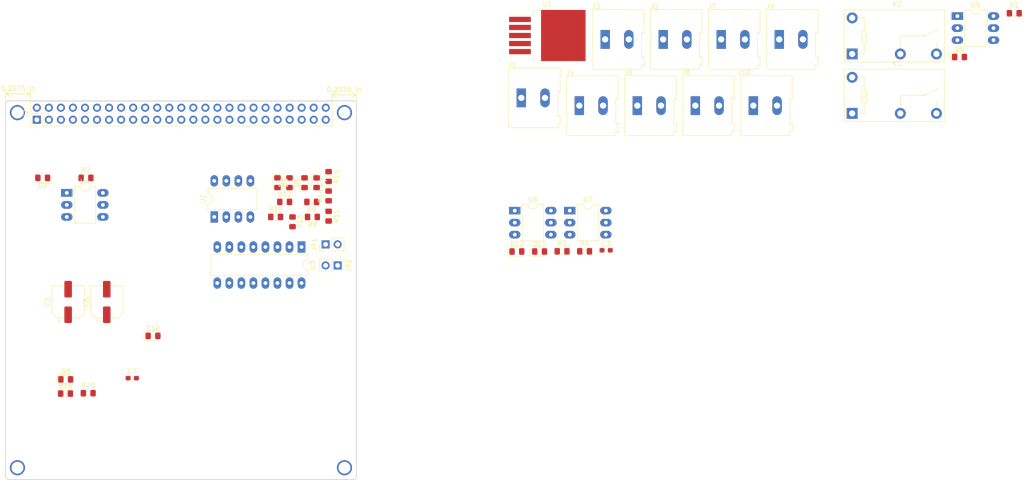
<source format=kicad_pcb>
(kicad_pcb (version 20171130) (host pcbnew 5.1.5)

  (general
    (thickness 1.6)
    (drawings 10)
    (tracks 4)
    (zones 0)
    (modules 49)
    (nets 99)
  )

  (page A4)
  (layers
    (0 F.Cu signal)
    (31 B.Cu signal)
    (32 B.Adhes user)
    (33 F.Adhes user)
    (34 B.Paste user)
    (35 F.Paste user)
    (36 B.SilkS user)
    (37 F.SilkS user)
    (38 B.Mask user)
    (39 F.Mask user)
    (40 Dwgs.User user)
    (41 Cmts.User user)
    (42 Eco1.User user)
    (43 Eco2.User user)
    (44 Edge.Cuts user)
    (45 Margin user)
    (46 B.CrtYd user)
    (47 F.CrtYd user)
    (48 B.Fab user)
    (49 F.Fab user)
  )

  (setup
    (last_trace_width 0.25)
    (trace_clearance 0.2)
    (zone_clearance 0.508)
    (zone_45_only no)
    (trace_min 0.2)
    (via_size 0.8)
    (via_drill 0.4)
    (via_min_size 0.4)
    (via_min_drill 0.3)
    (uvia_size 0.3)
    (uvia_drill 0.1)
    (uvias_allowed no)
    (uvia_min_size 0.2)
    (uvia_min_drill 0.1)
    (edge_width 0.15)
    (segment_width 0.2)
    (pcb_text_width 0.3)
    (pcb_text_size 1.5 1.5)
    (mod_edge_width 0.15)
    (mod_text_size 1 1)
    (mod_text_width 0.15)
    (pad_size 1.524 1.524)
    (pad_drill 0.762)
    (pad_to_mask_clearance 0.2)
    (aux_axis_origin 0 0)
    (visible_elements FFFFFF7F)
    (pcbplotparams
      (layerselection 0x010fc_ffffffff)
      (usegerberextensions false)
      (usegerberattributes false)
      (usegerberadvancedattributes false)
      (creategerberjobfile false)
      (excludeedgelayer true)
      (linewidth 0.100000)
      (plotframeref false)
      (viasonmask false)
      (mode 1)
      (useauxorigin false)
      (hpglpennumber 1)
      (hpglpenspeed 20)
      (hpglpendiameter 15.000000)
      (psnegative false)
      (psa4output false)
      (plotreference true)
      (plotvalue true)
      (plotinvisibletext false)
      (padsonsilk false)
      (subtractmaskfromsilk false)
      (outputformat 1)
      (mirror false)
      (drillshape 1)
      (scaleselection 1)
      (outputdirectory ""))
  )

  (net 0 "")
  (net 1 "Net-(C5-Pad2)")
  (net 2 "Net-(C5-Pad1)")
  (net 3 "Net-(C6-Pad1)")
  (net 4 "Net-(C6-Pad2)")
  (net 5 /input/In1_N)
  (net 6 "Net-(C7-Pad1)")
  (net 7 /input/In2_N)
  (net 8 +24V)
  (net 9 "Net-(D2-Pad2)")
  (net 10 AIN0)
  (net 11 +3V3)
  (net 12 GND)
  (net 13 AIN1)
  (net 14 "Net-(D10-Pad2)")
  (net 15 GND_24V)
  (net 16 "Net-(J2-Pad2)")
  (net 17 "Net-(J2-Pad3)")
  (net 18 "Net-(J2-Pad5)")
  (net 19 "Net-(J2-Pad6)")
  (net 20 SODIMM_135)
  (net 21 SODIMM_98)
  (net 22 SODIMM_133)
  (net 23 SODIMM_103)
  (net 24 "Net-(J2-Pad12)")
  (net 25 "Net-(J2-Pad13)")
  (net 26 "Net-(J2-Pad14)")
  (net 27 "Net-(J2-Pad15)")
  (net 28 "Net-(J2-Pad16)")
  (net 29 "Net-(J2-Pad17)")
  (net 30 "Net-(J2-Pad18)")
  (net 31 "Net-(J2-Pad20)")
  (net 32 "Net-(J2-Pad21)")
  (net 33 "Net-(J2-Pad22)")
  (net 34 "Net-(J2-Pad23)")
  (net 35 "Net-(J2-Pad25)")
  (net 36 "Net-(J2-Pad26)")
  (net 37 "Net-(J2-Pad27)")
  (net 38 "Net-(J2-Pad28)")
  (net 39 "Net-(J2-Pad29)")
  (net 40 "Net-(J2-Pad30)")
  (net 41 "Net-(J2-Pad31)")
  (net 42 "Net-(J2-Pad32)")
  (net 43 UARTC_TX)
  (net 44 UARTC_RX)
  (net 45 UARTB_TX)
  (net 46 UARTB_RX)
  (net 47 UARTB_RTS)
  (net 48 "Net-(J2-Pad39)")
  (net 49 "Net-(J2-Pad41)")
  (net 50 "Net-(J2-Pad42)")
  (net 51 "Net-(J2-Pad43)")
  (net 52 "Net-(J2-Pad44)")
  (net 53 "Net-(J2-Pad46)")
  (net 54 "Net-(J2-Pad49)")
  (net 55 "Net-(J2-Pad50)")
  (net 56 /MAX232/RS232_RX)
  (net 57 /MAX232/RS232_TX)
  (net 58 /input/In1_P)
  (net 59 /input/In2_P)
  (net 60 /analog/0-10_4-20_1_P)
  (net 61 /analog/0-10_4-20_2_P)
  (net 62 "Net-(JP1-Pad2)")
  (net 63 "Net-(JP2-Pad2)")
  (net 64 "Net-(R2-Pad1)")
  (net 65 "Net-(R10-Pad1)")
  (net 66 "Net-(R11-Pad1)")
  (net 67 "Net-(F3-Pad2)")
  (net 68 "Net-(F2-Pad2)")
  (net 69 "Net-(U3-Pad9)")
  (net 70 "Net-(U3-Pad10)")
  (net 71 "Net-(U3-Pad7)")
  (net 72 "Net-(U3-Pad8)")
  (net 73 "Net-(U4-Pad3)")
  (net 74 "Net-(U4-Pad6)")
  (net 75 "Net-(U5-Pad3)")
  (net 76 "Net-(U5-Pad6)")
  (net 77 "Net-(C3-Pad1)")
  (net 78 "Net-(D9-Pad2)")
  (net 79 "Net-(D12-Pad2)")
  (net 80 "Net-(F1-Pad2)")
  (net 81 +5V)
  (net 82 /MAX485/485_B)
  (net 83 /MAX485/485_A)
  (net 84 /output/Out1B)
  (net 85 /output/Out1A)
  (net 86 /output/Out2B)
  (net 87 /output/Out2A)
  (net 88 "Net-(F5-Pad2)")
  (net 89 "Net-(F4-Pad2)")
  (net 90 "Net-(F7-Pad2)")
  (net 91 "Net-(F6-Pad2)")
  (net 92 "Net-(R1-Pad1)")
  (net 93 "Net-(D1-Pad1)")
  (net 94 "Net-(C1-Pad1)")
  (net 95 "Net-(U6-Pad6)")
  (net 96 "Net-(U6-Pad3)")
  (net 97 "Net-(U7-Pad6)")
  (net 98 "Net-(U7-Pad3)")

  (net_class Default "This is the default net class."
    (clearance 0.2)
    (trace_width 0.25)
    (via_dia 0.8)
    (via_drill 0.4)
    (uvia_dia 0.3)
    (uvia_drill 0.1)
    (add_net +24V)
    (add_net +3V3)
    (add_net +5V)
    (add_net /MAX232/RS232_RX)
    (add_net /MAX232/RS232_TX)
    (add_net /MAX485/485_A)
    (add_net /MAX485/485_B)
    (add_net /analog/0-10_4-20_1_P)
    (add_net /analog/0-10_4-20_2_P)
    (add_net /input/In1_N)
    (add_net /input/In1_P)
    (add_net /input/In2_N)
    (add_net /input/In2_P)
    (add_net /output/Out1A)
    (add_net /output/Out1B)
    (add_net /output/Out2A)
    (add_net /output/Out2B)
    (add_net AIN0)
    (add_net AIN1)
    (add_net GND)
    (add_net GND_24V)
    (add_net "Net-(C1-Pad1)")
    (add_net "Net-(C3-Pad1)")
    (add_net "Net-(C5-Pad1)")
    (add_net "Net-(C5-Pad2)")
    (add_net "Net-(C6-Pad1)")
    (add_net "Net-(C6-Pad2)")
    (add_net "Net-(C7-Pad1)")
    (add_net "Net-(D1-Pad1)")
    (add_net "Net-(D10-Pad2)")
    (add_net "Net-(D12-Pad2)")
    (add_net "Net-(D2-Pad2)")
    (add_net "Net-(D9-Pad2)")
    (add_net "Net-(F1-Pad2)")
    (add_net "Net-(F2-Pad2)")
    (add_net "Net-(F3-Pad2)")
    (add_net "Net-(F4-Pad2)")
    (add_net "Net-(F5-Pad2)")
    (add_net "Net-(F6-Pad2)")
    (add_net "Net-(F7-Pad2)")
    (add_net "Net-(J2-Pad12)")
    (add_net "Net-(J2-Pad13)")
    (add_net "Net-(J2-Pad14)")
    (add_net "Net-(J2-Pad15)")
    (add_net "Net-(J2-Pad16)")
    (add_net "Net-(J2-Pad17)")
    (add_net "Net-(J2-Pad18)")
    (add_net "Net-(J2-Pad2)")
    (add_net "Net-(J2-Pad20)")
    (add_net "Net-(J2-Pad21)")
    (add_net "Net-(J2-Pad22)")
    (add_net "Net-(J2-Pad23)")
    (add_net "Net-(J2-Pad25)")
    (add_net "Net-(J2-Pad26)")
    (add_net "Net-(J2-Pad27)")
    (add_net "Net-(J2-Pad28)")
    (add_net "Net-(J2-Pad29)")
    (add_net "Net-(J2-Pad3)")
    (add_net "Net-(J2-Pad30)")
    (add_net "Net-(J2-Pad31)")
    (add_net "Net-(J2-Pad32)")
    (add_net "Net-(J2-Pad39)")
    (add_net "Net-(J2-Pad41)")
    (add_net "Net-(J2-Pad42)")
    (add_net "Net-(J2-Pad43)")
    (add_net "Net-(J2-Pad44)")
    (add_net "Net-(J2-Pad46)")
    (add_net "Net-(J2-Pad49)")
    (add_net "Net-(J2-Pad5)")
    (add_net "Net-(J2-Pad50)")
    (add_net "Net-(J2-Pad6)")
    (add_net "Net-(JP1-Pad2)")
    (add_net "Net-(JP2-Pad2)")
    (add_net "Net-(R1-Pad1)")
    (add_net "Net-(R10-Pad1)")
    (add_net "Net-(R11-Pad1)")
    (add_net "Net-(R2-Pad1)")
    (add_net "Net-(U3-Pad10)")
    (add_net "Net-(U3-Pad7)")
    (add_net "Net-(U3-Pad8)")
    (add_net "Net-(U3-Pad9)")
    (add_net "Net-(U4-Pad3)")
    (add_net "Net-(U4-Pad6)")
    (add_net "Net-(U5-Pad3)")
    (add_net "Net-(U5-Pad6)")
    (add_net "Net-(U6-Pad3)")
    (add_net "Net-(U6-Pad6)")
    (add_net "Net-(U7-Pad3)")
    (add_net "Net-(U7-Pad6)")
    (add_net SODIMM_103)
    (add_net SODIMM_133)
    (add_net SODIMM_135)
    (add_net SODIMM_98)
    (add_net UARTB_RTS)
    (add_net UARTB_RX)
    (add_net UARTB_TX)
    (add_net UARTC_RX)
    (add_net UARTC_TX)
  )

  (module Package_DIP:DIP-6_W7.62mm_LongPads (layer F.Cu) (tedit 5A02E8C5) (tstamp 5E0F7D99)
    (at 148.03 53.19)
    (descr "6-lead though-hole mounted DIP package, row spacing 7.62 mm (300 mils), LongPads")
    (tags "THT DIP DIL PDIP 2.54mm 7.62mm 300mil LongPads")
    (path /5BB45CA4/5E1DB877)
    (fp_text reference U7 (at 3.81 -2.33) (layer F.SilkS)
      (effects (font (size 1 1) (thickness 0.15)))
    )
    (fp_text value 4N25 (at 3.81 7.41) (layer F.Fab)
      (effects (font (size 1 1) (thickness 0.15)))
    )
    (fp_text user %R (at 3.81 2.54) (layer F.Fab)
      (effects (font (size 1 1) (thickness 0.15)))
    )
    (fp_line (start 9.1 -1.55) (end -1.45 -1.55) (layer F.CrtYd) (width 0.05))
    (fp_line (start 9.1 6.6) (end 9.1 -1.55) (layer F.CrtYd) (width 0.05))
    (fp_line (start -1.45 6.6) (end 9.1 6.6) (layer F.CrtYd) (width 0.05))
    (fp_line (start -1.45 -1.55) (end -1.45 6.6) (layer F.CrtYd) (width 0.05))
    (fp_line (start 6.06 -1.33) (end 4.81 -1.33) (layer F.SilkS) (width 0.12))
    (fp_line (start 6.06 6.41) (end 6.06 -1.33) (layer F.SilkS) (width 0.12))
    (fp_line (start 1.56 6.41) (end 6.06 6.41) (layer F.SilkS) (width 0.12))
    (fp_line (start 1.56 -1.33) (end 1.56 6.41) (layer F.SilkS) (width 0.12))
    (fp_line (start 2.81 -1.33) (end 1.56 -1.33) (layer F.SilkS) (width 0.12))
    (fp_line (start 0.635 -0.27) (end 1.635 -1.27) (layer F.Fab) (width 0.1))
    (fp_line (start 0.635 6.35) (end 0.635 -0.27) (layer F.Fab) (width 0.1))
    (fp_line (start 6.985 6.35) (end 0.635 6.35) (layer F.Fab) (width 0.1))
    (fp_line (start 6.985 -1.27) (end 6.985 6.35) (layer F.Fab) (width 0.1))
    (fp_line (start 1.635 -1.27) (end 6.985 -1.27) (layer F.Fab) (width 0.1))
    (fp_arc (start 3.81 -1.33) (end 2.81 -1.33) (angle -180) (layer F.SilkS) (width 0.12))
    (pad 6 thru_hole oval (at 7.62 0) (size 2.4 1.6) (drill 0.8) (layers *.Cu *.Mask)
      (net 97 "Net-(U7-Pad6)"))
    (pad 3 thru_hole oval (at 0 5.08) (size 2.4 1.6) (drill 0.8) (layers *.Cu *.Mask)
      (net 98 "Net-(U7-Pad3)"))
    (pad 5 thru_hole oval (at 7.62 2.54) (size 2.4 1.6) (drill 0.8) (layers *.Cu *.Mask)
      (net 11 +3V3))
    (pad 2 thru_hole oval (at 0 2.54) (size 2.4 1.6) (drill 0.8) (layers *.Cu *.Mask)
      (net 7 /input/In2_N))
    (pad 4 thru_hole oval (at 7.62 5.08) (size 2.4 1.6) (drill 0.8) (layers *.Cu *.Mask)
      (net 23 SODIMM_103))
    (pad 1 thru_hole rect (at 0 0) (size 2.4 1.6) (drill 0.8) (layers *.Cu *.Mask)
      (net 77 "Net-(C3-Pad1)"))
    (model ${KISYS3DMOD}/Package_DIP.3dshapes/DIP-6_W7.62mm.wrl
      (at (xyz 0 0 0))
      (scale (xyz 1 1 1))
      (rotate (xyz 0 0 0))
    )
  )

  (module Package_DIP:DIP-6_W7.62mm_LongPads (layer F.Cu) (tedit 5A02E8C5) (tstamp 5E0F7D7F)
    (at 136.43 53.19)
    (descr "6-lead though-hole mounted DIP package, row spacing 7.62 mm (300 mils), LongPads")
    (tags "THT DIP DIL PDIP 2.54mm 7.62mm 300mil LongPads")
    (path /5BB45CA4/5BB45D03)
    (fp_text reference U6 (at 3.81 -2.33) (layer F.SilkS)
      (effects (font (size 1 1) (thickness 0.15)))
    )
    (fp_text value 4N25 (at 3.81 7.41) (layer F.Fab)
      (effects (font (size 1 1) (thickness 0.15)))
    )
    (fp_text user %R (at 3.81 2.54) (layer F.Fab)
      (effects (font (size 1 1) (thickness 0.15)))
    )
    (fp_line (start 9.1 -1.55) (end -1.45 -1.55) (layer F.CrtYd) (width 0.05))
    (fp_line (start 9.1 6.6) (end 9.1 -1.55) (layer F.CrtYd) (width 0.05))
    (fp_line (start -1.45 6.6) (end 9.1 6.6) (layer F.CrtYd) (width 0.05))
    (fp_line (start -1.45 -1.55) (end -1.45 6.6) (layer F.CrtYd) (width 0.05))
    (fp_line (start 6.06 -1.33) (end 4.81 -1.33) (layer F.SilkS) (width 0.12))
    (fp_line (start 6.06 6.41) (end 6.06 -1.33) (layer F.SilkS) (width 0.12))
    (fp_line (start 1.56 6.41) (end 6.06 6.41) (layer F.SilkS) (width 0.12))
    (fp_line (start 1.56 -1.33) (end 1.56 6.41) (layer F.SilkS) (width 0.12))
    (fp_line (start 2.81 -1.33) (end 1.56 -1.33) (layer F.SilkS) (width 0.12))
    (fp_line (start 0.635 -0.27) (end 1.635 -1.27) (layer F.Fab) (width 0.1))
    (fp_line (start 0.635 6.35) (end 0.635 -0.27) (layer F.Fab) (width 0.1))
    (fp_line (start 6.985 6.35) (end 0.635 6.35) (layer F.Fab) (width 0.1))
    (fp_line (start 6.985 -1.27) (end 6.985 6.35) (layer F.Fab) (width 0.1))
    (fp_line (start 1.635 -1.27) (end 6.985 -1.27) (layer F.Fab) (width 0.1))
    (fp_arc (start 3.81 -1.33) (end 2.81 -1.33) (angle -180) (layer F.SilkS) (width 0.12))
    (pad 6 thru_hole oval (at 7.62 0) (size 2.4 1.6) (drill 0.8) (layers *.Cu *.Mask)
      (net 95 "Net-(U6-Pad6)"))
    (pad 3 thru_hole oval (at 0 5.08) (size 2.4 1.6) (drill 0.8) (layers *.Cu *.Mask)
      (net 96 "Net-(U6-Pad3)"))
    (pad 5 thru_hole oval (at 7.62 2.54) (size 2.4 1.6) (drill 0.8) (layers *.Cu *.Mask)
      (net 11 +3V3))
    (pad 2 thru_hole oval (at 0 2.54) (size 2.4 1.6) (drill 0.8) (layers *.Cu *.Mask)
      (net 5 /input/In1_N))
    (pad 4 thru_hole oval (at 7.62 5.08) (size 2.4 1.6) (drill 0.8) (layers *.Cu *.Mask)
      (net 21 SODIMM_98))
    (pad 1 thru_hole rect (at 0 0) (size 2.4 1.6) (drill 0.8) (layers *.Cu *.Mask)
      (net 6 "Net-(C7-Pad1)"))
    (model ${KISYS3DMOD}/Package_DIP.3dshapes/DIP-6_W7.62mm.wrl
      (at (xyz 0 0 0))
      (scale (xyz 1 1 1))
      (rotate (xyz 0 0 0))
    )
  )

  (module Package_DIP:DIP-6_W7.62mm_LongPads (layer F.Cu) (tedit 5A02E8C5) (tstamp 5E0F7D65)
    (at 229.82 12.11)
    (descr "6-lead though-hole mounted DIP package, row spacing 7.62 mm (300 mils), LongPads")
    (tags "THT DIP DIL PDIP 2.54mm 7.62mm 300mil LongPads")
    (path /5BB42495/5E1A308E)
    (fp_text reference U5 (at 3.81 -2.33) (layer F.SilkS)
      (effects (font (size 1 1) (thickness 0.15)))
    )
    (fp_text value 4N25 (at 3.81 7.41) (layer F.Fab)
      (effects (font (size 1 1) (thickness 0.15)))
    )
    (fp_text user %R (at 3.81 2.54) (layer F.Fab)
      (effects (font (size 1 1) (thickness 0.15)))
    )
    (fp_line (start 9.1 -1.55) (end -1.45 -1.55) (layer F.CrtYd) (width 0.05))
    (fp_line (start 9.1 6.6) (end 9.1 -1.55) (layer F.CrtYd) (width 0.05))
    (fp_line (start -1.45 6.6) (end 9.1 6.6) (layer F.CrtYd) (width 0.05))
    (fp_line (start -1.45 -1.55) (end -1.45 6.6) (layer F.CrtYd) (width 0.05))
    (fp_line (start 6.06 -1.33) (end 4.81 -1.33) (layer F.SilkS) (width 0.12))
    (fp_line (start 6.06 6.41) (end 6.06 -1.33) (layer F.SilkS) (width 0.12))
    (fp_line (start 1.56 6.41) (end 6.06 6.41) (layer F.SilkS) (width 0.12))
    (fp_line (start 1.56 -1.33) (end 1.56 6.41) (layer F.SilkS) (width 0.12))
    (fp_line (start 2.81 -1.33) (end 1.56 -1.33) (layer F.SilkS) (width 0.12))
    (fp_line (start 0.635 -0.27) (end 1.635 -1.27) (layer F.Fab) (width 0.1))
    (fp_line (start 0.635 6.35) (end 0.635 -0.27) (layer F.Fab) (width 0.1))
    (fp_line (start 6.985 6.35) (end 0.635 6.35) (layer F.Fab) (width 0.1))
    (fp_line (start 6.985 -1.27) (end 6.985 6.35) (layer F.Fab) (width 0.1))
    (fp_line (start 1.635 -1.27) (end 6.985 -1.27) (layer F.Fab) (width 0.1))
    (fp_arc (start 3.81 -1.33) (end 2.81 -1.33) (angle -180) (layer F.SilkS) (width 0.12))
    (pad 6 thru_hole oval (at 7.62 0) (size 2.4 1.6) (drill 0.8) (layers *.Cu *.Mask)
      (net 76 "Net-(U5-Pad6)"))
    (pad 3 thru_hole oval (at 0 5.08) (size 2.4 1.6) (drill 0.8) (layers *.Cu *.Mask)
      (net 75 "Net-(U5-Pad3)"))
    (pad 5 thru_hole oval (at 7.62 2.54) (size 2.4 1.6) (drill 0.8) (layers *.Cu *.Mask)
      (net 78 "Net-(D9-Pad2)"))
    (pad 2 thru_hole oval (at 0 2.54) (size 2.4 1.6) (drill 0.8) (layers *.Cu *.Mask)
      (net 92 "Net-(R1-Pad1)"))
    (pad 4 thru_hole oval (at 7.62 5.08) (size 2.4 1.6) (drill 0.8) (layers *.Cu *.Mask)
      (net 15 GND_24V))
    (pad 1 thru_hole rect (at 0 0) (size 2.4 1.6) (drill 0.8) (layers *.Cu *.Mask)
      (net 22 SODIMM_133))
    (model ${KISYS3DMOD}/Package_DIP.3dshapes/DIP-6_W7.62mm.wrl
      (at (xyz 0 0 0))
      (scale (xyz 1 1 1))
      (rotate (xyz 0 0 0))
    )
  )

  (module Package_TO_SOT_SMD:TO-263-5_TabPin3 (layer F.Cu) (tedit 5A70FBB6) (tstamp 5E0F7C9D)
    (at 143.3 16.21)
    (descr "TO-263 / D2PAK / DDPAK SMD package, http://www.infineon.com/cms/en/product/packages/PG-TO263/PG-TO263-5-1/")
    (tags "D2PAK DDPAK TO-263 D2PAK-5 TO-263-5 SOT-426")
    (path /5E16CDAE)
    (attr smd)
    (fp_text reference U1 (at 0 -6.65) (layer F.SilkS)
      (effects (font (size 1 1) (thickness 0.15)))
    )
    (fp_text value LM2596S-5.0 (at 0 6.65) (layer F.Fab)
      (effects (font (size 1 1) (thickness 0.15)))
    )
    (fp_text user %R (at 0 0) (layer F.Fab)
      (effects (font (size 1 1) (thickness 0.15)))
    )
    (fp_line (start 8.32 -5.65) (end -8.32 -5.65) (layer F.CrtYd) (width 0.05))
    (fp_line (start 8.32 5.65) (end 8.32 -5.65) (layer F.CrtYd) (width 0.05))
    (fp_line (start -8.32 5.65) (end 8.32 5.65) (layer F.CrtYd) (width 0.05))
    (fp_line (start -8.32 -5.65) (end -8.32 5.65) (layer F.CrtYd) (width 0.05))
    (fp_line (start -2.95 4.25) (end -4.05 4.25) (layer F.SilkS) (width 0.12))
    (fp_line (start -2.95 5.2) (end -2.95 4.25) (layer F.SilkS) (width 0.12))
    (fp_line (start -1.45 5.2) (end -2.95 5.2) (layer F.SilkS) (width 0.12))
    (fp_line (start -2.95 -4.25) (end -8.075 -4.25) (layer F.SilkS) (width 0.12))
    (fp_line (start -2.95 -5.2) (end -2.95 -4.25) (layer F.SilkS) (width 0.12))
    (fp_line (start -1.45 -5.2) (end -2.95 -5.2) (layer F.SilkS) (width 0.12))
    (fp_line (start -7.45 3.8) (end -2.75 3.8) (layer F.Fab) (width 0.1))
    (fp_line (start -7.45 3) (end -7.45 3.8) (layer F.Fab) (width 0.1))
    (fp_line (start -2.75 3) (end -7.45 3) (layer F.Fab) (width 0.1))
    (fp_line (start -7.45 2.1) (end -2.75 2.1) (layer F.Fab) (width 0.1))
    (fp_line (start -7.45 1.3) (end -7.45 2.1) (layer F.Fab) (width 0.1))
    (fp_line (start -2.75 1.3) (end -7.45 1.3) (layer F.Fab) (width 0.1))
    (fp_line (start -7.45 0.4) (end -2.75 0.4) (layer F.Fab) (width 0.1))
    (fp_line (start -7.45 -0.4) (end -7.45 0.4) (layer F.Fab) (width 0.1))
    (fp_line (start -2.75 -0.4) (end -7.45 -0.4) (layer F.Fab) (width 0.1))
    (fp_line (start -7.45 -1.3) (end -2.75 -1.3) (layer F.Fab) (width 0.1))
    (fp_line (start -7.45 -2.1) (end -7.45 -1.3) (layer F.Fab) (width 0.1))
    (fp_line (start -2.75 -2.1) (end -7.45 -2.1) (layer F.Fab) (width 0.1))
    (fp_line (start -7.45 -3) (end -2.75 -3) (layer F.Fab) (width 0.1))
    (fp_line (start -7.45 -3.8) (end -7.45 -3) (layer F.Fab) (width 0.1))
    (fp_line (start -2.75 -3.8) (end -7.45 -3.8) (layer F.Fab) (width 0.1))
    (fp_line (start -1.75 -5) (end 6.5 -5) (layer F.Fab) (width 0.1))
    (fp_line (start -2.75 -4) (end -1.75 -5) (layer F.Fab) (width 0.1))
    (fp_line (start -2.75 5) (end -2.75 -4) (layer F.Fab) (width 0.1))
    (fp_line (start 6.5 5) (end -2.75 5) (layer F.Fab) (width 0.1))
    (fp_line (start 6.5 -5) (end 6.5 5) (layer F.Fab) (width 0.1))
    (fp_line (start 7.5 5) (end 6.5 5) (layer F.Fab) (width 0.1))
    (fp_line (start 7.5 -5) (end 7.5 5) (layer F.Fab) (width 0.1))
    (fp_line (start 6.5 -5) (end 7.5 -5) (layer F.Fab) (width 0.1))
    (pad "" smd rect (at 0.95 2.775) (size 4.55 5.25) (layers F.Paste))
    (pad "" smd rect (at 5.8 -2.775) (size 4.55 5.25) (layers F.Paste))
    (pad "" smd rect (at 0.95 -2.775) (size 4.55 5.25) (layers F.Paste))
    (pad "" smd rect (at 5.8 2.775) (size 4.55 5.25) (layers F.Paste))
    (pad 3 smd rect (at 3.375 0) (size 9.4 10.8) (layers F.Cu F.Mask)
      (net 12 GND))
    (pad 5 smd rect (at -5.775 3.4) (size 4.6 1.1) (layers F.Cu F.Paste F.Mask)
      (net 12 GND))
    (pad 4 smd rect (at -5.775 1.7) (size 4.6 1.1) (layers F.Cu F.Paste F.Mask)
      (net 81 +5V))
    (pad 3 smd rect (at -5.775 0) (size 4.6 1.1) (layers F.Cu F.Paste F.Mask)
      (net 12 GND))
    (pad 2 smd rect (at -5.775 -1.7) (size 4.6 1.1) (layers F.Cu F.Paste F.Mask)
      (net 93 "Net-(D1-Pad1)"))
    (pad 1 smd rect (at -5.775 -3.4) (size 4.6 1.1) (layers F.Cu F.Paste F.Mask)
      (net 94 "Net-(C1-Pad1)"))
    (model ${KISYS3DMOD}/Package_TO_SOT_SMD.3dshapes/TO-263-5_TabPin3.wrl
      (at (xyz 0 0 0))
      (scale (xyz 1 1 1))
      (rotate (xyz 0 0 0))
    )
  )

  (module Resistor_SMD:R_0805_2012Metric_Pad1.15x1.40mm_HandSolder (layer F.Cu) (tedit 5B36C52B) (tstamp 5E0F7B3D)
    (at 151.16 61.79)
    (descr "Resistor SMD 0805 (2012 Metric), square (rectangular) end terminal, IPC_7351 nominal with elongated pad for handsoldering. (Body size source: https://docs.google.com/spreadsheets/d/1BsfQQcO9C6DZCsRaXUlFlo91Tg2WpOkGARC1WS5S8t0/edit?usp=sharing), generated with kicad-footprint-generator")
    (tags "resistor handsolder")
    (path /5BB45CA4/5E1DB8A5)
    (attr smd)
    (fp_text reference R4 (at 0 -1.65) (layer F.SilkS)
      (effects (font (size 1 1) (thickness 0.15)))
    )
    (fp_text value 330R (at 0 1.65) (layer F.Fab)
      (effects (font (size 1 1) (thickness 0.15)))
    )
    (fp_text user %R (at 0 0) (layer F.Fab)
      (effects (font (size 0.5 0.5) (thickness 0.08)))
    )
    (fp_line (start 1.85 0.95) (end -1.85 0.95) (layer F.CrtYd) (width 0.05))
    (fp_line (start 1.85 -0.95) (end 1.85 0.95) (layer F.CrtYd) (width 0.05))
    (fp_line (start -1.85 -0.95) (end 1.85 -0.95) (layer F.CrtYd) (width 0.05))
    (fp_line (start -1.85 0.95) (end -1.85 -0.95) (layer F.CrtYd) (width 0.05))
    (fp_line (start -0.261252 0.71) (end 0.261252 0.71) (layer F.SilkS) (width 0.12))
    (fp_line (start -0.261252 -0.71) (end 0.261252 -0.71) (layer F.SilkS) (width 0.12))
    (fp_line (start 1 0.6) (end -1 0.6) (layer F.Fab) (width 0.1))
    (fp_line (start 1 -0.6) (end 1 0.6) (layer F.Fab) (width 0.1))
    (fp_line (start -1 -0.6) (end 1 -0.6) (layer F.Fab) (width 0.1))
    (fp_line (start -1 0.6) (end -1 -0.6) (layer F.Fab) (width 0.1))
    (pad 2 smd roundrect (at 1.025 0) (size 1.15 1.4) (layers F.Cu F.Paste F.Mask) (roundrect_rratio 0.217391)
      (net 23 SODIMM_103))
    (pad 1 smd roundrect (at -1.025 0) (size 1.15 1.4) (layers F.Cu F.Paste F.Mask) (roundrect_rratio 0.217391)
      (net 79 "Net-(D12-Pad2)"))
    (model ${KISYS3DMOD}/Resistor_SMD.3dshapes/R_0805_2012Metric.wrl
      (at (xyz 0 0 0))
      (scale (xyz 1 1 1))
      (rotate (xyz 0 0 0))
    )
  )

  (module Resistor_SMD:R_0805_2012Metric_Pad1.15x1.40mm_HandSolder (layer F.Cu) (tedit 5B36C52B) (tstamp 5E0F7B2C)
    (at 146.41 61.79)
    (descr "Resistor SMD 0805 (2012 Metric), square (rectangular) end terminal, IPC_7351 nominal with elongated pad for handsoldering. (Body size source: https://docs.google.com/spreadsheets/d/1BsfQQcO9C6DZCsRaXUlFlo91Tg2WpOkGARC1WS5S8t0/edit?usp=sharing), generated with kicad-footprint-generator")
    (tags "resistor handsolder")
    (path /5BB45CA4/5E1DB890)
    (attr smd)
    (fp_text reference R3 (at 0 -1.65) (layer F.SilkS)
      (effects (font (size 1 1) (thickness 0.15)))
    )
    (fp_text value 4K7 (at 0 1.65) (layer F.Fab)
      (effects (font (size 1 1) (thickness 0.15)))
    )
    (fp_text user %R (at 0 0) (layer F.Fab)
      (effects (font (size 0.5 0.5) (thickness 0.08)))
    )
    (fp_line (start 1.85 0.95) (end -1.85 0.95) (layer F.CrtYd) (width 0.05))
    (fp_line (start 1.85 -0.95) (end 1.85 0.95) (layer F.CrtYd) (width 0.05))
    (fp_line (start -1.85 -0.95) (end 1.85 -0.95) (layer F.CrtYd) (width 0.05))
    (fp_line (start -1.85 0.95) (end -1.85 -0.95) (layer F.CrtYd) (width 0.05))
    (fp_line (start -0.261252 0.71) (end 0.261252 0.71) (layer F.SilkS) (width 0.12))
    (fp_line (start -0.261252 -0.71) (end 0.261252 -0.71) (layer F.SilkS) (width 0.12))
    (fp_line (start 1 0.6) (end -1 0.6) (layer F.Fab) (width 0.1))
    (fp_line (start 1 -0.6) (end 1 0.6) (layer F.Fab) (width 0.1))
    (fp_line (start -1 -0.6) (end 1 -0.6) (layer F.Fab) (width 0.1))
    (fp_line (start -1 0.6) (end -1 -0.6) (layer F.Fab) (width 0.1))
    (pad 2 smd roundrect (at 1.025 0) (size 1.15 1.4) (layers F.Cu F.Paste F.Mask) (roundrect_rratio 0.217391)
      (net 59 /input/In2_P))
    (pad 1 smd roundrect (at -1.025 0) (size 1.15 1.4) (layers F.Cu F.Paste F.Mask) (roundrect_rratio 0.217391)
      (net 77 "Net-(C3-Pad1)"))
    (model ${KISYS3DMOD}/Resistor_SMD.3dshapes/R_0805_2012Metric.wrl
      (at (xyz 0 0 0))
      (scale (xyz 1 1 1))
      (rotate (xyz 0 0 0))
    )
  )

  (module Resistor_SMD:R_0805_2012Metric_Pad1.15x1.40mm_HandSolder (layer F.Cu) (tedit 5B36C52B) (tstamp 5E0F7AFB)
    (at 241.82 11.51)
    (descr "Resistor SMD 0805 (2012 Metric), square (rectangular) end terminal, IPC_7351 nominal with elongated pad for handsoldering. (Body size source: https://docs.google.com/spreadsheets/d/1BsfQQcO9C6DZCsRaXUlFlo91Tg2WpOkGARC1WS5S8t0/edit?usp=sharing), generated with kicad-footprint-generator")
    (tags "resistor handsolder")
    (path /5BB42495/5E1A30AB)
    (attr smd)
    (fp_text reference R1 (at 0 -1.65) (layer F.SilkS)
      (effects (font (size 1 1) (thickness 0.15)))
    )
    (fp_text value 330R (at 0 1.65) (layer F.Fab)
      (effects (font (size 1 1) (thickness 0.15)))
    )
    (fp_text user %R (at 0 0) (layer F.Fab)
      (effects (font (size 0.5 0.5) (thickness 0.08)))
    )
    (fp_line (start 1.85 0.95) (end -1.85 0.95) (layer F.CrtYd) (width 0.05))
    (fp_line (start 1.85 -0.95) (end 1.85 0.95) (layer F.CrtYd) (width 0.05))
    (fp_line (start -1.85 -0.95) (end 1.85 -0.95) (layer F.CrtYd) (width 0.05))
    (fp_line (start -1.85 0.95) (end -1.85 -0.95) (layer F.CrtYd) (width 0.05))
    (fp_line (start -0.261252 0.71) (end 0.261252 0.71) (layer F.SilkS) (width 0.12))
    (fp_line (start -0.261252 -0.71) (end 0.261252 -0.71) (layer F.SilkS) (width 0.12))
    (fp_line (start 1 0.6) (end -1 0.6) (layer F.Fab) (width 0.1))
    (fp_line (start 1 -0.6) (end 1 0.6) (layer F.Fab) (width 0.1))
    (fp_line (start -1 -0.6) (end 1 -0.6) (layer F.Fab) (width 0.1))
    (fp_line (start -1 0.6) (end -1 -0.6) (layer F.Fab) (width 0.1))
    (pad 2 smd roundrect (at 1.025 0) (size 1.15 1.4) (layers F.Cu F.Paste F.Mask) (roundrect_rratio 0.217391)
      (net 12 GND))
    (pad 1 smd roundrect (at -1.025 0) (size 1.15 1.4) (layers F.Cu F.Paste F.Mask) (roundrect_rratio 0.217391)
      (net 92 "Net-(R1-Pad1)"))
    (model ${KISYS3DMOD}/Resistor_SMD.3dshapes/R_0805_2012Metric.wrl
      (at (xyz 0 0 0))
      (scale (xyz 1 1 1))
      (rotate (xyz 0 0 0))
    )
  )

  (module Relay_THT:Relay_SPST_Omron-G5Q-1A (layer F.Cu) (tedit 5AE38B4B) (tstamp 5E0F7AEA)
    (at 207.62 20.11)
    (descr "Relay SPST-NO Omron Serie G5Q, http://omronfs.omron.com/en_US/ecb/products/pdf/en-g5q.pdf")
    (tags "Relay SPST-NO Omron Serie G5Q")
    (path /5BB42495/5E1A30B4)
    (fp_text reference K2 (at 9.5 -10.5 180) (layer F.SilkS)
      (effects (font (size 1 1) (thickness 0.15)))
    )
    (fp_text value G5Q-1A (at 8.8 3 180) (layer F.Fab)
      (effects (font (size 1 1) (thickness 0.15)))
    )
    (fp_circle (center 15.24 -3.81) (end 15.24 -3.68) (layer F.SilkS) (width 0.12))
    (fp_line (start -1.68 -9.31) (end 19.46 -9.31) (layer F.SilkS) (width 0.12))
    (fp_line (start -1.68 1.69) (end -1.68 -9.31) (layer F.SilkS) (width 0.12))
    (fp_line (start 19.46 1.69) (end 19.46 -9.31) (layer F.SilkS) (width 0.12))
    (fp_line (start -1.68 1.69) (end 19.46 1.69) (layer F.SilkS) (width 0.12))
    (fp_line (start 3.05 -2.29) (end 2.54 -2.29) (layer F.SilkS) (width 0.12))
    (fp_line (start 3.05 -4.83) (end 3.05 -2.29) (layer F.SilkS) (width 0.12))
    (fp_line (start 2.54 -4.83) (end 3.05 -4.83) (layer F.SilkS) (width 0.12))
    (fp_line (start 2.03 -4.83) (end 2.54 -4.83) (layer F.SilkS) (width 0.12))
    (fp_line (start 2.03 -2.29) (end 2.03 -4.83) (layer F.SilkS) (width 0.12))
    (fp_line (start 2.54 -2.29) (end 2.03 -2.29) (layer F.SilkS) (width 0.12))
    (fp_line (start 1.27 0) (end 2.54 0) (layer F.SilkS) (width 0.12))
    (fp_line (start 2.54 0) (end 2.54 -2.29) (layer F.SilkS) (width 0.12))
    (fp_line (start 2.54 -4.83) (end 2.54 -7.62) (layer F.SilkS) (width 0.12))
    (fp_line (start 2.54 -7.62) (end 1.27 -7.62) (layer F.SilkS) (width 0.12))
    (fp_line (start 2.03 -3.05) (end 3.05 -4.06) (layer F.SilkS) (width 0.12))
    (fp_line (start 10.16 -3.81) (end 15.24 -3.81) (layer F.SilkS) (width 0.12))
    (fp_line (start 10.16 -1.27) (end 10.16 -3.81) (layer F.SilkS) (width 0.12))
    (fp_line (start 17.78 -1.27) (end 17.78 -2.54) (layer F.SilkS) (width 0.12))
    (fp_line (start 15.24 -3.81) (end 18.03 -5.21) (layer F.SilkS) (width 0.12))
    (fp_line (start -1.95 1.95) (end -1.95 -9.55) (layer F.CrtYd) (width 0.05))
    (fp_line (start 19.7 1.95) (end -1.95 1.95) (layer F.CrtYd) (width 0.05))
    (fp_line (start 19.7 -9.55) (end 19.7 1.95) (layer F.CrtYd) (width 0.05))
    (fp_line (start -1.95 -9.55) (end 19.7 -9.55) (layer F.CrtYd) (width 0.05))
    (fp_line (start -1.18 -8.81) (end 18.96 -8.81) (layer F.Fab) (width 0.1))
    (fp_line (start -1.18 1.19) (end -1.18 -8.81) (layer F.Fab) (width 0.1))
    (fp_line (start 18.96 1.19) (end -1.18 1.19) (layer F.Fab) (width 0.1))
    (fp_line (start 18.96 -8.81) (end 18.96 1.19) (layer F.Fab) (width 0.1))
    (fp_line (start 0 -1) (end 0 -6.5) (layer F.Fab) (width 0.1))
    (fp_text user %R (at 9.6 -4.5) (layer F.Fab)
      (effects (font (size 1 1) (thickness 0.15)))
    )
    (pad 5 thru_hole circle (at 0 -7.62 180) (size 2.3 2.3) (drill 1.3) (layers *.Cu *.Mask)
      (net 78 "Net-(D9-Pad2)"))
    (pad 3 thru_hole circle (at 17.78 0 180) (size 2.3 2.3) (drill 1.3) (layers *.Cu *.Mask)
      (net 90 "Net-(F7-Pad2)"))
    (pad 2 thru_hole circle (at 10.16 0 180) (size 2.3 2.3) (drill 1.3) (layers *.Cu *.Mask)
      (net 91 "Net-(F6-Pad2)"))
    (pad 1 thru_hole rect (at 0 0 180) (size 2.3 2.3) (drill 1.3) (layers *.Cu *.Mask)
      (net 8 +24V))
    (model ${KISYS3DMOD}/Relay_THT.3dshapes/Relay_SPST_Omron-G5Q-1A.wrl
      (at (xyz 0 0 0))
      (scale (xyz 1 1 1))
      (rotate (xyz 0 0 0))
    )
  )

  (module Relay_THT:Relay_SPST_Omron-G5Q-1A (layer F.Cu) (tedit 5AE38B4B) (tstamp 5E0F7AC4)
    (at 207.62 32.66)
    (descr "Relay SPST-NO Omron Serie G5Q, http://omronfs.omron.com/en_US/ecb/products/pdf/en-g5q.pdf")
    (tags "Relay SPST-NO Omron Serie G5Q")
    (path /5BB42495/5E13C15B)
    (fp_text reference K1 (at 9.5 -10.5 180) (layer F.SilkS)
      (effects (font (size 1 1) (thickness 0.15)))
    )
    (fp_text value G5Q-1A (at 8.8 3 180) (layer F.Fab)
      (effects (font (size 1 1) (thickness 0.15)))
    )
    (fp_circle (center 15.24 -3.81) (end 15.24 -3.68) (layer F.SilkS) (width 0.12))
    (fp_line (start -1.68 -9.31) (end 19.46 -9.31) (layer F.SilkS) (width 0.12))
    (fp_line (start -1.68 1.69) (end -1.68 -9.31) (layer F.SilkS) (width 0.12))
    (fp_line (start 19.46 1.69) (end 19.46 -9.31) (layer F.SilkS) (width 0.12))
    (fp_line (start -1.68 1.69) (end 19.46 1.69) (layer F.SilkS) (width 0.12))
    (fp_line (start 3.05 -2.29) (end 2.54 -2.29) (layer F.SilkS) (width 0.12))
    (fp_line (start 3.05 -4.83) (end 3.05 -2.29) (layer F.SilkS) (width 0.12))
    (fp_line (start 2.54 -4.83) (end 3.05 -4.83) (layer F.SilkS) (width 0.12))
    (fp_line (start 2.03 -4.83) (end 2.54 -4.83) (layer F.SilkS) (width 0.12))
    (fp_line (start 2.03 -2.29) (end 2.03 -4.83) (layer F.SilkS) (width 0.12))
    (fp_line (start 2.54 -2.29) (end 2.03 -2.29) (layer F.SilkS) (width 0.12))
    (fp_line (start 1.27 0) (end 2.54 0) (layer F.SilkS) (width 0.12))
    (fp_line (start 2.54 0) (end 2.54 -2.29) (layer F.SilkS) (width 0.12))
    (fp_line (start 2.54 -4.83) (end 2.54 -7.62) (layer F.SilkS) (width 0.12))
    (fp_line (start 2.54 -7.62) (end 1.27 -7.62) (layer F.SilkS) (width 0.12))
    (fp_line (start 2.03 -3.05) (end 3.05 -4.06) (layer F.SilkS) (width 0.12))
    (fp_line (start 10.16 -3.81) (end 15.24 -3.81) (layer F.SilkS) (width 0.12))
    (fp_line (start 10.16 -1.27) (end 10.16 -3.81) (layer F.SilkS) (width 0.12))
    (fp_line (start 17.78 -1.27) (end 17.78 -2.54) (layer F.SilkS) (width 0.12))
    (fp_line (start 15.24 -3.81) (end 18.03 -5.21) (layer F.SilkS) (width 0.12))
    (fp_line (start -1.95 1.95) (end -1.95 -9.55) (layer F.CrtYd) (width 0.05))
    (fp_line (start 19.7 1.95) (end -1.95 1.95) (layer F.CrtYd) (width 0.05))
    (fp_line (start 19.7 -9.55) (end 19.7 1.95) (layer F.CrtYd) (width 0.05))
    (fp_line (start -1.95 -9.55) (end 19.7 -9.55) (layer F.CrtYd) (width 0.05))
    (fp_line (start -1.18 -8.81) (end 18.96 -8.81) (layer F.Fab) (width 0.1))
    (fp_line (start -1.18 1.19) (end -1.18 -8.81) (layer F.Fab) (width 0.1))
    (fp_line (start 18.96 1.19) (end -1.18 1.19) (layer F.Fab) (width 0.1))
    (fp_line (start 18.96 -8.81) (end 18.96 1.19) (layer F.Fab) (width 0.1))
    (fp_line (start 0 -1) (end 0 -6.5) (layer F.Fab) (width 0.1))
    (fp_text user %R (at 9.6 -4.5) (layer F.Fab)
      (effects (font (size 1 1) (thickness 0.15)))
    )
    (pad 5 thru_hole circle (at 0 -7.62 180) (size 2.3 2.3) (drill 1.3) (layers *.Cu *.Mask)
      (net 9 "Net-(D2-Pad2)"))
    (pad 3 thru_hole circle (at 17.78 0 180) (size 2.3 2.3) (drill 1.3) (layers *.Cu *.Mask)
      (net 88 "Net-(F5-Pad2)"))
    (pad 2 thru_hole circle (at 10.16 0 180) (size 2.3 2.3) (drill 1.3) (layers *.Cu *.Mask)
      (net 89 "Net-(F4-Pad2)"))
    (pad 1 thru_hole rect (at 0 0 180) (size 2.3 2.3) (drill 1.3) (layers *.Cu *.Mask)
      (net 8 +24V))
    (model ${KISYS3DMOD}/Relay_THT.3dshapes/Relay_SPST_Omron-G5Q-1A.wrl
      (at (xyz 0 0 0))
      (scale (xyz 1 1 1))
      (rotate (xyz 0 0 0))
    )
  )

  (module TerminalBlock:TerminalBlock_Altech_AK300-2_P5.00mm (layer F.Cu) (tedit 59FF0306) (tstamp 5E0F7A4A)
    (at 186.77 31.02)
    (descr "Altech AK300 terminal block, pitch 5.0mm, 45 degree angled, see http://www.mouser.com/ds/2/16/PCBMETRC-24178.pdf")
    (tags "Altech AK300 terminal block pitch 5.0mm")
    (path /5BB493C1)
    (fp_text reference J10 (at -1.92 -6.99) (layer F.SilkS)
      (effects (font (size 1 1) (thickness 0.15)))
    )
    (fp_text value Screw_Terminal_01x02 (at 2.78 7.75) (layer F.Fab)
      (effects (font (size 1 1) (thickness 0.15)))
    )
    (fp_arc (start -1.13 -4.65) (end -1.42 -4.13) (angle 104.2) (layer F.Fab) (width 0.1))
    (fp_arc (start -0.01 -3.71) (end -1.62 -5) (angle 100) (layer F.Fab) (width 0.1))
    (fp_arc (start 0.06 -6.07) (end 1.53 -4.12) (angle 75.5) (layer F.Fab) (width 0.1))
    (fp_arc (start 1.03 -4.59) (end 1.53 -5.05) (angle 90.5) (layer F.Fab) (width 0.1))
    (fp_arc (start 3.87 -4.65) (end 3.58 -4.13) (angle 104.2) (layer F.Fab) (width 0.1))
    (fp_arc (start 4.99 -3.71) (end 3.39 -5) (angle 100) (layer F.Fab) (width 0.1))
    (fp_arc (start 5.07 -6.07) (end 6.53 -4.12) (angle 75.5) (layer F.Fab) (width 0.1))
    (fp_arc (start 6.03 -4.59) (end 6.54 -5.05) (angle 90.5) (layer F.Fab) (width 0.1))
    (fp_line (start 8.36 6.47) (end -2.83 6.47) (layer F.CrtYd) (width 0.05))
    (fp_line (start 8.36 6.47) (end 8.36 -6.47) (layer F.CrtYd) (width 0.05))
    (fp_line (start -2.83 -6.47) (end -2.83 6.47) (layer F.CrtYd) (width 0.05))
    (fp_line (start -2.83 -6.47) (end 8.36 -6.47) (layer F.CrtYd) (width 0.05))
    (fp_line (start 3.36 -0.25) (end 6.67 -0.25) (layer F.Fab) (width 0.1))
    (fp_line (start 2.98 -0.25) (end 3.36 -0.25) (layer F.Fab) (width 0.1))
    (fp_line (start 7.05 -0.25) (end 6.67 -0.25) (layer F.Fab) (width 0.1))
    (fp_line (start 6.67 -0.64) (end 3.36 -0.64) (layer F.Fab) (width 0.1))
    (fp_line (start 7.61 -0.64) (end 6.67 -0.64) (layer F.Fab) (width 0.1))
    (fp_line (start 1.66 -0.64) (end 3.36 -0.64) (layer F.Fab) (width 0.1))
    (fp_line (start -1.64 -0.64) (end 1.66 -0.64) (layer F.Fab) (width 0.1))
    (fp_line (start -2.58 -0.64) (end -1.64 -0.64) (layer F.Fab) (width 0.1))
    (fp_line (start 1.66 -0.25) (end -1.64 -0.25) (layer F.Fab) (width 0.1))
    (fp_line (start 2.04 -0.25) (end 1.66 -0.25) (layer F.Fab) (width 0.1))
    (fp_line (start -2.02 -0.25) (end -1.64 -0.25) (layer F.Fab) (width 0.1))
    (fp_line (start -1.49 -4.32) (end 1.56 -4.95) (layer F.Fab) (width 0.1))
    (fp_line (start -1.62 -4.45) (end 1.44 -5.08) (layer F.Fab) (width 0.1))
    (fp_line (start 3.52 -4.32) (end 6.56 -4.95) (layer F.Fab) (width 0.1))
    (fp_line (start 3.39 -4.45) (end 6.44 -5.08) (layer F.Fab) (width 0.1))
    (fp_line (start 2.04 -5.97) (end -2.02 -5.97) (layer F.Fab) (width 0.1))
    (fp_line (start -2.02 -3.43) (end -2.02 -5.97) (layer F.Fab) (width 0.1))
    (fp_line (start 2.04 -3.43) (end -2.02 -3.43) (layer F.Fab) (width 0.1))
    (fp_line (start 2.04 -3.43) (end 2.04 -5.97) (layer F.Fab) (width 0.1))
    (fp_line (start 7.05 -3.43) (end 2.98 -3.43) (layer F.Fab) (width 0.1))
    (fp_line (start 7.05 -5.97) (end 7.05 -3.43) (layer F.Fab) (width 0.1))
    (fp_line (start 2.98 -5.97) (end 7.05 -5.97) (layer F.Fab) (width 0.1))
    (fp_line (start 2.98 -3.43) (end 2.98 -5.97) (layer F.Fab) (width 0.1))
    (fp_line (start 7.61 -3.17) (end 7.61 -1.65) (layer F.Fab) (width 0.1))
    (fp_line (start -2.58 -3.17) (end -2.58 -6.22) (layer F.Fab) (width 0.1))
    (fp_line (start -2.58 -3.17) (end 7.61 -3.17) (layer F.Fab) (width 0.1))
    (fp_line (start 7.61 -0.64) (end 7.61 4.06) (layer F.Fab) (width 0.1))
    (fp_line (start 7.61 -1.65) (end 7.61 -0.64) (layer F.Fab) (width 0.1))
    (fp_line (start -2.58 -0.64) (end -2.58 -3.17) (layer F.Fab) (width 0.1))
    (fp_line (start -2.58 6.22) (end -2.58 -0.64) (layer F.Fab) (width 0.1))
    (fp_line (start 6.67 0.51) (end 6.28 0.51) (layer F.Fab) (width 0.1))
    (fp_line (start 3.36 0.51) (end 3.74 0.51) (layer F.Fab) (width 0.1))
    (fp_line (start 1.66 0.51) (end 1.28 0.51) (layer F.Fab) (width 0.1))
    (fp_line (start -1.64 0.51) (end -1.26 0.51) (layer F.Fab) (width 0.1))
    (fp_line (start -1.64 3.68) (end -1.64 0.51) (layer F.Fab) (width 0.1))
    (fp_line (start 1.66 3.68) (end -1.64 3.68) (layer F.Fab) (width 0.1))
    (fp_line (start 1.66 3.68) (end 1.66 0.51) (layer F.Fab) (width 0.1))
    (fp_line (start 3.36 3.68) (end 3.36 0.51) (layer F.Fab) (width 0.1))
    (fp_line (start 6.67 3.68) (end 3.36 3.68) (layer F.Fab) (width 0.1))
    (fp_line (start 6.67 3.68) (end 6.67 0.51) (layer F.Fab) (width 0.1))
    (fp_line (start -2.02 4.32) (end -2.02 6.22) (layer F.Fab) (width 0.1))
    (fp_line (start 2.04 4.32) (end 2.04 -0.25) (layer F.Fab) (width 0.1))
    (fp_line (start 2.04 4.32) (end -2.02 4.32) (layer F.Fab) (width 0.1))
    (fp_line (start 7.05 4.32) (end 7.05 6.22) (layer F.Fab) (width 0.1))
    (fp_line (start 2.98 4.32) (end 2.98 -0.25) (layer F.Fab) (width 0.1))
    (fp_line (start 2.98 4.32) (end 7.05 4.32) (layer F.Fab) (width 0.1))
    (fp_line (start -2.02 6.22) (end 2.04 6.22) (layer F.Fab) (width 0.1))
    (fp_line (start -2.58 6.22) (end -2.02 6.22) (layer F.Fab) (width 0.1))
    (fp_line (start -2.02 -0.25) (end -2.02 4.32) (layer F.Fab) (width 0.1))
    (fp_line (start 2.04 6.22) (end 2.98 6.22) (layer F.Fab) (width 0.1))
    (fp_line (start 2.04 6.22) (end 2.04 4.32) (layer F.Fab) (width 0.1))
    (fp_line (start 7.05 6.22) (end 7.61 6.22) (layer F.Fab) (width 0.1))
    (fp_line (start 2.98 6.22) (end 7.05 6.22) (layer F.Fab) (width 0.1))
    (fp_line (start 7.05 -0.25) (end 7.05 4.32) (layer F.Fab) (width 0.1))
    (fp_line (start 2.98 6.22) (end 2.98 4.32) (layer F.Fab) (width 0.1))
    (fp_line (start 8.11 3.81) (end 8.11 5.46) (layer F.Fab) (width 0.1))
    (fp_line (start 7.61 4.06) (end 7.61 5.21) (layer F.Fab) (width 0.1))
    (fp_line (start 8.11 3.81) (end 7.61 4.06) (layer F.Fab) (width 0.1))
    (fp_line (start 7.61 5.21) (end 7.61 6.22) (layer F.Fab) (width 0.1))
    (fp_line (start 8.11 5.46) (end 7.61 5.21) (layer F.Fab) (width 0.1))
    (fp_line (start 8.11 -1.4) (end 7.61 -1.65) (layer F.Fab) (width 0.1))
    (fp_line (start 8.11 -6.22) (end 8.11 -1.4) (layer F.Fab) (width 0.1))
    (fp_line (start 7.61 -6.22) (end 8.11 -6.22) (layer F.Fab) (width 0.1))
    (fp_line (start 7.61 -6.22) (end -2.58 -6.22) (layer F.Fab) (width 0.1))
    (fp_line (start 7.61 -6.22) (end 7.61 -3.17) (layer F.Fab) (width 0.1))
    (fp_line (start 3.74 2.54) (end 3.74 -0.25) (layer F.Fab) (width 0.1))
    (fp_line (start 3.74 -0.25) (end 6.28 -0.25) (layer F.Fab) (width 0.1))
    (fp_line (start 6.28 2.54) (end 6.28 -0.25) (layer F.Fab) (width 0.1))
    (fp_line (start 3.74 2.54) (end 6.28 2.54) (layer F.Fab) (width 0.1))
    (fp_line (start -1.26 2.54) (end -1.26 -0.25) (layer F.Fab) (width 0.1))
    (fp_line (start -1.26 -0.25) (end 1.28 -0.25) (layer F.Fab) (width 0.1))
    (fp_line (start 1.28 2.54) (end 1.28 -0.25) (layer F.Fab) (width 0.1))
    (fp_line (start -1.26 2.54) (end 1.28 2.54) (layer F.Fab) (width 0.1))
    (fp_line (start 8.2 -6.3) (end -2.65 -6.3) (layer F.SilkS) (width 0.12))
    (fp_line (start 8.2 -1.2) (end 8.2 -6.3) (layer F.SilkS) (width 0.12))
    (fp_line (start 7.7 -1.5) (end 8.2 -1.2) (layer F.SilkS) (width 0.12))
    (fp_line (start 7.7 3.9) (end 7.7 -1.5) (layer F.SilkS) (width 0.12))
    (fp_line (start 8.2 3.65) (end 7.7 3.9) (layer F.SilkS) (width 0.12))
    (fp_line (start 8.2 3.7) (end 8.2 3.65) (layer F.SilkS) (width 0.12))
    (fp_line (start 8.2 5.6) (end 8.2 3.7) (layer F.SilkS) (width 0.12))
    (fp_line (start 7.7 5.35) (end 8.2 5.6) (layer F.SilkS) (width 0.12))
    (fp_line (start 7.7 6.3) (end 7.7 5.35) (layer F.SilkS) (width 0.12))
    (fp_line (start -2.65 6.3) (end 7.7 6.3) (layer F.SilkS) (width 0.12))
    (fp_line (start -2.65 -6.3) (end -2.65 6.3) (layer F.SilkS) (width 0.12))
    (fp_text user %R (at 2.5 -2) (layer F.Fab)
      (effects (font (size 1 1) (thickness 0.15)))
    )
    (pad 2 thru_hole oval (at 5 0) (size 1.98 3.96) (drill 1.32) (layers *.Cu *.Mask)
      (net 12 GND))
    (pad 1 thru_hole rect (at 0 0) (size 1.98 3.96) (drill 1.32) (layers *.Cu *.Mask)
      (net 61 /analog/0-10_4-20_2_P))
    (model ${KISYS3DMOD}/TerminalBlock.3dshapes/TerminalBlock_Altech_AK300-2_P5.00mm.wrl
      (at (xyz 0 0 0))
      (scale (xyz 1 1 1))
      (rotate (xyz 0 0 0))
    )
  )

  (module TerminalBlock:TerminalBlock_Altech_AK300-2_P5.00mm (layer F.Cu) (tedit 59FF0306) (tstamp 5E0F79E3)
    (at 192.22 17.03)
    (descr "Altech AK300 terminal block, pitch 5.0mm, 45 degree angled, see http://www.mouser.com/ds/2/16/PCBMETRC-24178.pdf")
    (tags "Altech AK300 terminal block pitch 5.0mm")
    (path /5BB4937C)
    (fp_text reference J9 (at -1.92 -6.99) (layer F.SilkS)
      (effects (font (size 1 1) (thickness 0.15)))
    )
    (fp_text value Screw_Terminal_01x02 (at 2.78 7.75) (layer F.Fab)
      (effects (font (size 1 1) (thickness 0.15)))
    )
    (fp_arc (start -1.13 -4.65) (end -1.42 -4.13) (angle 104.2) (layer F.Fab) (width 0.1))
    (fp_arc (start -0.01 -3.71) (end -1.62 -5) (angle 100) (layer F.Fab) (width 0.1))
    (fp_arc (start 0.06 -6.07) (end 1.53 -4.12) (angle 75.5) (layer F.Fab) (width 0.1))
    (fp_arc (start 1.03 -4.59) (end 1.53 -5.05) (angle 90.5) (layer F.Fab) (width 0.1))
    (fp_arc (start 3.87 -4.65) (end 3.58 -4.13) (angle 104.2) (layer F.Fab) (width 0.1))
    (fp_arc (start 4.99 -3.71) (end 3.39 -5) (angle 100) (layer F.Fab) (width 0.1))
    (fp_arc (start 5.07 -6.07) (end 6.53 -4.12) (angle 75.5) (layer F.Fab) (width 0.1))
    (fp_arc (start 6.03 -4.59) (end 6.54 -5.05) (angle 90.5) (layer F.Fab) (width 0.1))
    (fp_line (start 8.36 6.47) (end -2.83 6.47) (layer F.CrtYd) (width 0.05))
    (fp_line (start 8.36 6.47) (end 8.36 -6.47) (layer F.CrtYd) (width 0.05))
    (fp_line (start -2.83 -6.47) (end -2.83 6.47) (layer F.CrtYd) (width 0.05))
    (fp_line (start -2.83 -6.47) (end 8.36 -6.47) (layer F.CrtYd) (width 0.05))
    (fp_line (start 3.36 -0.25) (end 6.67 -0.25) (layer F.Fab) (width 0.1))
    (fp_line (start 2.98 -0.25) (end 3.36 -0.25) (layer F.Fab) (width 0.1))
    (fp_line (start 7.05 -0.25) (end 6.67 -0.25) (layer F.Fab) (width 0.1))
    (fp_line (start 6.67 -0.64) (end 3.36 -0.64) (layer F.Fab) (width 0.1))
    (fp_line (start 7.61 -0.64) (end 6.67 -0.64) (layer F.Fab) (width 0.1))
    (fp_line (start 1.66 -0.64) (end 3.36 -0.64) (layer F.Fab) (width 0.1))
    (fp_line (start -1.64 -0.64) (end 1.66 -0.64) (layer F.Fab) (width 0.1))
    (fp_line (start -2.58 -0.64) (end -1.64 -0.64) (layer F.Fab) (width 0.1))
    (fp_line (start 1.66 -0.25) (end -1.64 -0.25) (layer F.Fab) (width 0.1))
    (fp_line (start 2.04 -0.25) (end 1.66 -0.25) (layer F.Fab) (width 0.1))
    (fp_line (start -2.02 -0.25) (end -1.64 -0.25) (layer F.Fab) (width 0.1))
    (fp_line (start -1.49 -4.32) (end 1.56 -4.95) (layer F.Fab) (width 0.1))
    (fp_line (start -1.62 -4.45) (end 1.44 -5.08) (layer F.Fab) (width 0.1))
    (fp_line (start 3.52 -4.32) (end 6.56 -4.95) (layer F.Fab) (width 0.1))
    (fp_line (start 3.39 -4.45) (end 6.44 -5.08) (layer F.Fab) (width 0.1))
    (fp_line (start 2.04 -5.97) (end -2.02 -5.97) (layer F.Fab) (width 0.1))
    (fp_line (start -2.02 -3.43) (end -2.02 -5.97) (layer F.Fab) (width 0.1))
    (fp_line (start 2.04 -3.43) (end -2.02 -3.43) (layer F.Fab) (width 0.1))
    (fp_line (start 2.04 -3.43) (end 2.04 -5.97) (layer F.Fab) (width 0.1))
    (fp_line (start 7.05 -3.43) (end 2.98 -3.43) (layer F.Fab) (width 0.1))
    (fp_line (start 7.05 -5.97) (end 7.05 -3.43) (layer F.Fab) (width 0.1))
    (fp_line (start 2.98 -5.97) (end 7.05 -5.97) (layer F.Fab) (width 0.1))
    (fp_line (start 2.98 -3.43) (end 2.98 -5.97) (layer F.Fab) (width 0.1))
    (fp_line (start 7.61 -3.17) (end 7.61 -1.65) (layer F.Fab) (width 0.1))
    (fp_line (start -2.58 -3.17) (end -2.58 -6.22) (layer F.Fab) (width 0.1))
    (fp_line (start -2.58 -3.17) (end 7.61 -3.17) (layer F.Fab) (width 0.1))
    (fp_line (start 7.61 -0.64) (end 7.61 4.06) (layer F.Fab) (width 0.1))
    (fp_line (start 7.61 -1.65) (end 7.61 -0.64) (layer F.Fab) (width 0.1))
    (fp_line (start -2.58 -0.64) (end -2.58 -3.17) (layer F.Fab) (width 0.1))
    (fp_line (start -2.58 6.22) (end -2.58 -0.64) (layer F.Fab) (width 0.1))
    (fp_line (start 6.67 0.51) (end 6.28 0.51) (layer F.Fab) (width 0.1))
    (fp_line (start 3.36 0.51) (end 3.74 0.51) (layer F.Fab) (width 0.1))
    (fp_line (start 1.66 0.51) (end 1.28 0.51) (layer F.Fab) (width 0.1))
    (fp_line (start -1.64 0.51) (end -1.26 0.51) (layer F.Fab) (width 0.1))
    (fp_line (start -1.64 3.68) (end -1.64 0.51) (layer F.Fab) (width 0.1))
    (fp_line (start 1.66 3.68) (end -1.64 3.68) (layer F.Fab) (width 0.1))
    (fp_line (start 1.66 3.68) (end 1.66 0.51) (layer F.Fab) (width 0.1))
    (fp_line (start 3.36 3.68) (end 3.36 0.51) (layer F.Fab) (width 0.1))
    (fp_line (start 6.67 3.68) (end 3.36 3.68) (layer F.Fab) (width 0.1))
    (fp_line (start 6.67 3.68) (end 6.67 0.51) (layer F.Fab) (width 0.1))
    (fp_line (start -2.02 4.32) (end -2.02 6.22) (layer F.Fab) (width 0.1))
    (fp_line (start 2.04 4.32) (end 2.04 -0.25) (layer F.Fab) (width 0.1))
    (fp_line (start 2.04 4.32) (end -2.02 4.32) (layer F.Fab) (width 0.1))
    (fp_line (start 7.05 4.32) (end 7.05 6.22) (layer F.Fab) (width 0.1))
    (fp_line (start 2.98 4.32) (end 2.98 -0.25) (layer F.Fab) (width 0.1))
    (fp_line (start 2.98 4.32) (end 7.05 4.32) (layer F.Fab) (width 0.1))
    (fp_line (start -2.02 6.22) (end 2.04 6.22) (layer F.Fab) (width 0.1))
    (fp_line (start -2.58 6.22) (end -2.02 6.22) (layer F.Fab) (width 0.1))
    (fp_line (start -2.02 -0.25) (end -2.02 4.32) (layer F.Fab) (width 0.1))
    (fp_line (start 2.04 6.22) (end 2.98 6.22) (layer F.Fab) (width 0.1))
    (fp_line (start 2.04 6.22) (end 2.04 4.32) (layer F.Fab) (width 0.1))
    (fp_line (start 7.05 6.22) (end 7.61 6.22) (layer F.Fab) (width 0.1))
    (fp_line (start 2.98 6.22) (end 7.05 6.22) (layer F.Fab) (width 0.1))
    (fp_line (start 7.05 -0.25) (end 7.05 4.32) (layer F.Fab) (width 0.1))
    (fp_line (start 2.98 6.22) (end 2.98 4.32) (layer F.Fab) (width 0.1))
    (fp_line (start 8.11 3.81) (end 8.11 5.46) (layer F.Fab) (width 0.1))
    (fp_line (start 7.61 4.06) (end 7.61 5.21) (layer F.Fab) (width 0.1))
    (fp_line (start 8.11 3.81) (end 7.61 4.06) (layer F.Fab) (width 0.1))
    (fp_line (start 7.61 5.21) (end 7.61 6.22) (layer F.Fab) (width 0.1))
    (fp_line (start 8.11 5.46) (end 7.61 5.21) (layer F.Fab) (width 0.1))
    (fp_line (start 8.11 -1.4) (end 7.61 -1.65) (layer F.Fab) (width 0.1))
    (fp_line (start 8.11 -6.22) (end 8.11 -1.4) (layer F.Fab) (width 0.1))
    (fp_line (start 7.61 -6.22) (end 8.11 -6.22) (layer F.Fab) (width 0.1))
    (fp_line (start 7.61 -6.22) (end -2.58 -6.22) (layer F.Fab) (width 0.1))
    (fp_line (start 7.61 -6.22) (end 7.61 -3.17) (layer F.Fab) (width 0.1))
    (fp_line (start 3.74 2.54) (end 3.74 -0.25) (layer F.Fab) (width 0.1))
    (fp_line (start 3.74 -0.25) (end 6.28 -0.25) (layer F.Fab) (width 0.1))
    (fp_line (start 6.28 2.54) (end 6.28 -0.25) (layer F.Fab) (width 0.1))
    (fp_line (start 3.74 2.54) (end 6.28 2.54) (layer F.Fab) (width 0.1))
    (fp_line (start -1.26 2.54) (end -1.26 -0.25) (layer F.Fab) (width 0.1))
    (fp_line (start -1.26 -0.25) (end 1.28 -0.25) (layer F.Fab) (width 0.1))
    (fp_line (start 1.28 2.54) (end 1.28 -0.25) (layer F.Fab) (width 0.1))
    (fp_line (start -1.26 2.54) (end 1.28 2.54) (layer F.Fab) (width 0.1))
    (fp_line (start 8.2 -6.3) (end -2.65 -6.3) (layer F.SilkS) (width 0.12))
    (fp_line (start 8.2 -1.2) (end 8.2 -6.3) (layer F.SilkS) (width 0.12))
    (fp_line (start 7.7 -1.5) (end 8.2 -1.2) (layer F.SilkS) (width 0.12))
    (fp_line (start 7.7 3.9) (end 7.7 -1.5) (layer F.SilkS) (width 0.12))
    (fp_line (start 8.2 3.65) (end 7.7 3.9) (layer F.SilkS) (width 0.12))
    (fp_line (start 8.2 3.7) (end 8.2 3.65) (layer F.SilkS) (width 0.12))
    (fp_line (start 8.2 5.6) (end 8.2 3.7) (layer F.SilkS) (width 0.12))
    (fp_line (start 7.7 5.35) (end 8.2 5.6) (layer F.SilkS) (width 0.12))
    (fp_line (start 7.7 6.3) (end 7.7 5.35) (layer F.SilkS) (width 0.12))
    (fp_line (start -2.65 6.3) (end 7.7 6.3) (layer F.SilkS) (width 0.12))
    (fp_line (start -2.65 -6.3) (end -2.65 6.3) (layer F.SilkS) (width 0.12))
    (fp_text user %R (at 2.5 -2) (layer F.Fab)
      (effects (font (size 1 1) (thickness 0.15)))
    )
    (pad 2 thru_hole oval (at 5 0) (size 1.98 3.96) (drill 1.32) (layers *.Cu *.Mask)
      (net 12 GND))
    (pad 1 thru_hole rect (at 0 0) (size 1.98 3.96) (drill 1.32) (layers *.Cu *.Mask)
      (net 60 /analog/0-10_4-20_1_P))
    (model ${KISYS3DMOD}/TerminalBlock.3dshapes/TerminalBlock_Altech_AK300-2_P5.00mm.wrl
      (at (xyz 0 0 0))
      (scale (xyz 1 1 1))
      (rotate (xyz 0 0 0))
    )
  )

  (module TerminalBlock:TerminalBlock_Altech_AK300-2_P5.00mm (layer F.Cu) (tedit 59FF0306) (tstamp 5E0F797C)
    (at 174.53 31.02)
    (descr "Altech AK300 terminal block, pitch 5.0mm, 45 degree angled, see http://www.mouser.com/ds/2/16/PCBMETRC-24178.pdf")
    (tags "Altech AK300 terminal block pitch 5.0mm")
    (path /5BB4D732)
    (fp_text reference J8 (at -1.92 -6.99) (layer F.SilkS)
      (effects (font (size 1 1) (thickness 0.15)))
    )
    (fp_text value Screw_Terminal_01x02 (at 2.78 7.75) (layer F.Fab)
      (effects (font (size 1 1) (thickness 0.15)))
    )
    (fp_arc (start -1.13 -4.65) (end -1.42 -4.13) (angle 104.2) (layer F.Fab) (width 0.1))
    (fp_arc (start -0.01 -3.71) (end -1.62 -5) (angle 100) (layer F.Fab) (width 0.1))
    (fp_arc (start 0.06 -6.07) (end 1.53 -4.12) (angle 75.5) (layer F.Fab) (width 0.1))
    (fp_arc (start 1.03 -4.59) (end 1.53 -5.05) (angle 90.5) (layer F.Fab) (width 0.1))
    (fp_arc (start 3.87 -4.65) (end 3.58 -4.13) (angle 104.2) (layer F.Fab) (width 0.1))
    (fp_arc (start 4.99 -3.71) (end 3.39 -5) (angle 100) (layer F.Fab) (width 0.1))
    (fp_arc (start 5.07 -6.07) (end 6.53 -4.12) (angle 75.5) (layer F.Fab) (width 0.1))
    (fp_arc (start 6.03 -4.59) (end 6.54 -5.05) (angle 90.5) (layer F.Fab) (width 0.1))
    (fp_line (start 8.36 6.47) (end -2.83 6.47) (layer F.CrtYd) (width 0.05))
    (fp_line (start 8.36 6.47) (end 8.36 -6.47) (layer F.CrtYd) (width 0.05))
    (fp_line (start -2.83 -6.47) (end -2.83 6.47) (layer F.CrtYd) (width 0.05))
    (fp_line (start -2.83 -6.47) (end 8.36 -6.47) (layer F.CrtYd) (width 0.05))
    (fp_line (start 3.36 -0.25) (end 6.67 -0.25) (layer F.Fab) (width 0.1))
    (fp_line (start 2.98 -0.25) (end 3.36 -0.25) (layer F.Fab) (width 0.1))
    (fp_line (start 7.05 -0.25) (end 6.67 -0.25) (layer F.Fab) (width 0.1))
    (fp_line (start 6.67 -0.64) (end 3.36 -0.64) (layer F.Fab) (width 0.1))
    (fp_line (start 7.61 -0.64) (end 6.67 -0.64) (layer F.Fab) (width 0.1))
    (fp_line (start 1.66 -0.64) (end 3.36 -0.64) (layer F.Fab) (width 0.1))
    (fp_line (start -1.64 -0.64) (end 1.66 -0.64) (layer F.Fab) (width 0.1))
    (fp_line (start -2.58 -0.64) (end -1.64 -0.64) (layer F.Fab) (width 0.1))
    (fp_line (start 1.66 -0.25) (end -1.64 -0.25) (layer F.Fab) (width 0.1))
    (fp_line (start 2.04 -0.25) (end 1.66 -0.25) (layer F.Fab) (width 0.1))
    (fp_line (start -2.02 -0.25) (end -1.64 -0.25) (layer F.Fab) (width 0.1))
    (fp_line (start -1.49 -4.32) (end 1.56 -4.95) (layer F.Fab) (width 0.1))
    (fp_line (start -1.62 -4.45) (end 1.44 -5.08) (layer F.Fab) (width 0.1))
    (fp_line (start 3.52 -4.32) (end 6.56 -4.95) (layer F.Fab) (width 0.1))
    (fp_line (start 3.39 -4.45) (end 6.44 -5.08) (layer F.Fab) (width 0.1))
    (fp_line (start 2.04 -5.97) (end -2.02 -5.97) (layer F.Fab) (width 0.1))
    (fp_line (start -2.02 -3.43) (end -2.02 -5.97) (layer F.Fab) (width 0.1))
    (fp_line (start 2.04 -3.43) (end -2.02 -3.43) (layer F.Fab) (width 0.1))
    (fp_line (start 2.04 -3.43) (end 2.04 -5.97) (layer F.Fab) (width 0.1))
    (fp_line (start 7.05 -3.43) (end 2.98 -3.43) (layer F.Fab) (width 0.1))
    (fp_line (start 7.05 -5.97) (end 7.05 -3.43) (layer F.Fab) (width 0.1))
    (fp_line (start 2.98 -5.97) (end 7.05 -5.97) (layer F.Fab) (width 0.1))
    (fp_line (start 2.98 -3.43) (end 2.98 -5.97) (layer F.Fab) (width 0.1))
    (fp_line (start 7.61 -3.17) (end 7.61 -1.65) (layer F.Fab) (width 0.1))
    (fp_line (start -2.58 -3.17) (end -2.58 -6.22) (layer F.Fab) (width 0.1))
    (fp_line (start -2.58 -3.17) (end 7.61 -3.17) (layer F.Fab) (width 0.1))
    (fp_line (start 7.61 -0.64) (end 7.61 4.06) (layer F.Fab) (width 0.1))
    (fp_line (start 7.61 -1.65) (end 7.61 -0.64) (layer F.Fab) (width 0.1))
    (fp_line (start -2.58 -0.64) (end -2.58 -3.17) (layer F.Fab) (width 0.1))
    (fp_line (start -2.58 6.22) (end -2.58 -0.64) (layer F.Fab) (width 0.1))
    (fp_line (start 6.67 0.51) (end 6.28 0.51) (layer F.Fab) (width 0.1))
    (fp_line (start 3.36 0.51) (end 3.74 0.51) (layer F.Fab) (width 0.1))
    (fp_line (start 1.66 0.51) (end 1.28 0.51) (layer F.Fab) (width 0.1))
    (fp_line (start -1.64 0.51) (end -1.26 0.51) (layer F.Fab) (width 0.1))
    (fp_line (start -1.64 3.68) (end -1.64 0.51) (layer F.Fab) (width 0.1))
    (fp_line (start 1.66 3.68) (end -1.64 3.68) (layer F.Fab) (width 0.1))
    (fp_line (start 1.66 3.68) (end 1.66 0.51) (layer F.Fab) (width 0.1))
    (fp_line (start 3.36 3.68) (end 3.36 0.51) (layer F.Fab) (width 0.1))
    (fp_line (start 6.67 3.68) (end 3.36 3.68) (layer F.Fab) (width 0.1))
    (fp_line (start 6.67 3.68) (end 6.67 0.51) (layer F.Fab) (width 0.1))
    (fp_line (start -2.02 4.32) (end -2.02 6.22) (layer F.Fab) (width 0.1))
    (fp_line (start 2.04 4.32) (end 2.04 -0.25) (layer F.Fab) (width 0.1))
    (fp_line (start 2.04 4.32) (end -2.02 4.32) (layer F.Fab) (width 0.1))
    (fp_line (start 7.05 4.32) (end 7.05 6.22) (layer F.Fab) (width 0.1))
    (fp_line (start 2.98 4.32) (end 2.98 -0.25) (layer F.Fab) (width 0.1))
    (fp_line (start 2.98 4.32) (end 7.05 4.32) (layer F.Fab) (width 0.1))
    (fp_line (start -2.02 6.22) (end 2.04 6.22) (layer F.Fab) (width 0.1))
    (fp_line (start -2.58 6.22) (end -2.02 6.22) (layer F.Fab) (width 0.1))
    (fp_line (start -2.02 -0.25) (end -2.02 4.32) (layer F.Fab) (width 0.1))
    (fp_line (start 2.04 6.22) (end 2.98 6.22) (layer F.Fab) (width 0.1))
    (fp_line (start 2.04 6.22) (end 2.04 4.32) (layer F.Fab) (width 0.1))
    (fp_line (start 7.05 6.22) (end 7.61 6.22) (layer F.Fab) (width 0.1))
    (fp_line (start 2.98 6.22) (end 7.05 6.22) (layer F.Fab) (width 0.1))
    (fp_line (start 7.05 -0.25) (end 7.05 4.32) (layer F.Fab) (width 0.1))
    (fp_line (start 2.98 6.22) (end 2.98 4.32) (layer F.Fab) (width 0.1))
    (fp_line (start 8.11 3.81) (end 8.11 5.46) (layer F.Fab) (width 0.1))
    (fp_line (start 7.61 4.06) (end 7.61 5.21) (layer F.Fab) (width 0.1))
    (fp_line (start 8.11 3.81) (end 7.61 4.06) (layer F.Fab) (width 0.1))
    (fp_line (start 7.61 5.21) (end 7.61 6.22) (layer F.Fab) (width 0.1))
    (fp_line (start 8.11 5.46) (end 7.61 5.21) (layer F.Fab) (width 0.1))
    (fp_line (start 8.11 -1.4) (end 7.61 -1.65) (layer F.Fab) (width 0.1))
    (fp_line (start 8.11 -6.22) (end 8.11 -1.4) (layer F.Fab) (width 0.1))
    (fp_line (start 7.61 -6.22) (end 8.11 -6.22) (layer F.Fab) (width 0.1))
    (fp_line (start 7.61 -6.22) (end -2.58 -6.22) (layer F.Fab) (width 0.1))
    (fp_line (start 7.61 -6.22) (end 7.61 -3.17) (layer F.Fab) (width 0.1))
    (fp_line (start 3.74 2.54) (end 3.74 -0.25) (layer F.Fab) (width 0.1))
    (fp_line (start 3.74 -0.25) (end 6.28 -0.25) (layer F.Fab) (width 0.1))
    (fp_line (start 6.28 2.54) (end 6.28 -0.25) (layer F.Fab) (width 0.1))
    (fp_line (start 3.74 2.54) (end 6.28 2.54) (layer F.Fab) (width 0.1))
    (fp_line (start -1.26 2.54) (end -1.26 -0.25) (layer F.Fab) (width 0.1))
    (fp_line (start -1.26 -0.25) (end 1.28 -0.25) (layer F.Fab) (width 0.1))
    (fp_line (start 1.28 2.54) (end 1.28 -0.25) (layer F.Fab) (width 0.1))
    (fp_line (start -1.26 2.54) (end 1.28 2.54) (layer F.Fab) (width 0.1))
    (fp_line (start 8.2 -6.3) (end -2.65 -6.3) (layer F.SilkS) (width 0.12))
    (fp_line (start 8.2 -1.2) (end 8.2 -6.3) (layer F.SilkS) (width 0.12))
    (fp_line (start 7.7 -1.5) (end 8.2 -1.2) (layer F.SilkS) (width 0.12))
    (fp_line (start 7.7 3.9) (end 7.7 -1.5) (layer F.SilkS) (width 0.12))
    (fp_line (start 8.2 3.65) (end 7.7 3.9) (layer F.SilkS) (width 0.12))
    (fp_line (start 8.2 3.7) (end 8.2 3.65) (layer F.SilkS) (width 0.12))
    (fp_line (start 8.2 5.6) (end 8.2 3.7) (layer F.SilkS) (width 0.12))
    (fp_line (start 7.7 5.35) (end 8.2 5.6) (layer F.SilkS) (width 0.12))
    (fp_line (start 7.7 6.3) (end 7.7 5.35) (layer F.SilkS) (width 0.12))
    (fp_line (start -2.65 6.3) (end 7.7 6.3) (layer F.SilkS) (width 0.12))
    (fp_line (start -2.65 -6.3) (end -2.65 6.3) (layer F.SilkS) (width 0.12))
    (fp_text user %R (at 2.5 -2) (layer F.Fab)
      (effects (font (size 1 1) (thickness 0.15)))
    )
    (pad 2 thru_hole oval (at 5 0) (size 1.98 3.96) (drill 1.32) (layers *.Cu *.Mask)
      (net 7 /input/In2_N))
    (pad 1 thru_hole rect (at 0 0) (size 1.98 3.96) (drill 1.32) (layers *.Cu *.Mask)
      (net 59 /input/In2_P))
    (model ${KISYS3DMOD}/TerminalBlock.3dshapes/TerminalBlock_Altech_AK300-2_P5.00mm.wrl
      (at (xyz 0 0 0))
      (scale (xyz 1 1 1))
      (rotate (xyz 0 0 0))
    )
  )

  (module TerminalBlock:TerminalBlock_Altech_AK300-2_P5.00mm (layer F.Cu) (tedit 59FF0306) (tstamp 5E0F7915)
    (at 179.98 17.03)
    (descr "Altech AK300 terminal block, pitch 5.0mm, 45 degree angled, see http://www.mouser.com/ds/2/16/PCBMETRC-24178.pdf")
    (tags "Altech AK300 terminal block pitch 5.0mm")
    (path /5BB4D376)
    (fp_text reference J7 (at -1.92 -6.99) (layer F.SilkS)
      (effects (font (size 1 1) (thickness 0.15)))
    )
    (fp_text value Screw_Terminal_01x02 (at 2.78 7.75) (layer F.Fab)
      (effects (font (size 1 1) (thickness 0.15)))
    )
    (fp_arc (start -1.13 -4.65) (end -1.42 -4.13) (angle 104.2) (layer F.Fab) (width 0.1))
    (fp_arc (start -0.01 -3.71) (end -1.62 -5) (angle 100) (layer F.Fab) (width 0.1))
    (fp_arc (start 0.06 -6.07) (end 1.53 -4.12) (angle 75.5) (layer F.Fab) (width 0.1))
    (fp_arc (start 1.03 -4.59) (end 1.53 -5.05) (angle 90.5) (layer F.Fab) (width 0.1))
    (fp_arc (start 3.87 -4.65) (end 3.58 -4.13) (angle 104.2) (layer F.Fab) (width 0.1))
    (fp_arc (start 4.99 -3.71) (end 3.39 -5) (angle 100) (layer F.Fab) (width 0.1))
    (fp_arc (start 5.07 -6.07) (end 6.53 -4.12) (angle 75.5) (layer F.Fab) (width 0.1))
    (fp_arc (start 6.03 -4.59) (end 6.54 -5.05) (angle 90.5) (layer F.Fab) (width 0.1))
    (fp_line (start 8.36 6.47) (end -2.83 6.47) (layer F.CrtYd) (width 0.05))
    (fp_line (start 8.36 6.47) (end 8.36 -6.47) (layer F.CrtYd) (width 0.05))
    (fp_line (start -2.83 -6.47) (end -2.83 6.47) (layer F.CrtYd) (width 0.05))
    (fp_line (start -2.83 -6.47) (end 8.36 -6.47) (layer F.CrtYd) (width 0.05))
    (fp_line (start 3.36 -0.25) (end 6.67 -0.25) (layer F.Fab) (width 0.1))
    (fp_line (start 2.98 -0.25) (end 3.36 -0.25) (layer F.Fab) (width 0.1))
    (fp_line (start 7.05 -0.25) (end 6.67 -0.25) (layer F.Fab) (width 0.1))
    (fp_line (start 6.67 -0.64) (end 3.36 -0.64) (layer F.Fab) (width 0.1))
    (fp_line (start 7.61 -0.64) (end 6.67 -0.64) (layer F.Fab) (width 0.1))
    (fp_line (start 1.66 -0.64) (end 3.36 -0.64) (layer F.Fab) (width 0.1))
    (fp_line (start -1.64 -0.64) (end 1.66 -0.64) (layer F.Fab) (width 0.1))
    (fp_line (start -2.58 -0.64) (end -1.64 -0.64) (layer F.Fab) (width 0.1))
    (fp_line (start 1.66 -0.25) (end -1.64 -0.25) (layer F.Fab) (width 0.1))
    (fp_line (start 2.04 -0.25) (end 1.66 -0.25) (layer F.Fab) (width 0.1))
    (fp_line (start -2.02 -0.25) (end -1.64 -0.25) (layer F.Fab) (width 0.1))
    (fp_line (start -1.49 -4.32) (end 1.56 -4.95) (layer F.Fab) (width 0.1))
    (fp_line (start -1.62 -4.45) (end 1.44 -5.08) (layer F.Fab) (width 0.1))
    (fp_line (start 3.52 -4.32) (end 6.56 -4.95) (layer F.Fab) (width 0.1))
    (fp_line (start 3.39 -4.45) (end 6.44 -5.08) (layer F.Fab) (width 0.1))
    (fp_line (start 2.04 -5.97) (end -2.02 -5.97) (layer F.Fab) (width 0.1))
    (fp_line (start -2.02 -3.43) (end -2.02 -5.97) (layer F.Fab) (width 0.1))
    (fp_line (start 2.04 -3.43) (end -2.02 -3.43) (layer F.Fab) (width 0.1))
    (fp_line (start 2.04 -3.43) (end 2.04 -5.97) (layer F.Fab) (width 0.1))
    (fp_line (start 7.05 -3.43) (end 2.98 -3.43) (layer F.Fab) (width 0.1))
    (fp_line (start 7.05 -5.97) (end 7.05 -3.43) (layer F.Fab) (width 0.1))
    (fp_line (start 2.98 -5.97) (end 7.05 -5.97) (layer F.Fab) (width 0.1))
    (fp_line (start 2.98 -3.43) (end 2.98 -5.97) (layer F.Fab) (width 0.1))
    (fp_line (start 7.61 -3.17) (end 7.61 -1.65) (layer F.Fab) (width 0.1))
    (fp_line (start -2.58 -3.17) (end -2.58 -6.22) (layer F.Fab) (width 0.1))
    (fp_line (start -2.58 -3.17) (end 7.61 -3.17) (layer F.Fab) (width 0.1))
    (fp_line (start 7.61 -0.64) (end 7.61 4.06) (layer F.Fab) (width 0.1))
    (fp_line (start 7.61 -1.65) (end 7.61 -0.64) (layer F.Fab) (width 0.1))
    (fp_line (start -2.58 -0.64) (end -2.58 -3.17) (layer F.Fab) (width 0.1))
    (fp_line (start -2.58 6.22) (end -2.58 -0.64) (layer F.Fab) (width 0.1))
    (fp_line (start 6.67 0.51) (end 6.28 0.51) (layer F.Fab) (width 0.1))
    (fp_line (start 3.36 0.51) (end 3.74 0.51) (layer F.Fab) (width 0.1))
    (fp_line (start 1.66 0.51) (end 1.28 0.51) (layer F.Fab) (width 0.1))
    (fp_line (start -1.64 0.51) (end -1.26 0.51) (layer F.Fab) (width 0.1))
    (fp_line (start -1.64 3.68) (end -1.64 0.51) (layer F.Fab) (width 0.1))
    (fp_line (start 1.66 3.68) (end -1.64 3.68) (layer F.Fab) (width 0.1))
    (fp_line (start 1.66 3.68) (end 1.66 0.51) (layer F.Fab) (width 0.1))
    (fp_line (start 3.36 3.68) (end 3.36 0.51) (layer F.Fab) (width 0.1))
    (fp_line (start 6.67 3.68) (end 3.36 3.68) (layer F.Fab) (width 0.1))
    (fp_line (start 6.67 3.68) (end 6.67 0.51) (layer F.Fab) (width 0.1))
    (fp_line (start -2.02 4.32) (end -2.02 6.22) (layer F.Fab) (width 0.1))
    (fp_line (start 2.04 4.32) (end 2.04 -0.25) (layer F.Fab) (width 0.1))
    (fp_line (start 2.04 4.32) (end -2.02 4.32) (layer F.Fab) (width 0.1))
    (fp_line (start 7.05 4.32) (end 7.05 6.22) (layer F.Fab) (width 0.1))
    (fp_line (start 2.98 4.32) (end 2.98 -0.25) (layer F.Fab) (width 0.1))
    (fp_line (start 2.98 4.32) (end 7.05 4.32) (layer F.Fab) (width 0.1))
    (fp_line (start -2.02 6.22) (end 2.04 6.22) (layer F.Fab) (width 0.1))
    (fp_line (start -2.58 6.22) (end -2.02 6.22) (layer F.Fab) (width 0.1))
    (fp_line (start -2.02 -0.25) (end -2.02 4.32) (layer F.Fab) (width 0.1))
    (fp_line (start 2.04 6.22) (end 2.98 6.22) (layer F.Fab) (width 0.1))
    (fp_line (start 2.04 6.22) (end 2.04 4.32) (layer F.Fab) (width 0.1))
    (fp_line (start 7.05 6.22) (end 7.61 6.22) (layer F.Fab) (width 0.1))
    (fp_line (start 2.98 6.22) (end 7.05 6.22) (layer F.Fab) (width 0.1))
    (fp_line (start 7.05 -0.25) (end 7.05 4.32) (layer F.Fab) (width 0.1))
    (fp_line (start 2.98 6.22) (end 2.98 4.32) (layer F.Fab) (width 0.1))
    (fp_line (start 8.11 3.81) (end 8.11 5.46) (layer F.Fab) (width 0.1))
    (fp_line (start 7.61 4.06) (end 7.61 5.21) (layer F.Fab) (width 0.1))
    (fp_line (start 8.11 3.81) (end 7.61 4.06) (layer F.Fab) (width 0.1))
    (fp_line (start 7.61 5.21) (end 7.61 6.22) (layer F.Fab) (width 0.1))
    (fp_line (start 8.11 5.46) (end 7.61 5.21) (layer F.Fab) (width 0.1))
    (fp_line (start 8.11 -1.4) (end 7.61 -1.65) (layer F.Fab) (width 0.1))
    (fp_line (start 8.11 -6.22) (end 8.11 -1.4) (layer F.Fab) (width 0.1))
    (fp_line (start 7.61 -6.22) (end 8.11 -6.22) (layer F.Fab) (width 0.1))
    (fp_line (start 7.61 -6.22) (end -2.58 -6.22) (layer F.Fab) (width 0.1))
    (fp_line (start 7.61 -6.22) (end 7.61 -3.17) (layer F.Fab) (width 0.1))
    (fp_line (start 3.74 2.54) (end 3.74 -0.25) (layer F.Fab) (width 0.1))
    (fp_line (start 3.74 -0.25) (end 6.28 -0.25) (layer F.Fab) (width 0.1))
    (fp_line (start 6.28 2.54) (end 6.28 -0.25) (layer F.Fab) (width 0.1))
    (fp_line (start 3.74 2.54) (end 6.28 2.54) (layer F.Fab) (width 0.1))
    (fp_line (start -1.26 2.54) (end -1.26 -0.25) (layer F.Fab) (width 0.1))
    (fp_line (start -1.26 -0.25) (end 1.28 -0.25) (layer F.Fab) (width 0.1))
    (fp_line (start 1.28 2.54) (end 1.28 -0.25) (layer F.Fab) (width 0.1))
    (fp_line (start -1.26 2.54) (end 1.28 2.54) (layer F.Fab) (width 0.1))
    (fp_line (start 8.2 -6.3) (end -2.65 -6.3) (layer F.SilkS) (width 0.12))
    (fp_line (start 8.2 -1.2) (end 8.2 -6.3) (layer F.SilkS) (width 0.12))
    (fp_line (start 7.7 -1.5) (end 8.2 -1.2) (layer F.SilkS) (width 0.12))
    (fp_line (start 7.7 3.9) (end 7.7 -1.5) (layer F.SilkS) (width 0.12))
    (fp_line (start 8.2 3.65) (end 7.7 3.9) (layer F.SilkS) (width 0.12))
    (fp_line (start 8.2 3.7) (end 8.2 3.65) (layer F.SilkS) (width 0.12))
    (fp_line (start 8.2 5.6) (end 8.2 3.7) (layer F.SilkS) (width 0.12))
    (fp_line (start 7.7 5.35) (end 8.2 5.6) (layer F.SilkS) (width 0.12))
    (fp_line (start 7.7 6.3) (end 7.7 5.35) (layer F.SilkS) (width 0.12))
    (fp_line (start -2.65 6.3) (end 7.7 6.3) (layer F.SilkS) (width 0.12))
    (fp_line (start -2.65 -6.3) (end -2.65 6.3) (layer F.SilkS) (width 0.12))
    (fp_text user %R (at 2.5 -2) (layer F.Fab)
      (effects (font (size 1 1) (thickness 0.15)))
    )
    (pad 2 thru_hole oval (at 5 0) (size 1.98 3.96) (drill 1.32) (layers *.Cu *.Mask)
      (net 5 /input/In1_N))
    (pad 1 thru_hole rect (at 0 0) (size 1.98 3.96) (drill 1.32) (layers *.Cu *.Mask)
      (net 58 /input/In1_P))
    (model ${KISYS3DMOD}/TerminalBlock.3dshapes/TerminalBlock_Altech_AK300-2_P5.00mm.wrl
      (at (xyz 0 0 0))
      (scale (xyz 1 1 1))
      (rotate (xyz 0 0 0))
    )
  )

  (module TerminalBlock:TerminalBlock_Altech_AK300-2_P5.00mm (layer F.Cu) (tedit 59FF0306) (tstamp 5E0F78AE)
    (at 162.29 31.02)
    (descr "Altech AK300 terminal block, pitch 5.0mm, 45 degree angled, see http://www.mouser.com/ds/2/16/PCBMETRC-24178.pdf")
    (tags "Altech AK300 terminal block pitch 5.0mm")
    (path /5BB501F3)
    (fp_text reference J6 (at -1.92 -6.99) (layer F.SilkS)
      (effects (font (size 1 1) (thickness 0.15)))
    )
    (fp_text value Screw_Terminal_01x02 (at 2.78 7.75) (layer F.Fab)
      (effects (font (size 1 1) (thickness 0.15)))
    )
    (fp_arc (start -1.13 -4.65) (end -1.42 -4.13) (angle 104.2) (layer F.Fab) (width 0.1))
    (fp_arc (start -0.01 -3.71) (end -1.62 -5) (angle 100) (layer F.Fab) (width 0.1))
    (fp_arc (start 0.06 -6.07) (end 1.53 -4.12) (angle 75.5) (layer F.Fab) (width 0.1))
    (fp_arc (start 1.03 -4.59) (end 1.53 -5.05) (angle 90.5) (layer F.Fab) (width 0.1))
    (fp_arc (start 3.87 -4.65) (end 3.58 -4.13) (angle 104.2) (layer F.Fab) (width 0.1))
    (fp_arc (start 4.99 -3.71) (end 3.39 -5) (angle 100) (layer F.Fab) (width 0.1))
    (fp_arc (start 5.07 -6.07) (end 6.53 -4.12) (angle 75.5) (layer F.Fab) (width 0.1))
    (fp_arc (start 6.03 -4.59) (end 6.54 -5.05) (angle 90.5) (layer F.Fab) (width 0.1))
    (fp_line (start 8.36 6.47) (end -2.83 6.47) (layer F.CrtYd) (width 0.05))
    (fp_line (start 8.36 6.47) (end 8.36 -6.47) (layer F.CrtYd) (width 0.05))
    (fp_line (start -2.83 -6.47) (end -2.83 6.47) (layer F.CrtYd) (width 0.05))
    (fp_line (start -2.83 -6.47) (end 8.36 -6.47) (layer F.CrtYd) (width 0.05))
    (fp_line (start 3.36 -0.25) (end 6.67 -0.25) (layer F.Fab) (width 0.1))
    (fp_line (start 2.98 -0.25) (end 3.36 -0.25) (layer F.Fab) (width 0.1))
    (fp_line (start 7.05 -0.25) (end 6.67 -0.25) (layer F.Fab) (width 0.1))
    (fp_line (start 6.67 -0.64) (end 3.36 -0.64) (layer F.Fab) (width 0.1))
    (fp_line (start 7.61 -0.64) (end 6.67 -0.64) (layer F.Fab) (width 0.1))
    (fp_line (start 1.66 -0.64) (end 3.36 -0.64) (layer F.Fab) (width 0.1))
    (fp_line (start -1.64 -0.64) (end 1.66 -0.64) (layer F.Fab) (width 0.1))
    (fp_line (start -2.58 -0.64) (end -1.64 -0.64) (layer F.Fab) (width 0.1))
    (fp_line (start 1.66 -0.25) (end -1.64 -0.25) (layer F.Fab) (width 0.1))
    (fp_line (start 2.04 -0.25) (end 1.66 -0.25) (layer F.Fab) (width 0.1))
    (fp_line (start -2.02 -0.25) (end -1.64 -0.25) (layer F.Fab) (width 0.1))
    (fp_line (start -1.49 -4.32) (end 1.56 -4.95) (layer F.Fab) (width 0.1))
    (fp_line (start -1.62 -4.45) (end 1.44 -5.08) (layer F.Fab) (width 0.1))
    (fp_line (start 3.52 -4.32) (end 6.56 -4.95) (layer F.Fab) (width 0.1))
    (fp_line (start 3.39 -4.45) (end 6.44 -5.08) (layer F.Fab) (width 0.1))
    (fp_line (start 2.04 -5.97) (end -2.02 -5.97) (layer F.Fab) (width 0.1))
    (fp_line (start -2.02 -3.43) (end -2.02 -5.97) (layer F.Fab) (width 0.1))
    (fp_line (start 2.04 -3.43) (end -2.02 -3.43) (layer F.Fab) (width 0.1))
    (fp_line (start 2.04 -3.43) (end 2.04 -5.97) (layer F.Fab) (width 0.1))
    (fp_line (start 7.05 -3.43) (end 2.98 -3.43) (layer F.Fab) (width 0.1))
    (fp_line (start 7.05 -5.97) (end 7.05 -3.43) (layer F.Fab) (width 0.1))
    (fp_line (start 2.98 -5.97) (end 7.05 -5.97) (layer F.Fab) (width 0.1))
    (fp_line (start 2.98 -3.43) (end 2.98 -5.97) (layer F.Fab) (width 0.1))
    (fp_line (start 7.61 -3.17) (end 7.61 -1.65) (layer F.Fab) (width 0.1))
    (fp_line (start -2.58 -3.17) (end -2.58 -6.22) (layer F.Fab) (width 0.1))
    (fp_line (start -2.58 -3.17) (end 7.61 -3.17) (layer F.Fab) (width 0.1))
    (fp_line (start 7.61 -0.64) (end 7.61 4.06) (layer F.Fab) (width 0.1))
    (fp_line (start 7.61 -1.65) (end 7.61 -0.64) (layer F.Fab) (width 0.1))
    (fp_line (start -2.58 -0.64) (end -2.58 -3.17) (layer F.Fab) (width 0.1))
    (fp_line (start -2.58 6.22) (end -2.58 -0.64) (layer F.Fab) (width 0.1))
    (fp_line (start 6.67 0.51) (end 6.28 0.51) (layer F.Fab) (width 0.1))
    (fp_line (start 3.36 0.51) (end 3.74 0.51) (layer F.Fab) (width 0.1))
    (fp_line (start 1.66 0.51) (end 1.28 0.51) (layer F.Fab) (width 0.1))
    (fp_line (start -1.64 0.51) (end -1.26 0.51) (layer F.Fab) (width 0.1))
    (fp_line (start -1.64 3.68) (end -1.64 0.51) (layer F.Fab) (width 0.1))
    (fp_line (start 1.66 3.68) (end -1.64 3.68) (layer F.Fab) (width 0.1))
    (fp_line (start 1.66 3.68) (end 1.66 0.51) (layer F.Fab) (width 0.1))
    (fp_line (start 3.36 3.68) (end 3.36 0.51) (layer F.Fab) (width 0.1))
    (fp_line (start 6.67 3.68) (end 3.36 3.68) (layer F.Fab) (width 0.1))
    (fp_line (start 6.67 3.68) (end 6.67 0.51) (layer F.Fab) (width 0.1))
    (fp_line (start -2.02 4.32) (end -2.02 6.22) (layer F.Fab) (width 0.1))
    (fp_line (start 2.04 4.32) (end 2.04 -0.25) (layer F.Fab) (width 0.1))
    (fp_line (start 2.04 4.32) (end -2.02 4.32) (layer F.Fab) (width 0.1))
    (fp_line (start 7.05 4.32) (end 7.05 6.22) (layer F.Fab) (width 0.1))
    (fp_line (start 2.98 4.32) (end 2.98 -0.25) (layer F.Fab) (width 0.1))
    (fp_line (start 2.98 4.32) (end 7.05 4.32) (layer F.Fab) (width 0.1))
    (fp_line (start -2.02 6.22) (end 2.04 6.22) (layer F.Fab) (width 0.1))
    (fp_line (start -2.58 6.22) (end -2.02 6.22) (layer F.Fab) (width 0.1))
    (fp_line (start -2.02 -0.25) (end -2.02 4.32) (layer F.Fab) (width 0.1))
    (fp_line (start 2.04 6.22) (end 2.98 6.22) (layer F.Fab) (width 0.1))
    (fp_line (start 2.04 6.22) (end 2.04 4.32) (layer F.Fab) (width 0.1))
    (fp_line (start 7.05 6.22) (end 7.61 6.22) (layer F.Fab) (width 0.1))
    (fp_line (start 2.98 6.22) (end 7.05 6.22) (layer F.Fab) (width 0.1))
    (fp_line (start 7.05 -0.25) (end 7.05 4.32) (layer F.Fab) (width 0.1))
    (fp_line (start 2.98 6.22) (end 2.98 4.32) (layer F.Fab) (width 0.1))
    (fp_line (start 8.11 3.81) (end 8.11 5.46) (layer F.Fab) (width 0.1))
    (fp_line (start 7.61 4.06) (end 7.61 5.21) (layer F.Fab) (width 0.1))
    (fp_line (start 8.11 3.81) (end 7.61 4.06) (layer F.Fab) (width 0.1))
    (fp_line (start 7.61 5.21) (end 7.61 6.22) (layer F.Fab) (width 0.1))
    (fp_line (start 8.11 5.46) (end 7.61 5.21) (layer F.Fab) (width 0.1))
    (fp_line (start 8.11 -1.4) (end 7.61 -1.65) (layer F.Fab) (width 0.1))
    (fp_line (start 8.11 -6.22) (end 8.11 -1.4) (layer F.Fab) (width 0.1))
    (fp_line (start 7.61 -6.22) (end 8.11 -6.22) (layer F.Fab) (width 0.1))
    (fp_line (start 7.61 -6.22) (end -2.58 -6.22) (layer F.Fab) (width 0.1))
    (fp_line (start 7.61 -6.22) (end 7.61 -3.17) (layer F.Fab) (width 0.1))
    (fp_line (start 3.74 2.54) (end 3.74 -0.25) (layer F.Fab) (width 0.1))
    (fp_line (start 3.74 -0.25) (end 6.28 -0.25) (layer F.Fab) (width 0.1))
    (fp_line (start 6.28 2.54) (end 6.28 -0.25) (layer F.Fab) (width 0.1))
    (fp_line (start 3.74 2.54) (end 6.28 2.54) (layer F.Fab) (width 0.1))
    (fp_line (start -1.26 2.54) (end -1.26 -0.25) (layer F.Fab) (width 0.1))
    (fp_line (start -1.26 -0.25) (end 1.28 -0.25) (layer F.Fab) (width 0.1))
    (fp_line (start 1.28 2.54) (end 1.28 -0.25) (layer F.Fab) (width 0.1))
    (fp_line (start -1.26 2.54) (end 1.28 2.54) (layer F.Fab) (width 0.1))
    (fp_line (start 8.2 -6.3) (end -2.65 -6.3) (layer F.SilkS) (width 0.12))
    (fp_line (start 8.2 -1.2) (end 8.2 -6.3) (layer F.SilkS) (width 0.12))
    (fp_line (start 7.7 -1.5) (end 8.2 -1.2) (layer F.SilkS) (width 0.12))
    (fp_line (start 7.7 3.9) (end 7.7 -1.5) (layer F.SilkS) (width 0.12))
    (fp_line (start 8.2 3.65) (end 7.7 3.9) (layer F.SilkS) (width 0.12))
    (fp_line (start 8.2 3.7) (end 8.2 3.65) (layer F.SilkS) (width 0.12))
    (fp_line (start 8.2 5.6) (end 8.2 3.7) (layer F.SilkS) (width 0.12))
    (fp_line (start 7.7 5.35) (end 8.2 5.6) (layer F.SilkS) (width 0.12))
    (fp_line (start 7.7 6.3) (end 7.7 5.35) (layer F.SilkS) (width 0.12))
    (fp_line (start -2.65 6.3) (end 7.7 6.3) (layer F.SilkS) (width 0.12))
    (fp_line (start -2.65 -6.3) (end -2.65 6.3) (layer F.SilkS) (width 0.12))
    (fp_text user %R (at 2.5 -2) (layer F.Fab)
      (effects (font (size 1 1) (thickness 0.15)))
    )
    (pad 2 thru_hole oval (at 5 0) (size 1.98 3.96) (drill 1.32) (layers *.Cu *.Mask)
      (net 86 /output/Out2B))
    (pad 1 thru_hole rect (at 0 0) (size 1.98 3.96) (drill 1.32) (layers *.Cu *.Mask)
      (net 87 /output/Out2A))
    (model ${KISYS3DMOD}/TerminalBlock.3dshapes/TerminalBlock_Altech_AK300-2_P5.00mm.wrl
      (at (xyz 0 0 0))
      (scale (xyz 1 1 1))
      (rotate (xyz 0 0 0))
    )
  )

  (module TerminalBlock:TerminalBlock_Altech_AK300-2_P5.00mm (layer F.Cu) (tedit 59FF0306) (tstamp 5E0F7847)
    (at 167.74 17.03)
    (descr "Altech AK300 terminal block, pitch 5.0mm, 45 degree angled, see http://www.mouser.com/ds/2/16/PCBMETRC-24178.pdf")
    (tags "Altech AK300 terminal block pitch 5.0mm")
    (path /5BB501C1)
    (fp_text reference J5 (at -1.92 -6.99) (layer F.SilkS)
      (effects (font (size 1 1) (thickness 0.15)))
    )
    (fp_text value Screw_Terminal_01x02 (at 2.78 7.75) (layer F.Fab)
      (effects (font (size 1 1) (thickness 0.15)))
    )
    (fp_arc (start -1.13 -4.65) (end -1.42 -4.13) (angle 104.2) (layer F.Fab) (width 0.1))
    (fp_arc (start -0.01 -3.71) (end -1.62 -5) (angle 100) (layer F.Fab) (width 0.1))
    (fp_arc (start 0.06 -6.07) (end 1.53 -4.12) (angle 75.5) (layer F.Fab) (width 0.1))
    (fp_arc (start 1.03 -4.59) (end 1.53 -5.05) (angle 90.5) (layer F.Fab) (width 0.1))
    (fp_arc (start 3.87 -4.65) (end 3.58 -4.13) (angle 104.2) (layer F.Fab) (width 0.1))
    (fp_arc (start 4.99 -3.71) (end 3.39 -5) (angle 100) (layer F.Fab) (width 0.1))
    (fp_arc (start 5.07 -6.07) (end 6.53 -4.12) (angle 75.5) (layer F.Fab) (width 0.1))
    (fp_arc (start 6.03 -4.59) (end 6.54 -5.05) (angle 90.5) (layer F.Fab) (width 0.1))
    (fp_line (start 8.36 6.47) (end -2.83 6.47) (layer F.CrtYd) (width 0.05))
    (fp_line (start 8.36 6.47) (end 8.36 -6.47) (layer F.CrtYd) (width 0.05))
    (fp_line (start -2.83 -6.47) (end -2.83 6.47) (layer F.CrtYd) (width 0.05))
    (fp_line (start -2.83 -6.47) (end 8.36 -6.47) (layer F.CrtYd) (width 0.05))
    (fp_line (start 3.36 -0.25) (end 6.67 -0.25) (layer F.Fab) (width 0.1))
    (fp_line (start 2.98 -0.25) (end 3.36 -0.25) (layer F.Fab) (width 0.1))
    (fp_line (start 7.05 -0.25) (end 6.67 -0.25) (layer F.Fab) (width 0.1))
    (fp_line (start 6.67 -0.64) (end 3.36 -0.64) (layer F.Fab) (width 0.1))
    (fp_line (start 7.61 -0.64) (end 6.67 -0.64) (layer F.Fab) (width 0.1))
    (fp_line (start 1.66 -0.64) (end 3.36 -0.64) (layer F.Fab) (width 0.1))
    (fp_line (start -1.64 -0.64) (end 1.66 -0.64) (layer F.Fab) (width 0.1))
    (fp_line (start -2.58 -0.64) (end -1.64 -0.64) (layer F.Fab) (width 0.1))
    (fp_line (start 1.66 -0.25) (end -1.64 -0.25) (layer F.Fab) (width 0.1))
    (fp_line (start 2.04 -0.25) (end 1.66 -0.25) (layer F.Fab) (width 0.1))
    (fp_line (start -2.02 -0.25) (end -1.64 -0.25) (layer F.Fab) (width 0.1))
    (fp_line (start -1.49 -4.32) (end 1.56 -4.95) (layer F.Fab) (width 0.1))
    (fp_line (start -1.62 -4.45) (end 1.44 -5.08) (layer F.Fab) (width 0.1))
    (fp_line (start 3.52 -4.32) (end 6.56 -4.95) (layer F.Fab) (width 0.1))
    (fp_line (start 3.39 -4.45) (end 6.44 -5.08) (layer F.Fab) (width 0.1))
    (fp_line (start 2.04 -5.97) (end -2.02 -5.97) (layer F.Fab) (width 0.1))
    (fp_line (start -2.02 -3.43) (end -2.02 -5.97) (layer F.Fab) (width 0.1))
    (fp_line (start 2.04 -3.43) (end -2.02 -3.43) (layer F.Fab) (width 0.1))
    (fp_line (start 2.04 -3.43) (end 2.04 -5.97) (layer F.Fab) (width 0.1))
    (fp_line (start 7.05 -3.43) (end 2.98 -3.43) (layer F.Fab) (width 0.1))
    (fp_line (start 7.05 -5.97) (end 7.05 -3.43) (layer F.Fab) (width 0.1))
    (fp_line (start 2.98 -5.97) (end 7.05 -5.97) (layer F.Fab) (width 0.1))
    (fp_line (start 2.98 -3.43) (end 2.98 -5.97) (layer F.Fab) (width 0.1))
    (fp_line (start 7.61 -3.17) (end 7.61 -1.65) (layer F.Fab) (width 0.1))
    (fp_line (start -2.58 -3.17) (end -2.58 -6.22) (layer F.Fab) (width 0.1))
    (fp_line (start -2.58 -3.17) (end 7.61 -3.17) (layer F.Fab) (width 0.1))
    (fp_line (start 7.61 -0.64) (end 7.61 4.06) (layer F.Fab) (width 0.1))
    (fp_line (start 7.61 -1.65) (end 7.61 -0.64) (layer F.Fab) (width 0.1))
    (fp_line (start -2.58 -0.64) (end -2.58 -3.17) (layer F.Fab) (width 0.1))
    (fp_line (start -2.58 6.22) (end -2.58 -0.64) (layer F.Fab) (width 0.1))
    (fp_line (start 6.67 0.51) (end 6.28 0.51) (layer F.Fab) (width 0.1))
    (fp_line (start 3.36 0.51) (end 3.74 0.51) (layer F.Fab) (width 0.1))
    (fp_line (start 1.66 0.51) (end 1.28 0.51) (layer F.Fab) (width 0.1))
    (fp_line (start -1.64 0.51) (end -1.26 0.51) (layer F.Fab) (width 0.1))
    (fp_line (start -1.64 3.68) (end -1.64 0.51) (layer F.Fab) (width 0.1))
    (fp_line (start 1.66 3.68) (end -1.64 3.68) (layer F.Fab) (width 0.1))
    (fp_line (start 1.66 3.68) (end 1.66 0.51) (layer F.Fab) (width 0.1))
    (fp_line (start 3.36 3.68) (end 3.36 0.51) (layer F.Fab) (width 0.1))
    (fp_line (start 6.67 3.68) (end 3.36 3.68) (layer F.Fab) (width 0.1))
    (fp_line (start 6.67 3.68) (end 6.67 0.51) (layer F.Fab) (width 0.1))
    (fp_line (start -2.02 4.32) (end -2.02 6.22) (layer F.Fab) (width 0.1))
    (fp_line (start 2.04 4.32) (end 2.04 -0.25) (layer F.Fab) (width 0.1))
    (fp_line (start 2.04 4.32) (end -2.02 4.32) (layer F.Fab) (width 0.1))
    (fp_line (start 7.05 4.32) (end 7.05 6.22) (layer F.Fab) (width 0.1))
    (fp_line (start 2.98 4.32) (end 2.98 -0.25) (layer F.Fab) (width 0.1))
    (fp_line (start 2.98 4.32) (end 7.05 4.32) (layer F.Fab) (width 0.1))
    (fp_line (start -2.02 6.22) (end 2.04 6.22) (layer F.Fab) (width 0.1))
    (fp_line (start -2.58 6.22) (end -2.02 6.22) (layer F.Fab) (width 0.1))
    (fp_line (start -2.02 -0.25) (end -2.02 4.32) (layer F.Fab) (width 0.1))
    (fp_line (start 2.04 6.22) (end 2.98 6.22) (layer F.Fab) (width 0.1))
    (fp_line (start 2.04 6.22) (end 2.04 4.32) (layer F.Fab) (width 0.1))
    (fp_line (start 7.05 6.22) (end 7.61 6.22) (layer F.Fab) (width 0.1))
    (fp_line (start 2.98 6.22) (end 7.05 6.22) (layer F.Fab) (width 0.1))
    (fp_line (start 7.05 -0.25) (end 7.05 4.32) (layer F.Fab) (width 0.1))
    (fp_line (start 2.98 6.22) (end 2.98 4.32) (layer F.Fab) (width 0.1))
    (fp_line (start 8.11 3.81) (end 8.11 5.46) (layer F.Fab) (width 0.1))
    (fp_line (start 7.61 4.06) (end 7.61 5.21) (layer F.Fab) (width 0.1))
    (fp_line (start 8.11 3.81) (end 7.61 4.06) (layer F.Fab) (width 0.1))
    (fp_line (start 7.61 5.21) (end 7.61 6.22) (layer F.Fab) (width 0.1))
    (fp_line (start 8.11 5.46) (end 7.61 5.21) (layer F.Fab) (width 0.1))
    (fp_line (start 8.11 -1.4) (end 7.61 -1.65) (layer F.Fab) (width 0.1))
    (fp_line (start 8.11 -6.22) (end 8.11 -1.4) (layer F.Fab) (width 0.1))
    (fp_line (start 7.61 -6.22) (end 8.11 -6.22) (layer F.Fab) (width 0.1))
    (fp_line (start 7.61 -6.22) (end -2.58 -6.22) (layer F.Fab) (width 0.1))
    (fp_line (start 7.61 -6.22) (end 7.61 -3.17) (layer F.Fab) (width 0.1))
    (fp_line (start 3.74 2.54) (end 3.74 -0.25) (layer F.Fab) (width 0.1))
    (fp_line (start 3.74 -0.25) (end 6.28 -0.25) (layer F.Fab) (width 0.1))
    (fp_line (start 6.28 2.54) (end 6.28 -0.25) (layer F.Fab) (width 0.1))
    (fp_line (start 3.74 2.54) (end 6.28 2.54) (layer F.Fab) (width 0.1))
    (fp_line (start -1.26 2.54) (end -1.26 -0.25) (layer F.Fab) (width 0.1))
    (fp_line (start -1.26 -0.25) (end 1.28 -0.25) (layer F.Fab) (width 0.1))
    (fp_line (start 1.28 2.54) (end 1.28 -0.25) (layer F.Fab) (width 0.1))
    (fp_line (start -1.26 2.54) (end 1.28 2.54) (layer F.Fab) (width 0.1))
    (fp_line (start 8.2 -6.3) (end -2.65 -6.3) (layer F.SilkS) (width 0.12))
    (fp_line (start 8.2 -1.2) (end 8.2 -6.3) (layer F.SilkS) (width 0.12))
    (fp_line (start 7.7 -1.5) (end 8.2 -1.2) (layer F.SilkS) (width 0.12))
    (fp_line (start 7.7 3.9) (end 7.7 -1.5) (layer F.SilkS) (width 0.12))
    (fp_line (start 8.2 3.65) (end 7.7 3.9) (layer F.SilkS) (width 0.12))
    (fp_line (start 8.2 3.7) (end 8.2 3.65) (layer F.SilkS) (width 0.12))
    (fp_line (start 8.2 5.6) (end 8.2 3.7) (layer F.SilkS) (width 0.12))
    (fp_line (start 7.7 5.35) (end 8.2 5.6) (layer F.SilkS) (width 0.12))
    (fp_line (start 7.7 6.3) (end 7.7 5.35) (layer F.SilkS) (width 0.12))
    (fp_line (start -2.65 6.3) (end 7.7 6.3) (layer F.SilkS) (width 0.12))
    (fp_line (start -2.65 -6.3) (end -2.65 6.3) (layer F.SilkS) (width 0.12))
    (fp_text user %R (at 2.5 -2) (layer F.Fab)
      (effects (font (size 1 1) (thickness 0.15)))
    )
    (pad 2 thru_hole oval (at 5 0) (size 1.98 3.96) (drill 1.32) (layers *.Cu *.Mask)
      (net 84 /output/Out1B))
    (pad 1 thru_hole rect (at 0 0) (size 1.98 3.96) (drill 1.32) (layers *.Cu *.Mask)
      (net 85 /output/Out1A))
    (model ${KISYS3DMOD}/TerminalBlock.3dshapes/TerminalBlock_Altech_AK300-2_P5.00mm.wrl
      (at (xyz 0 0 0))
      (scale (xyz 1 1 1))
      (rotate (xyz 0 0 0))
    )
  )

  (module TerminalBlock:TerminalBlock_Altech_AK300-2_P5.00mm (layer F.Cu) (tedit 59FF0306) (tstamp 5E0F77E0)
    (at 150.05 31.02)
    (descr "Altech AK300 terminal block, pitch 5.0mm, 45 degree angled, see http://www.mouser.com/ds/2/16/PCBMETRC-24178.pdf")
    (tags "Altech AK300 terminal block pitch 5.0mm")
    (path /5BB5E596)
    (fp_text reference J4 (at -1.92 -6.99) (layer F.SilkS)
      (effects (font (size 1 1) (thickness 0.15)))
    )
    (fp_text value Screw_Terminal_01x02 (at 2.78 7.75) (layer F.Fab)
      (effects (font (size 1 1) (thickness 0.15)))
    )
    (fp_arc (start -1.13 -4.65) (end -1.42 -4.13) (angle 104.2) (layer F.Fab) (width 0.1))
    (fp_arc (start -0.01 -3.71) (end -1.62 -5) (angle 100) (layer F.Fab) (width 0.1))
    (fp_arc (start 0.06 -6.07) (end 1.53 -4.12) (angle 75.5) (layer F.Fab) (width 0.1))
    (fp_arc (start 1.03 -4.59) (end 1.53 -5.05) (angle 90.5) (layer F.Fab) (width 0.1))
    (fp_arc (start 3.87 -4.65) (end 3.58 -4.13) (angle 104.2) (layer F.Fab) (width 0.1))
    (fp_arc (start 4.99 -3.71) (end 3.39 -5) (angle 100) (layer F.Fab) (width 0.1))
    (fp_arc (start 5.07 -6.07) (end 6.53 -4.12) (angle 75.5) (layer F.Fab) (width 0.1))
    (fp_arc (start 6.03 -4.59) (end 6.54 -5.05) (angle 90.5) (layer F.Fab) (width 0.1))
    (fp_line (start 8.36 6.47) (end -2.83 6.47) (layer F.CrtYd) (width 0.05))
    (fp_line (start 8.36 6.47) (end 8.36 -6.47) (layer F.CrtYd) (width 0.05))
    (fp_line (start -2.83 -6.47) (end -2.83 6.47) (layer F.CrtYd) (width 0.05))
    (fp_line (start -2.83 -6.47) (end 8.36 -6.47) (layer F.CrtYd) (width 0.05))
    (fp_line (start 3.36 -0.25) (end 6.67 -0.25) (layer F.Fab) (width 0.1))
    (fp_line (start 2.98 -0.25) (end 3.36 -0.25) (layer F.Fab) (width 0.1))
    (fp_line (start 7.05 -0.25) (end 6.67 -0.25) (layer F.Fab) (width 0.1))
    (fp_line (start 6.67 -0.64) (end 3.36 -0.64) (layer F.Fab) (width 0.1))
    (fp_line (start 7.61 -0.64) (end 6.67 -0.64) (layer F.Fab) (width 0.1))
    (fp_line (start 1.66 -0.64) (end 3.36 -0.64) (layer F.Fab) (width 0.1))
    (fp_line (start -1.64 -0.64) (end 1.66 -0.64) (layer F.Fab) (width 0.1))
    (fp_line (start -2.58 -0.64) (end -1.64 -0.64) (layer F.Fab) (width 0.1))
    (fp_line (start 1.66 -0.25) (end -1.64 -0.25) (layer F.Fab) (width 0.1))
    (fp_line (start 2.04 -0.25) (end 1.66 -0.25) (layer F.Fab) (width 0.1))
    (fp_line (start -2.02 -0.25) (end -1.64 -0.25) (layer F.Fab) (width 0.1))
    (fp_line (start -1.49 -4.32) (end 1.56 -4.95) (layer F.Fab) (width 0.1))
    (fp_line (start -1.62 -4.45) (end 1.44 -5.08) (layer F.Fab) (width 0.1))
    (fp_line (start 3.52 -4.32) (end 6.56 -4.95) (layer F.Fab) (width 0.1))
    (fp_line (start 3.39 -4.45) (end 6.44 -5.08) (layer F.Fab) (width 0.1))
    (fp_line (start 2.04 -5.97) (end -2.02 -5.97) (layer F.Fab) (width 0.1))
    (fp_line (start -2.02 -3.43) (end -2.02 -5.97) (layer F.Fab) (width 0.1))
    (fp_line (start 2.04 -3.43) (end -2.02 -3.43) (layer F.Fab) (width 0.1))
    (fp_line (start 2.04 -3.43) (end 2.04 -5.97) (layer F.Fab) (width 0.1))
    (fp_line (start 7.05 -3.43) (end 2.98 -3.43) (layer F.Fab) (width 0.1))
    (fp_line (start 7.05 -5.97) (end 7.05 -3.43) (layer F.Fab) (width 0.1))
    (fp_line (start 2.98 -5.97) (end 7.05 -5.97) (layer F.Fab) (width 0.1))
    (fp_line (start 2.98 -3.43) (end 2.98 -5.97) (layer F.Fab) (width 0.1))
    (fp_line (start 7.61 -3.17) (end 7.61 -1.65) (layer F.Fab) (width 0.1))
    (fp_line (start -2.58 -3.17) (end -2.58 -6.22) (layer F.Fab) (width 0.1))
    (fp_line (start -2.58 -3.17) (end 7.61 -3.17) (layer F.Fab) (width 0.1))
    (fp_line (start 7.61 -0.64) (end 7.61 4.06) (layer F.Fab) (width 0.1))
    (fp_line (start 7.61 -1.65) (end 7.61 -0.64) (layer F.Fab) (width 0.1))
    (fp_line (start -2.58 -0.64) (end -2.58 -3.17) (layer F.Fab) (width 0.1))
    (fp_line (start -2.58 6.22) (end -2.58 -0.64) (layer F.Fab) (width 0.1))
    (fp_line (start 6.67 0.51) (end 6.28 0.51) (layer F.Fab) (width 0.1))
    (fp_line (start 3.36 0.51) (end 3.74 0.51) (layer F.Fab) (width 0.1))
    (fp_line (start 1.66 0.51) (end 1.28 0.51) (layer F.Fab) (width 0.1))
    (fp_line (start -1.64 0.51) (end -1.26 0.51) (layer F.Fab) (width 0.1))
    (fp_line (start -1.64 3.68) (end -1.64 0.51) (layer F.Fab) (width 0.1))
    (fp_line (start 1.66 3.68) (end -1.64 3.68) (layer F.Fab) (width 0.1))
    (fp_line (start 1.66 3.68) (end 1.66 0.51) (layer F.Fab) (width 0.1))
    (fp_line (start 3.36 3.68) (end 3.36 0.51) (layer F.Fab) (width 0.1))
    (fp_line (start 6.67 3.68) (end 3.36 3.68) (layer F.Fab) (width 0.1))
    (fp_line (start 6.67 3.68) (end 6.67 0.51) (layer F.Fab) (width 0.1))
    (fp_line (start -2.02 4.32) (end -2.02 6.22) (layer F.Fab) (width 0.1))
    (fp_line (start 2.04 4.32) (end 2.04 -0.25) (layer F.Fab) (width 0.1))
    (fp_line (start 2.04 4.32) (end -2.02 4.32) (layer F.Fab) (width 0.1))
    (fp_line (start 7.05 4.32) (end 7.05 6.22) (layer F.Fab) (width 0.1))
    (fp_line (start 2.98 4.32) (end 2.98 -0.25) (layer F.Fab) (width 0.1))
    (fp_line (start 2.98 4.32) (end 7.05 4.32) (layer F.Fab) (width 0.1))
    (fp_line (start -2.02 6.22) (end 2.04 6.22) (layer F.Fab) (width 0.1))
    (fp_line (start -2.58 6.22) (end -2.02 6.22) (layer F.Fab) (width 0.1))
    (fp_line (start -2.02 -0.25) (end -2.02 4.32) (layer F.Fab) (width 0.1))
    (fp_line (start 2.04 6.22) (end 2.98 6.22) (layer F.Fab) (width 0.1))
    (fp_line (start 2.04 6.22) (end 2.04 4.32) (layer F.Fab) (width 0.1))
    (fp_line (start 7.05 6.22) (end 7.61 6.22) (layer F.Fab) (width 0.1))
    (fp_line (start 2.98 6.22) (end 7.05 6.22) (layer F.Fab) (width 0.1))
    (fp_line (start 7.05 -0.25) (end 7.05 4.32) (layer F.Fab) (width 0.1))
    (fp_line (start 2.98 6.22) (end 2.98 4.32) (layer F.Fab) (width 0.1))
    (fp_line (start 8.11 3.81) (end 8.11 5.46) (layer F.Fab) (width 0.1))
    (fp_line (start 7.61 4.06) (end 7.61 5.21) (layer F.Fab) (width 0.1))
    (fp_line (start 8.11 3.81) (end 7.61 4.06) (layer F.Fab) (width 0.1))
    (fp_line (start 7.61 5.21) (end 7.61 6.22) (layer F.Fab) (width 0.1))
    (fp_line (start 8.11 5.46) (end 7.61 5.21) (layer F.Fab) (width 0.1))
    (fp_line (start 8.11 -1.4) (end 7.61 -1.65) (layer F.Fab) (width 0.1))
    (fp_line (start 8.11 -6.22) (end 8.11 -1.4) (layer F.Fab) (width 0.1))
    (fp_line (start 7.61 -6.22) (end 8.11 -6.22) (layer F.Fab) (width 0.1))
    (fp_line (start 7.61 -6.22) (end -2.58 -6.22) (layer F.Fab) (width 0.1))
    (fp_line (start 7.61 -6.22) (end 7.61 -3.17) (layer F.Fab) (width 0.1))
    (fp_line (start 3.74 2.54) (end 3.74 -0.25) (layer F.Fab) (width 0.1))
    (fp_line (start 3.74 -0.25) (end 6.28 -0.25) (layer F.Fab) (width 0.1))
    (fp_line (start 6.28 2.54) (end 6.28 -0.25) (layer F.Fab) (width 0.1))
    (fp_line (start 3.74 2.54) (end 6.28 2.54) (layer F.Fab) (width 0.1))
    (fp_line (start -1.26 2.54) (end -1.26 -0.25) (layer F.Fab) (width 0.1))
    (fp_line (start -1.26 -0.25) (end 1.28 -0.25) (layer F.Fab) (width 0.1))
    (fp_line (start 1.28 2.54) (end 1.28 -0.25) (layer F.Fab) (width 0.1))
    (fp_line (start -1.26 2.54) (end 1.28 2.54) (layer F.Fab) (width 0.1))
    (fp_line (start 8.2 -6.3) (end -2.65 -6.3) (layer F.SilkS) (width 0.12))
    (fp_line (start 8.2 -1.2) (end 8.2 -6.3) (layer F.SilkS) (width 0.12))
    (fp_line (start 7.7 -1.5) (end 8.2 -1.2) (layer F.SilkS) (width 0.12))
    (fp_line (start 7.7 3.9) (end 7.7 -1.5) (layer F.SilkS) (width 0.12))
    (fp_line (start 8.2 3.65) (end 7.7 3.9) (layer F.SilkS) (width 0.12))
    (fp_line (start 8.2 3.7) (end 8.2 3.65) (layer F.SilkS) (width 0.12))
    (fp_line (start 8.2 5.6) (end 8.2 3.7) (layer F.SilkS) (width 0.12))
    (fp_line (start 7.7 5.35) (end 8.2 5.6) (layer F.SilkS) (width 0.12))
    (fp_line (start 7.7 6.3) (end 7.7 5.35) (layer F.SilkS) (width 0.12))
    (fp_line (start -2.65 6.3) (end 7.7 6.3) (layer F.SilkS) (width 0.12))
    (fp_line (start -2.65 -6.3) (end -2.65 6.3) (layer F.SilkS) (width 0.12))
    (fp_text user %R (at 2.5 -2) (layer F.Fab)
      (effects (font (size 1 1) (thickness 0.15)))
    )
    (pad 2 thru_hole oval (at 5 0) (size 1.98 3.96) (drill 1.32) (layers *.Cu *.Mask)
      (net 82 /MAX485/485_B))
    (pad 1 thru_hole rect (at 0 0) (size 1.98 3.96) (drill 1.32) (layers *.Cu *.Mask)
      (net 83 /MAX485/485_A))
    (model ${KISYS3DMOD}/TerminalBlock.3dshapes/TerminalBlock_Altech_AK300-2_P5.00mm.wrl
      (at (xyz 0 0 0))
      (scale (xyz 1 1 1))
      (rotate (xyz 0 0 0))
    )
  )

  (module TerminalBlock:TerminalBlock_Altech_AK300-2_P5.00mm (layer F.Cu) (tedit 59FF0306) (tstamp 5E0F7779)
    (at 155.5 17.03)
    (descr "Altech AK300 terminal block, pitch 5.0mm, 45 degree angled, see http://www.mouser.com/ds/2/16/PCBMETRC-24178.pdf")
    (tags "Altech AK300 terminal block pitch 5.0mm")
    (path /5BB5FDD5)
    (fp_text reference J3 (at -1.92 -6.99) (layer F.SilkS)
      (effects (font (size 1 1) (thickness 0.15)))
    )
    (fp_text value Screw_Terminal_01x02 (at 2.78 7.75) (layer F.Fab)
      (effects (font (size 1 1) (thickness 0.15)))
    )
    (fp_arc (start -1.13 -4.65) (end -1.42 -4.13) (angle 104.2) (layer F.Fab) (width 0.1))
    (fp_arc (start -0.01 -3.71) (end -1.62 -5) (angle 100) (layer F.Fab) (width 0.1))
    (fp_arc (start 0.06 -6.07) (end 1.53 -4.12) (angle 75.5) (layer F.Fab) (width 0.1))
    (fp_arc (start 1.03 -4.59) (end 1.53 -5.05) (angle 90.5) (layer F.Fab) (width 0.1))
    (fp_arc (start 3.87 -4.65) (end 3.58 -4.13) (angle 104.2) (layer F.Fab) (width 0.1))
    (fp_arc (start 4.99 -3.71) (end 3.39 -5) (angle 100) (layer F.Fab) (width 0.1))
    (fp_arc (start 5.07 -6.07) (end 6.53 -4.12) (angle 75.5) (layer F.Fab) (width 0.1))
    (fp_arc (start 6.03 -4.59) (end 6.54 -5.05) (angle 90.5) (layer F.Fab) (width 0.1))
    (fp_line (start 8.36 6.47) (end -2.83 6.47) (layer F.CrtYd) (width 0.05))
    (fp_line (start 8.36 6.47) (end 8.36 -6.47) (layer F.CrtYd) (width 0.05))
    (fp_line (start -2.83 -6.47) (end -2.83 6.47) (layer F.CrtYd) (width 0.05))
    (fp_line (start -2.83 -6.47) (end 8.36 -6.47) (layer F.CrtYd) (width 0.05))
    (fp_line (start 3.36 -0.25) (end 6.67 -0.25) (layer F.Fab) (width 0.1))
    (fp_line (start 2.98 -0.25) (end 3.36 -0.25) (layer F.Fab) (width 0.1))
    (fp_line (start 7.05 -0.25) (end 6.67 -0.25) (layer F.Fab) (width 0.1))
    (fp_line (start 6.67 -0.64) (end 3.36 -0.64) (layer F.Fab) (width 0.1))
    (fp_line (start 7.61 -0.64) (end 6.67 -0.64) (layer F.Fab) (width 0.1))
    (fp_line (start 1.66 -0.64) (end 3.36 -0.64) (layer F.Fab) (width 0.1))
    (fp_line (start -1.64 -0.64) (end 1.66 -0.64) (layer F.Fab) (width 0.1))
    (fp_line (start -2.58 -0.64) (end -1.64 -0.64) (layer F.Fab) (width 0.1))
    (fp_line (start 1.66 -0.25) (end -1.64 -0.25) (layer F.Fab) (width 0.1))
    (fp_line (start 2.04 -0.25) (end 1.66 -0.25) (layer F.Fab) (width 0.1))
    (fp_line (start -2.02 -0.25) (end -1.64 -0.25) (layer F.Fab) (width 0.1))
    (fp_line (start -1.49 -4.32) (end 1.56 -4.95) (layer F.Fab) (width 0.1))
    (fp_line (start -1.62 -4.45) (end 1.44 -5.08) (layer F.Fab) (width 0.1))
    (fp_line (start 3.52 -4.32) (end 6.56 -4.95) (layer F.Fab) (width 0.1))
    (fp_line (start 3.39 -4.45) (end 6.44 -5.08) (layer F.Fab) (width 0.1))
    (fp_line (start 2.04 -5.97) (end -2.02 -5.97) (layer F.Fab) (width 0.1))
    (fp_line (start -2.02 -3.43) (end -2.02 -5.97) (layer F.Fab) (width 0.1))
    (fp_line (start 2.04 -3.43) (end -2.02 -3.43) (layer F.Fab) (width 0.1))
    (fp_line (start 2.04 -3.43) (end 2.04 -5.97) (layer F.Fab) (width 0.1))
    (fp_line (start 7.05 -3.43) (end 2.98 -3.43) (layer F.Fab) (width 0.1))
    (fp_line (start 7.05 -5.97) (end 7.05 -3.43) (layer F.Fab) (width 0.1))
    (fp_line (start 2.98 -5.97) (end 7.05 -5.97) (layer F.Fab) (width 0.1))
    (fp_line (start 2.98 -3.43) (end 2.98 -5.97) (layer F.Fab) (width 0.1))
    (fp_line (start 7.61 -3.17) (end 7.61 -1.65) (layer F.Fab) (width 0.1))
    (fp_line (start -2.58 -3.17) (end -2.58 -6.22) (layer F.Fab) (width 0.1))
    (fp_line (start -2.58 -3.17) (end 7.61 -3.17) (layer F.Fab) (width 0.1))
    (fp_line (start 7.61 -0.64) (end 7.61 4.06) (layer F.Fab) (width 0.1))
    (fp_line (start 7.61 -1.65) (end 7.61 -0.64) (layer F.Fab) (width 0.1))
    (fp_line (start -2.58 -0.64) (end -2.58 -3.17) (layer F.Fab) (width 0.1))
    (fp_line (start -2.58 6.22) (end -2.58 -0.64) (layer F.Fab) (width 0.1))
    (fp_line (start 6.67 0.51) (end 6.28 0.51) (layer F.Fab) (width 0.1))
    (fp_line (start 3.36 0.51) (end 3.74 0.51) (layer F.Fab) (width 0.1))
    (fp_line (start 1.66 0.51) (end 1.28 0.51) (layer F.Fab) (width 0.1))
    (fp_line (start -1.64 0.51) (end -1.26 0.51) (layer F.Fab) (width 0.1))
    (fp_line (start -1.64 3.68) (end -1.64 0.51) (layer F.Fab) (width 0.1))
    (fp_line (start 1.66 3.68) (end -1.64 3.68) (layer F.Fab) (width 0.1))
    (fp_line (start 1.66 3.68) (end 1.66 0.51) (layer F.Fab) (width 0.1))
    (fp_line (start 3.36 3.68) (end 3.36 0.51) (layer F.Fab) (width 0.1))
    (fp_line (start 6.67 3.68) (end 3.36 3.68) (layer F.Fab) (width 0.1))
    (fp_line (start 6.67 3.68) (end 6.67 0.51) (layer F.Fab) (width 0.1))
    (fp_line (start -2.02 4.32) (end -2.02 6.22) (layer F.Fab) (width 0.1))
    (fp_line (start 2.04 4.32) (end 2.04 -0.25) (layer F.Fab) (width 0.1))
    (fp_line (start 2.04 4.32) (end -2.02 4.32) (layer F.Fab) (width 0.1))
    (fp_line (start 7.05 4.32) (end 7.05 6.22) (layer F.Fab) (width 0.1))
    (fp_line (start 2.98 4.32) (end 2.98 -0.25) (layer F.Fab) (width 0.1))
    (fp_line (start 2.98 4.32) (end 7.05 4.32) (layer F.Fab) (width 0.1))
    (fp_line (start -2.02 6.22) (end 2.04 6.22) (layer F.Fab) (width 0.1))
    (fp_line (start -2.58 6.22) (end -2.02 6.22) (layer F.Fab) (width 0.1))
    (fp_line (start -2.02 -0.25) (end -2.02 4.32) (layer F.Fab) (width 0.1))
    (fp_line (start 2.04 6.22) (end 2.98 6.22) (layer F.Fab) (width 0.1))
    (fp_line (start 2.04 6.22) (end 2.04 4.32) (layer F.Fab) (width 0.1))
    (fp_line (start 7.05 6.22) (end 7.61 6.22) (layer F.Fab) (width 0.1))
    (fp_line (start 2.98 6.22) (end 7.05 6.22) (layer F.Fab) (width 0.1))
    (fp_line (start 7.05 -0.25) (end 7.05 4.32) (layer F.Fab) (width 0.1))
    (fp_line (start 2.98 6.22) (end 2.98 4.32) (layer F.Fab) (width 0.1))
    (fp_line (start 8.11 3.81) (end 8.11 5.46) (layer F.Fab) (width 0.1))
    (fp_line (start 7.61 4.06) (end 7.61 5.21) (layer F.Fab) (width 0.1))
    (fp_line (start 8.11 3.81) (end 7.61 4.06) (layer F.Fab) (width 0.1))
    (fp_line (start 7.61 5.21) (end 7.61 6.22) (layer F.Fab) (width 0.1))
    (fp_line (start 8.11 5.46) (end 7.61 5.21) (layer F.Fab) (width 0.1))
    (fp_line (start 8.11 -1.4) (end 7.61 -1.65) (layer F.Fab) (width 0.1))
    (fp_line (start 8.11 -6.22) (end 8.11 -1.4) (layer F.Fab) (width 0.1))
    (fp_line (start 7.61 -6.22) (end 8.11 -6.22) (layer F.Fab) (width 0.1))
    (fp_line (start 7.61 -6.22) (end -2.58 -6.22) (layer F.Fab) (width 0.1))
    (fp_line (start 7.61 -6.22) (end 7.61 -3.17) (layer F.Fab) (width 0.1))
    (fp_line (start 3.74 2.54) (end 3.74 -0.25) (layer F.Fab) (width 0.1))
    (fp_line (start 3.74 -0.25) (end 6.28 -0.25) (layer F.Fab) (width 0.1))
    (fp_line (start 6.28 2.54) (end 6.28 -0.25) (layer F.Fab) (width 0.1))
    (fp_line (start 3.74 2.54) (end 6.28 2.54) (layer F.Fab) (width 0.1))
    (fp_line (start -1.26 2.54) (end -1.26 -0.25) (layer F.Fab) (width 0.1))
    (fp_line (start -1.26 -0.25) (end 1.28 -0.25) (layer F.Fab) (width 0.1))
    (fp_line (start 1.28 2.54) (end 1.28 -0.25) (layer F.Fab) (width 0.1))
    (fp_line (start -1.26 2.54) (end 1.28 2.54) (layer F.Fab) (width 0.1))
    (fp_line (start 8.2 -6.3) (end -2.65 -6.3) (layer F.SilkS) (width 0.12))
    (fp_line (start 8.2 -1.2) (end 8.2 -6.3) (layer F.SilkS) (width 0.12))
    (fp_line (start 7.7 -1.5) (end 8.2 -1.2) (layer F.SilkS) (width 0.12))
    (fp_line (start 7.7 3.9) (end 7.7 -1.5) (layer F.SilkS) (width 0.12))
    (fp_line (start 8.2 3.65) (end 7.7 3.9) (layer F.SilkS) (width 0.12))
    (fp_line (start 8.2 3.7) (end 8.2 3.65) (layer F.SilkS) (width 0.12))
    (fp_line (start 8.2 5.6) (end 8.2 3.7) (layer F.SilkS) (width 0.12))
    (fp_line (start 7.7 5.35) (end 8.2 5.6) (layer F.SilkS) (width 0.12))
    (fp_line (start 7.7 6.3) (end 7.7 5.35) (layer F.SilkS) (width 0.12))
    (fp_line (start -2.65 6.3) (end 7.7 6.3) (layer F.SilkS) (width 0.12))
    (fp_line (start -2.65 -6.3) (end -2.65 6.3) (layer F.SilkS) (width 0.12))
    (fp_text user %R (at 2.5 -2) (layer F.Fab)
      (effects (font (size 1 1) (thickness 0.15)))
    )
    (pad 2 thru_hole oval (at 5 0) (size 1.98 3.96) (drill 1.32) (layers *.Cu *.Mask)
      (net 56 /MAX232/RS232_RX))
    (pad 1 thru_hole rect (at 0 0) (size 1.98 3.96) (drill 1.32) (layers *.Cu *.Mask)
      (net 57 /MAX232/RS232_TX))
    (model ${KISYS3DMOD}/TerminalBlock.3dshapes/TerminalBlock_Altech_AK300-2_P5.00mm.wrl
      (at (xyz 0 0 0))
      (scale (xyz 1 1 1))
      (rotate (xyz 0 0 0))
    )
  )

  (module TerminalBlock:TerminalBlock_Altech_AK300-2_P5.00mm (layer F.Cu) (tedit 59FF0306) (tstamp 5E0F7684)
    (at 137.81 29.38)
    (descr "Altech AK300 terminal block, pitch 5.0mm, 45 degree angled, see http://www.mouser.com/ds/2/16/PCBMETRC-24178.pdf")
    (tags "Altech AK300 terminal block pitch 5.0mm")
    (path /5BB42B20)
    (fp_text reference J1 (at -1.92 -6.99) (layer F.SilkS)
      (effects (font (size 1 1) (thickness 0.15)))
    )
    (fp_text value Screw_Terminal_01x02 (at 2.78 7.75) (layer F.Fab)
      (effects (font (size 1 1) (thickness 0.15)))
    )
    (fp_arc (start -1.13 -4.65) (end -1.42 -4.13) (angle 104.2) (layer F.Fab) (width 0.1))
    (fp_arc (start -0.01 -3.71) (end -1.62 -5) (angle 100) (layer F.Fab) (width 0.1))
    (fp_arc (start 0.06 -6.07) (end 1.53 -4.12) (angle 75.5) (layer F.Fab) (width 0.1))
    (fp_arc (start 1.03 -4.59) (end 1.53 -5.05) (angle 90.5) (layer F.Fab) (width 0.1))
    (fp_arc (start 3.87 -4.65) (end 3.58 -4.13) (angle 104.2) (layer F.Fab) (width 0.1))
    (fp_arc (start 4.99 -3.71) (end 3.39 -5) (angle 100) (layer F.Fab) (width 0.1))
    (fp_arc (start 5.07 -6.07) (end 6.53 -4.12) (angle 75.5) (layer F.Fab) (width 0.1))
    (fp_arc (start 6.03 -4.59) (end 6.54 -5.05) (angle 90.5) (layer F.Fab) (width 0.1))
    (fp_line (start 8.36 6.47) (end -2.83 6.47) (layer F.CrtYd) (width 0.05))
    (fp_line (start 8.36 6.47) (end 8.36 -6.47) (layer F.CrtYd) (width 0.05))
    (fp_line (start -2.83 -6.47) (end -2.83 6.47) (layer F.CrtYd) (width 0.05))
    (fp_line (start -2.83 -6.47) (end 8.36 -6.47) (layer F.CrtYd) (width 0.05))
    (fp_line (start 3.36 -0.25) (end 6.67 -0.25) (layer F.Fab) (width 0.1))
    (fp_line (start 2.98 -0.25) (end 3.36 -0.25) (layer F.Fab) (width 0.1))
    (fp_line (start 7.05 -0.25) (end 6.67 -0.25) (layer F.Fab) (width 0.1))
    (fp_line (start 6.67 -0.64) (end 3.36 -0.64) (layer F.Fab) (width 0.1))
    (fp_line (start 7.61 -0.64) (end 6.67 -0.64) (layer F.Fab) (width 0.1))
    (fp_line (start 1.66 -0.64) (end 3.36 -0.64) (layer F.Fab) (width 0.1))
    (fp_line (start -1.64 -0.64) (end 1.66 -0.64) (layer F.Fab) (width 0.1))
    (fp_line (start -2.58 -0.64) (end -1.64 -0.64) (layer F.Fab) (width 0.1))
    (fp_line (start 1.66 -0.25) (end -1.64 -0.25) (layer F.Fab) (width 0.1))
    (fp_line (start 2.04 -0.25) (end 1.66 -0.25) (layer F.Fab) (width 0.1))
    (fp_line (start -2.02 -0.25) (end -1.64 -0.25) (layer F.Fab) (width 0.1))
    (fp_line (start -1.49 -4.32) (end 1.56 -4.95) (layer F.Fab) (width 0.1))
    (fp_line (start -1.62 -4.45) (end 1.44 -5.08) (layer F.Fab) (width 0.1))
    (fp_line (start 3.52 -4.32) (end 6.56 -4.95) (layer F.Fab) (width 0.1))
    (fp_line (start 3.39 -4.45) (end 6.44 -5.08) (layer F.Fab) (width 0.1))
    (fp_line (start 2.04 -5.97) (end -2.02 -5.97) (layer F.Fab) (width 0.1))
    (fp_line (start -2.02 -3.43) (end -2.02 -5.97) (layer F.Fab) (width 0.1))
    (fp_line (start 2.04 -3.43) (end -2.02 -3.43) (layer F.Fab) (width 0.1))
    (fp_line (start 2.04 -3.43) (end 2.04 -5.97) (layer F.Fab) (width 0.1))
    (fp_line (start 7.05 -3.43) (end 2.98 -3.43) (layer F.Fab) (width 0.1))
    (fp_line (start 7.05 -5.97) (end 7.05 -3.43) (layer F.Fab) (width 0.1))
    (fp_line (start 2.98 -5.97) (end 7.05 -5.97) (layer F.Fab) (width 0.1))
    (fp_line (start 2.98 -3.43) (end 2.98 -5.97) (layer F.Fab) (width 0.1))
    (fp_line (start 7.61 -3.17) (end 7.61 -1.65) (layer F.Fab) (width 0.1))
    (fp_line (start -2.58 -3.17) (end -2.58 -6.22) (layer F.Fab) (width 0.1))
    (fp_line (start -2.58 -3.17) (end 7.61 -3.17) (layer F.Fab) (width 0.1))
    (fp_line (start 7.61 -0.64) (end 7.61 4.06) (layer F.Fab) (width 0.1))
    (fp_line (start 7.61 -1.65) (end 7.61 -0.64) (layer F.Fab) (width 0.1))
    (fp_line (start -2.58 -0.64) (end -2.58 -3.17) (layer F.Fab) (width 0.1))
    (fp_line (start -2.58 6.22) (end -2.58 -0.64) (layer F.Fab) (width 0.1))
    (fp_line (start 6.67 0.51) (end 6.28 0.51) (layer F.Fab) (width 0.1))
    (fp_line (start 3.36 0.51) (end 3.74 0.51) (layer F.Fab) (width 0.1))
    (fp_line (start 1.66 0.51) (end 1.28 0.51) (layer F.Fab) (width 0.1))
    (fp_line (start -1.64 0.51) (end -1.26 0.51) (layer F.Fab) (width 0.1))
    (fp_line (start -1.64 3.68) (end -1.64 0.51) (layer F.Fab) (width 0.1))
    (fp_line (start 1.66 3.68) (end -1.64 3.68) (layer F.Fab) (width 0.1))
    (fp_line (start 1.66 3.68) (end 1.66 0.51) (layer F.Fab) (width 0.1))
    (fp_line (start 3.36 3.68) (end 3.36 0.51) (layer F.Fab) (width 0.1))
    (fp_line (start 6.67 3.68) (end 3.36 3.68) (layer F.Fab) (width 0.1))
    (fp_line (start 6.67 3.68) (end 6.67 0.51) (layer F.Fab) (width 0.1))
    (fp_line (start -2.02 4.32) (end -2.02 6.22) (layer F.Fab) (width 0.1))
    (fp_line (start 2.04 4.32) (end 2.04 -0.25) (layer F.Fab) (width 0.1))
    (fp_line (start 2.04 4.32) (end -2.02 4.32) (layer F.Fab) (width 0.1))
    (fp_line (start 7.05 4.32) (end 7.05 6.22) (layer F.Fab) (width 0.1))
    (fp_line (start 2.98 4.32) (end 2.98 -0.25) (layer F.Fab) (width 0.1))
    (fp_line (start 2.98 4.32) (end 7.05 4.32) (layer F.Fab) (width 0.1))
    (fp_line (start -2.02 6.22) (end 2.04 6.22) (layer F.Fab) (width 0.1))
    (fp_line (start -2.58 6.22) (end -2.02 6.22) (layer F.Fab) (width 0.1))
    (fp_line (start -2.02 -0.25) (end -2.02 4.32) (layer F.Fab) (width 0.1))
    (fp_line (start 2.04 6.22) (end 2.98 6.22) (layer F.Fab) (width 0.1))
    (fp_line (start 2.04 6.22) (end 2.04 4.32) (layer F.Fab) (width 0.1))
    (fp_line (start 7.05 6.22) (end 7.61 6.22) (layer F.Fab) (width 0.1))
    (fp_line (start 2.98 6.22) (end 7.05 6.22) (layer F.Fab) (width 0.1))
    (fp_line (start 7.05 -0.25) (end 7.05 4.32) (layer F.Fab) (width 0.1))
    (fp_line (start 2.98 6.22) (end 2.98 4.32) (layer F.Fab) (width 0.1))
    (fp_line (start 8.11 3.81) (end 8.11 5.46) (layer F.Fab) (width 0.1))
    (fp_line (start 7.61 4.06) (end 7.61 5.21) (layer F.Fab) (width 0.1))
    (fp_line (start 8.11 3.81) (end 7.61 4.06) (layer F.Fab) (width 0.1))
    (fp_line (start 7.61 5.21) (end 7.61 6.22) (layer F.Fab) (width 0.1))
    (fp_line (start 8.11 5.46) (end 7.61 5.21) (layer F.Fab) (width 0.1))
    (fp_line (start 8.11 -1.4) (end 7.61 -1.65) (layer F.Fab) (width 0.1))
    (fp_line (start 8.11 -6.22) (end 8.11 -1.4) (layer F.Fab) (width 0.1))
    (fp_line (start 7.61 -6.22) (end 8.11 -6.22) (layer F.Fab) (width 0.1))
    (fp_line (start 7.61 -6.22) (end -2.58 -6.22) (layer F.Fab) (width 0.1))
    (fp_line (start 7.61 -6.22) (end 7.61 -3.17) (layer F.Fab) (width 0.1))
    (fp_line (start 3.74 2.54) (end 3.74 -0.25) (layer F.Fab) (width 0.1))
    (fp_line (start 3.74 -0.25) (end 6.28 -0.25) (layer F.Fab) (width 0.1))
    (fp_line (start 6.28 2.54) (end 6.28 -0.25) (layer F.Fab) (width 0.1))
    (fp_line (start 3.74 2.54) (end 6.28 2.54) (layer F.Fab) (width 0.1))
    (fp_line (start -1.26 2.54) (end -1.26 -0.25) (layer F.Fab) (width 0.1))
    (fp_line (start -1.26 -0.25) (end 1.28 -0.25) (layer F.Fab) (width 0.1))
    (fp_line (start 1.28 2.54) (end 1.28 -0.25) (layer F.Fab) (width 0.1))
    (fp_line (start -1.26 2.54) (end 1.28 2.54) (layer F.Fab) (width 0.1))
    (fp_line (start 8.2 -6.3) (end -2.65 -6.3) (layer F.SilkS) (width 0.12))
    (fp_line (start 8.2 -1.2) (end 8.2 -6.3) (layer F.SilkS) (width 0.12))
    (fp_line (start 7.7 -1.5) (end 8.2 -1.2) (layer F.SilkS) (width 0.12))
    (fp_line (start 7.7 3.9) (end 7.7 -1.5) (layer F.SilkS) (width 0.12))
    (fp_line (start 8.2 3.65) (end 7.7 3.9) (layer F.SilkS) (width 0.12))
    (fp_line (start 8.2 3.7) (end 8.2 3.65) (layer F.SilkS) (width 0.12))
    (fp_line (start 8.2 5.6) (end 8.2 3.7) (layer F.SilkS) (width 0.12))
    (fp_line (start 7.7 5.35) (end 8.2 5.6) (layer F.SilkS) (width 0.12))
    (fp_line (start 7.7 6.3) (end 7.7 5.35) (layer F.SilkS) (width 0.12))
    (fp_line (start -2.65 6.3) (end 7.7 6.3) (layer F.SilkS) (width 0.12))
    (fp_line (start -2.65 -6.3) (end -2.65 6.3) (layer F.SilkS) (width 0.12))
    (fp_text user %R (at 2.5 -2) (layer F.Fab)
      (effects (font (size 1 1) (thickness 0.15)))
    )
    (pad 2 thru_hole oval (at 5 0) (size 1.98 3.96) (drill 1.32) (layers *.Cu *.Mask)
      (net 80 "Net-(F1-Pad2)"))
    (pad 1 thru_hole rect (at 0 0) (size 1.98 3.96) (drill 1.32) (layers *.Cu *.Mask)
      (net 15 GND_24V))
    (model ${KISYS3DMOD}/TerminalBlock.3dshapes/TerminalBlock_Altech_AK300-2_P5.00mm.wrl
      (at (xyz 0 0 0))
      (scale (xyz 1 1 1))
      (rotate (xyz 0 0 0))
    )
  )

  (module LED_SMD:LED_0805_2012Metric_Pad1.15x1.40mm_HandSolder (layer F.Cu) (tedit 5B4B45C9) (tstamp 5E0F761D)
    (at 136.875 61.835)
    (descr "LED SMD 0805 (2012 Metric), square (rectangular) end terminal, IPC_7351 nominal, (Body size source: https://docs.google.com/spreadsheets/d/1BsfQQcO9C6DZCsRaXUlFlo91Tg2WpOkGARC1WS5S8t0/edit?usp=sharing), generated with kicad-footprint-generator")
    (tags "LED handsolder")
    (path /5BB45CA4/5E1DB89F)
    (attr smd)
    (fp_text reference D12 (at 0 -1.65) (layer F.SilkS)
      (effects (font (size 1 1) (thickness 0.15)))
    )
    (fp_text value LED_Small (at 0 1.65) (layer F.Fab)
      (effects (font (size 1 1) (thickness 0.15)))
    )
    (fp_text user %R (at 0 0) (layer F.Fab)
      (effects (font (size 0.5 0.5) (thickness 0.08)))
    )
    (fp_line (start 1.85 0.95) (end -1.85 0.95) (layer F.CrtYd) (width 0.05))
    (fp_line (start 1.85 -0.95) (end 1.85 0.95) (layer F.CrtYd) (width 0.05))
    (fp_line (start -1.85 -0.95) (end 1.85 -0.95) (layer F.CrtYd) (width 0.05))
    (fp_line (start -1.85 0.95) (end -1.85 -0.95) (layer F.CrtYd) (width 0.05))
    (fp_line (start -1.86 0.96) (end 1 0.96) (layer F.SilkS) (width 0.12))
    (fp_line (start -1.86 -0.96) (end -1.86 0.96) (layer F.SilkS) (width 0.12))
    (fp_line (start 1 -0.96) (end -1.86 -0.96) (layer F.SilkS) (width 0.12))
    (fp_line (start 1 0.6) (end 1 -0.6) (layer F.Fab) (width 0.1))
    (fp_line (start -1 0.6) (end 1 0.6) (layer F.Fab) (width 0.1))
    (fp_line (start -1 -0.3) (end -1 0.6) (layer F.Fab) (width 0.1))
    (fp_line (start -0.7 -0.6) (end -1 -0.3) (layer F.Fab) (width 0.1))
    (fp_line (start 1 -0.6) (end -0.7 -0.6) (layer F.Fab) (width 0.1))
    (pad 2 smd roundrect (at 1.025 0) (size 1.15 1.4) (layers F.Cu F.Paste F.Mask) (roundrect_rratio 0.217391)
      (net 79 "Net-(D12-Pad2)"))
    (pad 1 smd roundrect (at -1.025 0) (size 1.15 1.4) (layers F.Cu F.Paste F.Mask) (roundrect_rratio 0.217391)
      (net 12 GND))
    (model ${KISYS3DMOD}/LED_SMD.3dshapes/LED_0805_2012Metric.wrl
      (at (xyz 0 0 0))
      (scale (xyz 1 1 1))
      (rotate (xyz 0 0 0))
    )
  )

  (module Diode_SMD:D_0805_2012Metric_Pad1.15x1.40mm_HandSolder (layer F.Cu) (tedit 5B4B45C8) (tstamp 5E0F760A)
    (at 141.665 61.835)
    (descr "Diode SMD 0805 (2012 Metric), square (rectangular) end terminal, IPC_7351 nominal, (Body size source: https://docs.google.com/spreadsheets/d/1BsfQQcO9C6DZCsRaXUlFlo91Tg2WpOkGARC1WS5S8t0/edit?usp=sharing), generated with kicad-footprint-generator")
    (tags "diode handsolder")
    (path /5BB45CA4/5E1DB87D)
    (attr smd)
    (fp_text reference D11 (at 0 -1.65) (layer F.SilkS)
      (effects (font (size 1 1) (thickness 0.15)))
    )
    (fp_text value D_Small (at 0 1.65) (layer F.Fab)
      (effects (font (size 1 1) (thickness 0.15)))
    )
    (fp_text user %R (at 0 0) (layer F.Fab)
      (effects (font (size 0.5 0.5) (thickness 0.08)))
    )
    (fp_line (start 1.85 0.95) (end -1.85 0.95) (layer F.CrtYd) (width 0.05))
    (fp_line (start 1.85 -0.95) (end 1.85 0.95) (layer F.CrtYd) (width 0.05))
    (fp_line (start -1.85 -0.95) (end 1.85 -0.95) (layer F.CrtYd) (width 0.05))
    (fp_line (start -1.85 0.95) (end -1.85 -0.95) (layer F.CrtYd) (width 0.05))
    (fp_line (start -1.86 0.96) (end 1 0.96) (layer F.SilkS) (width 0.12))
    (fp_line (start -1.86 -0.96) (end -1.86 0.96) (layer F.SilkS) (width 0.12))
    (fp_line (start 1 -0.96) (end -1.86 -0.96) (layer F.SilkS) (width 0.12))
    (fp_line (start 1 0.6) (end 1 -0.6) (layer F.Fab) (width 0.1))
    (fp_line (start -1 0.6) (end 1 0.6) (layer F.Fab) (width 0.1))
    (fp_line (start -1 -0.3) (end -1 0.6) (layer F.Fab) (width 0.1))
    (fp_line (start -0.7 -0.6) (end -1 -0.3) (layer F.Fab) (width 0.1))
    (fp_line (start 1 -0.6) (end -0.7 -0.6) (layer F.Fab) (width 0.1))
    (pad 2 smd roundrect (at 1.025 0) (size 1.15 1.4) (layers F.Cu F.Paste F.Mask) (roundrect_rratio 0.217391)
      (net 7 /input/In2_N))
    (pad 1 smd roundrect (at -1.025 0) (size 1.15 1.4) (layers F.Cu F.Paste F.Mask) (roundrect_rratio 0.217391)
      (net 77 "Net-(C3-Pad1)"))
    (model ${KISYS3DMOD}/Diode_SMD.3dshapes/D_0805_2012Metric.wrl
      (at (xyz 0 0 0))
      (scale (xyz 1 1 1))
      (rotate (xyz 0 0 0))
    )
  )

  (module Diode_SMD:D_0805_2012Metric_Pad1.15x1.40mm_HandSolder (layer F.Cu) (tedit 5B4B45C8) (tstamp 5E0F75D3)
    (at 230.265 20.755)
    (descr "Diode SMD 0805 (2012 Metric), square (rectangular) end terminal, IPC_7351 nominal, (Body size source: https://docs.google.com/spreadsheets/d/1BsfQQcO9C6DZCsRaXUlFlo91Tg2WpOkGARC1WS5S8t0/edit?usp=sharing), generated with kicad-footprint-generator")
    (tags "diode handsolder")
    (path /5BB42495/5E1A3097)
    (attr smd)
    (fp_text reference D9 (at 0 -1.65) (layer F.SilkS)
      (effects (font (size 1 1) (thickness 0.15)))
    )
    (fp_text value D_Small (at 0 1.65) (layer F.Fab)
      (effects (font (size 1 1) (thickness 0.15)))
    )
    (fp_text user %R (at 0 0) (layer F.Fab)
      (effects (font (size 0.5 0.5) (thickness 0.08)))
    )
    (fp_line (start 1.85 0.95) (end -1.85 0.95) (layer F.CrtYd) (width 0.05))
    (fp_line (start 1.85 -0.95) (end 1.85 0.95) (layer F.CrtYd) (width 0.05))
    (fp_line (start -1.85 -0.95) (end 1.85 -0.95) (layer F.CrtYd) (width 0.05))
    (fp_line (start -1.85 0.95) (end -1.85 -0.95) (layer F.CrtYd) (width 0.05))
    (fp_line (start -1.86 0.96) (end 1 0.96) (layer F.SilkS) (width 0.12))
    (fp_line (start -1.86 -0.96) (end -1.86 0.96) (layer F.SilkS) (width 0.12))
    (fp_line (start 1 -0.96) (end -1.86 -0.96) (layer F.SilkS) (width 0.12))
    (fp_line (start 1 0.6) (end 1 -0.6) (layer F.Fab) (width 0.1))
    (fp_line (start -1 0.6) (end 1 0.6) (layer F.Fab) (width 0.1))
    (fp_line (start -1 -0.3) (end -1 0.6) (layer F.Fab) (width 0.1))
    (fp_line (start -0.7 -0.6) (end -1 -0.3) (layer F.Fab) (width 0.1))
    (fp_line (start 1 -0.6) (end -0.7 -0.6) (layer F.Fab) (width 0.1))
    (pad 2 smd roundrect (at 1.025 0) (size 1.15 1.4) (layers F.Cu F.Paste F.Mask) (roundrect_rratio 0.217391)
      (net 78 "Net-(D9-Pad2)"))
    (pad 1 smd roundrect (at -1.025 0) (size 1.15 1.4) (layers F.Cu F.Paste F.Mask) (roundrect_rratio 0.217391)
      (net 8 +24V))
    (model ${KISYS3DMOD}/Diode_SMD.3dshapes/D_0805_2012Metric.wrl
      (at (xyz 0 0 0))
      (scale (xyz 1 1 1))
      (rotate (xyz 0 0 0))
    )
  )

  (module Capacitor_SMD:C_0603_1608Metric_Pad1.05x0.95mm_HandSolder (layer F.Cu) (tedit 5B301BBE) (tstamp 5E0F742C)
    (at 155.71 61.57)
    (descr "Capacitor SMD 0603 (1608 Metric), square (rectangular) end terminal, IPC_7351 nominal with elongated pad for handsoldering. (Body size source: http://www.tortai-tech.com/upload/download/2011102023233369053.pdf), generated with kicad-footprint-generator")
    (tags "capacitor handsolder")
    (path /5BB45CA4/5E1DB883)
    (attr smd)
    (fp_text reference C3 (at 0 -1.43) (layer F.SilkS)
      (effects (font (size 1 1) (thickness 0.15)))
    )
    (fp_text value C_Small (at 0 1.43) (layer F.Fab)
      (effects (font (size 1 1) (thickness 0.15)))
    )
    (fp_text user %R (at 0 0) (layer F.Fab)
      (effects (font (size 0.4 0.4) (thickness 0.06)))
    )
    (fp_line (start 1.65 0.73) (end -1.65 0.73) (layer F.CrtYd) (width 0.05))
    (fp_line (start 1.65 -0.73) (end 1.65 0.73) (layer F.CrtYd) (width 0.05))
    (fp_line (start -1.65 -0.73) (end 1.65 -0.73) (layer F.CrtYd) (width 0.05))
    (fp_line (start -1.65 0.73) (end -1.65 -0.73) (layer F.CrtYd) (width 0.05))
    (fp_line (start -0.171267 0.51) (end 0.171267 0.51) (layer F.SilkS) (width 0.12))
    (fp_line (start -0.171267 -0.51) (end 0.171267 -0.51) (layer F.SilkS) (width 0.12))
    (fp_line (start 0.8 0.4) (end -0.8 0.4) (layer F.Fab) (width 0.1))
    (fp_line (start 0.8 -0.4) (end 0.8 0.4) (layer F.Fab) (width 0.1))
    (fp_line (start -0.8 -0.4) (end 0.8 -0.4) (layer F.Fab) (width 0.1))
    (fp_line (start -0.8 0.4) (end -0.8 -0.4) (layer F.Fab) (width 0.1))
    (pad 2 smd roundrect (at 0.875 0) (size 1.05 0.95) (layers F.Cu F.Paste F.Mask) (roundrect_rratio 0.25)
      (net 7 /input/In2_N))
    (pad 1 smd roundrect (at -0.875 0) (size 1.05 0.95) (layers F.Cu F.Paste F.Mask) (roundrect_rratio 0.25)
      (net 77 "Net-(C3-Pad1)"))
    (model ${KISYS3DMOD}/Capacitor_SMD.3dshapes/C_0603_1608Metric.wrl
      (at (xyz 0 0 0))
      (scale (xyz 1 1 1))
      (rotate (xyz 0 0 0))
    )
  )

  (module Capacitor_SMD:CP_Elec_6.3x3 (layer F.Cu) (tedit 5BCA39CF) (tstamp 5CB79938)
    (at 42.195001 72.494999 90)
    (descr "SMD capacitor, aluminum electrolytic, Nichicon, 6.3x3.0mm")
    (tags "capacitor electrolytic")
    (path /5BB4156D/5BB4183A)
    (attr smd)
    (fp_text reference C5 (at 0 -4.35 90) (layer F.SilkS)
      (effects (font (size 1 1) (thickness 0.15)))
    )
    (fp_text value 10u (at 0 4.35 90) (layer F.Fab)
      (effects (font (size 1 1) (thickness 0.15)))
    )
    (fp_text user %R (at 0 0 90) (layer F.Fab)
      (effects (font (size 1 1) (thickness 0.15)))
    )
    (fp_line (start -4.7 1.05) (end -3.55 1.05) (layer F.CrtYd) (width 0.05))
    (fp_line (start -4.7 -1.05) (end -4.7 1.05) (layer F.CrtYd) (width 0.05))
    (fp_line (start -3.55 -1.05) (end -4.7 -1.05) (layer F.CrtYd) (width 0.05))
    (fp_line (start -3.55 1.05) (end -3.55 2.4) (layer F.CrtYd) (width 0.05))
    (fp_line (start -3.55 -2.4) (end -3.55 -1.05) (layer F.CrtYd) (width 0.05))
    (fp_line (start -3.55 -2.4) (end -2.4 -3.55) (layer F.CrtYd) (width 0.05))
    (fp_line (start -3.55 2.4) (end -2.4 3.55) (layer F.CrtYd) (width 0.05))
    (fp_line (start -2.4 -3.55) (end 3.55 -3.55) (layer F.CrtYd) (width 0.05))
    (fp_line (start -2.4 3.55) (end 3.55 3.55) (layer F.CrtYd) (width 0.05))
    (fp_line (start 3.55 1.05) (end 3.55 3.55) (layer F.CrtYd) (width 0.05))
    (fp_line (start 4.7 1.05) (end 3.55 1.05) (layer F.CrtYd) (width 0.05))
    (fp_line (start 4.7 -1.05) (end 4.7 1.05) (layer F.CrtYd) (width 0.05))
    (fp_line (start 3.55 -1.05) (end 4.7 -1.05) (layer F.CrtYd) (width 0.05))
    (fp_line (start 3.55 -3.55) (end 3.55 -1.05) (layer F.CrtYd) (width 0.05))
    (fp_line (start -4.04375 -2.24125) (end -4.04375 -1.45375) (layer F.SilkS) (width 0.12))
    (fp_line (start -4.4375 -1.8475) (end -3.65 -1.8475) (layer F.SilkS) (width 0.12))
    (fp_line (start -3.41 2.345563) (end -2.345563 3.41) (layer F.SilkS) (width 0.12))
    (fp_line (start -3.41 -2.345563) (end -2.345563 -3.41) (layer F.SilkS) (width 0.12))
    (fp_line (start -3.41 -2.345563) (end -3.41 -1.06) (layer F.SilkS) (width 0.12))
    (fp_line (start -3.41 2.345563) (end -3.41 1.06) (layer F.SilkS) (width 0.12))
    (fp_line (start -2.345563 3.41) (end 3.41 3.41) (layer F.SilkS) (width 0.12))
    (fp_line (start -2.345563 -3.41) (end 3.41 -3.41) (layer F.SilkS) (width 0.12))
    (fp_line (start 3.41 -3.41) (end 3.41 -1.06) (layer F.SilkS) (width 0.12))
    (fp_line (start 3.41 3.41) (end 3.41 1.06) (layer F.SilkS) (width 0.12))
    (fp_line (start -2.389838 -1.645) (end -2.389838 -1.015) (layer F.Fab) (width 0.1))
    (fp_line (start -2.704838 -1.33) (end -2.074838 -1.33) (layer F.Fab) (width 0.1))
    (fp_line (start -3.3 2.3) (end -2.3 3.3) (layer F.Fab) (width 0.1))
    (fp_line (start -3.3 -2.3) (end -2.3 -3.3) (layer F.Fab) (width 0.1))
    (fp_line (start -3.3 -2.3) (end -3.3 2.3) (layer F.Fab) (width 0.1))
    (fp_line (start -2.3 3.3) (end 3.3 3.3) (layer F.Fab) (width 0.1))
    (fp_line (start -2.3 -3.3) (end 3.3 -3.3) (layer F.Fab) (width 0.1))
    (fp_line (start 3.3 -3.3) (end 3.3 3.3) (layer F.Fab) (width 0.1))
    (fp_circle (center 0 0) (end 3.15 0) (layer F.Fab) (width 0.1))
    (pad 2 smd roundrect (at 2.7 0 90) (size 3.5 1.6) (layers F.Cu F.Paste F.Mask) (roundrect_rratio 0.15625)
      (net 1 "Net-(C5-Pad2)"))
    (pad 1 smd roundrect (at -2.7 0 90) (size 3.5 1.6) (layers F.Cu F.Paste F.Mask) (roundrect_rratio 0.15625)
      (net 2 "Net-(C5-Pad1)"))
    (model ${KISYS3DMOD}/Capacitor_SMD.3dshapes/CP_Elec_6.3x3.wrl
      (at (xyz 0 0 0))
      (scale (xyz 1 1 1))
      (rotate (xyz 0 0 0))
    )
  )

  (module Capacitor_SMD:CP_Elec_6.3x3 (layer F.Cu) (tedit 5BCA39CF) (tstamp 5CB798C3)
    (at 50.345001 72.494999 90)
    (descr "SMD capacitor, aluminum electrolytic, Nichicon, 6.3x3.0mm")
    (tags "capacitor electrolytic")
    (path /5BB4156D/5BB4187A)
    (attr smd)
    (fp_text reference C6 (at 0 -4.35 90) (layer F.SilkS)
      (effects (font (size 1 1) (thickness 0.15)))
    )
    (fp_text value 10u (at 0 4.35 90) (layer F.Fab)
      (effects (font (size 1 1) (thickness 0.15)))
    )
    (fp_circle (center 0 0) (end 3.15 0) (layer F.Fab) (width 0.1))
    (fp_line (start 3.3 -3.3) (end 3.3 3.3) (layer F.Fab) (width 0.1))
    (fp_line (start -2.3 -3.3) (end 3.3 -3.3) (layer F.Fab) (width 0.1))
    (fp_line (start -2.3 3.3) (end 3.3 3.3) (layer F.Fab) (width 0.1))
    (fp_line (start -3.3 -2.3) (end -3.3 2.3) (layer F.Fab) (width 0.1))
    (fp_line (start -3.3 -2.3) (end -2.3 -3.3) (layer F.Fab) (width 0.1))
    (fp_line (start -3.3 2.3) (end -2.3 3.3) (layer F.Fab) (width 0.1))
    (fp_line (start -2.704838 -1.33) (end -2.074838 -1.33) (layer F.Fab) (width 0.1))
    (fp_line (start -2.389838 -1.645) (end -2.389838 -1.015) (layer F.Fab) (width 0.1))
    (fp_line (start 3.41 3.41) (end 3.41 1.06) (layer F.SilkS) (width 0.12))
    (fp_line (start 3.41 -3.41) (end 3.41 -1.06) (layer F.SilkS) (width 0.12))
    (fp_line (start -2.345563 -3.41) (end 3.41 -3.41) (layer F.SilkS) (width 0.12))
    (fp_line (start -2.345563 3.41) (end 3.41 3.41) (layer F.SilkS) (width 0.12))
    (fp_line (start -3.41 2.345563) (end -3.41 1.06) (layer F.SilkS) (width 0.12))
    (fp_line (start -3.41 -2.345563) (end -3.41 -1.06) (layer F.SilkS) (width 0.12))
    (fp_line (start -3.41 -2.345563) (end -2.345563 -3.41) (layer F.SilkS) (width 0.12))
    (fp_line (start -3.41 2.345563) (end -2.345563 3.41) (layer F.SilkS) (width 0.12))
    (fp_line (start -4.4375 -1.8475) (end -3.65 -1.8475) (layer F.SilkS) (width 0.12))
    (fp_line (start -4.04375 -2.24125) (end -4.04375 -1.45375) (layer F.SilkS) (width 0.12))
    (fp_line (start 3.55 -3.55) (end 3.55 -1.05) (layer F.CrtYd) (width 0.05))
    (fp_line (start 3.55 -1.05) (end 4.7 -1.05) (layer F.CrtYd) (width 0.05))
    (fp_line (start 4.7 -1.05) (end 4.7 1.05) (layer F.CrtYd) (width 0.05))
    (fp_line (start 4.7 1.05) (end 3.55 1.05) (layer F.CrtYd) (width 0.05))
    (fp_line (start 3.55 1.05) (end 3.55 3.55) (layer F.CrtYd) (width 0.05))
    (fp_line (start -2.4 3.55) (end 3.55 3.55) (layer F.CrtYd) (width 0.05))
    (fp_line (start -2.4 -3.55) (end 3.55 -3.55) (layer F.CrtYd) (width 0.05))
    (fp_line (start -3.55 2.4) (end -2.4 3.55) (layer F.CrtYd) (width 0.05))
    (fp_line (start -3.55 -2.4) (end -2.4 -3.55) (layer F.CrtYd) (width 0.05))
    (fp_line (start -3.55 -2.4) (end -3.55 -1.05) (layer F.CrtYd) (width 0.05))
    (fp_line (start -3.55 1.05) (end -3.55 2.4) (layer F.CrtYd) (width 0.05))
    (fp_line (start -3.55 -1.05) (end -4.7 -1.05) (layer F.CrtYd) (width 0.05))
    (fp_line (start -4.7 -1.05) (end -4.7 1.05) (layer F.CrtYd) (width 0.05))
    (fp_line (start -4.7 1.05) (end -3.55 1.05) (layer F.CrtYd) (width 0.05))
    (fp_text user %R (at 0 0 90) (layer F.Fab)
      (effects (font (size 1 1) (thickness 0.15)))
    )
    (pad 1 smd roundrect (at -2.7 0 90) (size 3.5 1.6) (layers F.Cu F.Paste F.Mask) (roundrect_rratio 0.15625)
      (net 3 "Net-(C6-Pad1)"))
    (pad 2 smd roundrect (at 2.7 0 90) (size 3.5 1.6) (layers F.Cu F.Paste F.Mask) (roundrect_rratio 0.15625)
      (net 4 "Net-(C6-Pad2)"))
    (model ${KISYS3DMOD}/Capacitor_SMD.3dshapes/CP_Elec_6.3x3.wrl
      (at (xyz 0 0 0))
      (scale (xyz 1 1 1))
      (rotate (xyz 0 0 0))
    )
  )

  (module Capacitor_SMD:C_0603_1608Metric_Pad1.05x0.95mm_HandSolder (layer F.Cu) (tedit 5B301BBE) (tstamp 5CB6F404)
    (at 55.730001 88.580001)
    (descr "Capacitor SMD 0603 (1608 Metric), square (rectangular) end terminal, IPC_7351 nominal with elongated pad for handsoldering. (Body size source: http://www.tortai-tech.com/upload/download/2011102023233369053.pdf), generated with kicad-footprint-generator")
    (tags "capacitor handsolder")
    (path /5BB45CA4/5BB45E9B)
    (attr smd)
    (fp_text reference C7 (at 0 -1.43) (layer F.SilkS)
      (effects (font (size 1 1) (thickness 0.15)))
    )
    (fp_text value C_Small (at 0 1.43) (layer F.Fab)
      (effects (font (size 1 1) (thickness 0.15)))
    )
    (fp_text user %R (at 0 0) (layer F.Fab)
      (effects (font (size 0.4 0.4) (thickness 0.06)))
    )
    (fp_line (start 1.65 0.73) (end -1.65 0.73) (layer F.CrtYd) (width 0.05))
    (fp_line (start 1.65 -0.73) (end 1.65 0.73) (layer F.CrtYd) (width 0.05))
    (fp_line (start -1.65 -0.73) (end 1.65 -0.73) (layer F.CrtYd) (width 0.05))
    (fp_line (start -1.65 0.73) (end -1.65 -0.73) (layer F.CrtYd) (width 0.05))
    (fp_line (start -0.171267 0.51) (end 0.171267 0.51) (layer F.SilkS) (width 0.12))
    (fp_line (start -0.171267 -0.51) (end 0.171267 -0.51) (layer F.SilkS) (width 0.12))
    (fp_line (start 0.8 0.4) (end -0.8 0.4) (layer F.Fab) (width 0.1))
    (fp_line (start 0.8 -0.4) (end 0.8 0.4) (layer F.Fab) (width 0.1))
    (fp_line (start -0.8 -0.4) (end 0.8 -0.4) (layer F.Fab) (width 0.1))
    (fp_line (start -0.8 0.4) (end -0.8 -0.4) (layer F.Fab) (width 0.1))
    (pad 2 smd roundrect (at 0.875 0) (size 1.05 0.95) (layers F.Cu F.Paste F.Mask) (roundrect_rratio 0.25)
      (net 5 /input/In1_N))
    (pad 1 smd roundrect (at -0.875 0) (size 1.05 0.95) (layers F.Cu F.Paste F.Mask) (roundrect_rratio 0.25)
      (net 6 "Net-(C7-Pad1)"))
    (model ${KISYS3DMOD}/Capacitor_SMD.3dshapes/C_0603_1608Metric.wrl
      (at (xyz 0 0 0))
      (scale (xyz 1 1 1))
      (rotate (xyz 0 0 0))
    )
  )

  (module Diode_SMD:D_0805_2012Metric_Pad1.15x1.40mm_HandSolder (layer F.Cu) (tedit 5B4B45C8) (tstamp 5CB79878)
    (at 36.83 46.275 180)
    (descr "Diode SMD 0805 (2012 Metric), square (rectangular) end terminal, IPC_7351 nominal, (Body size source: https://docs.google.com/spreadsheets/d/1BsfQQcO9C6DZCsRaXUlFlo91Tg2WpOkGARC1WS5S8t0/edit?usp=sharing), generated with kicad-footprint-generator")
    (tags "diode handsolder")
    (path /5BB42495/5BB41CA6)
    (attr smd)
    (fp_text reference D2 (at 0 -1.65 180) (layer F.SilkS)
      (effects (font (size 1 1) (thickness 0.15)))
    )
    (fp_text value D_Small (at 0 1.65 180) (layer F.Fab)
      (effects (font (size 1 1) (thickness 0.15)))
    )
    (fp_line (start 1 -0.6) (end -0.7 -0.6) (layer F.Fab) (width 0.1))
    (fp_line (start -0.7 -0.6) (end -1 -0.3) (layer F.Fab) (width 0.1))
    (fp_line (start -1 -0.3) (end -1 0.6) (layer F.Fab) (width 0.1))
    (fp_line (start -1 0.6) (end 1 0.6) (layer F.Fab) (width 0.1))
    (fp_line (start 1 0.6) (end 1 -0.6) (layer F.Fab) (width 0.1))
    (fp_line (start 1 -0.96) (end -1.86 -0.96) (layer F.SilkS) (width 0.12))
    (fp_line (start -1.86 -0.96) (end -1.86 0.96) (layer F.SilkS) (width 0.12))
    (fp_line (start -1.86 0.96) (end 1 0.96) (layer F.SilkS) (width 0.12))
    (fp_line (start -1.85 0.95) (end -1.85 -0.95) (layer F.CrtYd) (width 0.05))
    (fp_line (start -1.85 -0.95) (end 1.85 -0.95) (layer F.CrtYd) (width 0.05))
    (fp_line (start 1.85 -0.95) (end 1.85 0.95) (layer F.CrtYd) (width 0.05))
    (fp_line (start 1.85 0.95) (end -1.85 0.95) (layer F.CrtYd) (width 0.05))
    (fp_text user %R (at 0 0 180) (layer F.Fab)
      (effects (font (size 0.5 0.5) (thickness 0.08)))
    )
    (pad 1 smd roundrect (at -1.025 0 180) (size 1.15 1.4) (layers F.Cu F.Paste F.Mask) (roundrect_rratio 0.217391)
      (net 8 +24V))
    (pad 2 smd roundrect (at 1.025 0 180) (size 1.15 1.4) (layers F.Cu F.Paste F.Mask) (roundrect_rratio 0.217391)
      (net 9 "Net-(D2-Pad2)"))
    (model ${KISYS3DMOD}/Diode_SMD.3dshapes/D_0805_2012Metric.wrl
      (at (xyz 0 0 0))
      (scale (xyz 1 1 1))
      (rotate (xyz 0 0 0))
    )
  )

  (module Diode_SMD:D_0805_2012Metric_Pad1.15x1.40mm_HandSolder (layer F.Cu) (tedit 5B4B45C8) (tstamp 5CB792D2)
    (at 88.9 47.3 90)
    (descr "Diode SMD 0805 (2012 Metric), square (rectangular) end terminal, IPC_7351 nominal, (Body size source: https://docs.google.com/spreadsheets/d/1BsfQQcO9C6DZCsRaXUlFlo91Tg2WpOkGARC1WS5S8t0/edit?usp=sharing), generated with kicad-footprint-generator")
    (tags "diode handsolder")
    (path /5BBA5743/5BB457D1)
    (attr smd)
    (fp_text reference D4 (at 0 -1.65 90) (layer F.SilkS)
      (effects (font (size 1 1) (thickness 0.15)))
    )
    (fp_text value D_Small (at 0 1.65 90) (layer F.Fab)
      (effects (font (size 1 1) (thickness 0.15)))
    )
    (fp_text user %R (at 0 0 90) (layer F.Fab)
      (effects (font (size 0.5 0.5) (thickness 0.08)))
    )
    (fp_line (start 1.85 0.95) (end -1.85 0.95) (layer F.CrtYd) (width 0.05))
    (fp_line (start 1.85 -0.95) (end 1.85 0.95) (layer F.CrtYd) (width 0.05))
    (fp_line (start -1.85 -0.95) (end 1.85 -0.95) (layer F.CrtYd) (width 0.05))
    (fp_line (start -1.85 0.95) (end -1.85 -0.95) (layer F.CrtYd) (width 0.05))
    (fp_line (start -1.86 0.96) (end 1 0.96) (layer F.SilkS) (width 0.12))
    (fp_line (start -1.86 -0.96) (end -1.86 0.96) (layer F.SilkS) (width 0.12))
    (fp_line (start 1 -0.96) (end -1.86 -0.96) (layer F.SilkS) (width 0.12))
    (fp_line (start 1 0.6) (end 1 -0.6) (layer F.Fab) (width 0.1))
    (fp_line (start -1 0.6) (end 1 0.6) (layer F.Fab) (width 0.1))
    (fp_line (start -1 -0.3) (end -1 0.6) (layer F.Fab) (width 0.1))
    (fp_line (start -0.7 -0.6) (end -1 -0.3) (layer F.Fab) (width 0.1))
    (fp_line (start 1 -0.6) (end -0.7 -0.6) (layer F.Fab) (width 0.1))
    (pad 2 smd roundrect (at 1.025 0 90) (size 1.15 1.4) (layers F.Cu F.Paste F.Mask) (roundrect_rratio 0.217391)
      (net 10 AIN0))
    (pad 1 smd roundrect (at -1.025 0 90) (size 1.15 1.4) (layers F.Cu F.Paste F.Mask) (roundrect_rratio 0.217391)
      (net 11 +3V3))
    (model ${KISYS3DMOD}/Diode_SMD.3dshapes/D_0805_2012Metric.wrl
      (at (xyz 0 0 0))
      (scale (xyz 1 1 1))
      (rotate (xyz 0 0 0))
    )
  )

  (module Diode_SMD:D_0805_2012Metric_Pad1.15x1.40mm_HandSolder (layer F.Cu) (tedit 5B4B45C8) (tstamp 5CB7929C)
    (at 86.36 47.3 270)
    (descr "Diode SMD 0805 (2012 Metric), square (rectangular) end terminal, IPC_7351 nominal, (Body size source: https://docs.google.com/spreadsheets/d/1BsfQQcO9C6DZCsRaXUlFlo91Tg2WpOkGARC1WS5S8t0/edit?usp=sharing), generated with kicad-footprint-generator")
    (tags "diode handsolder")
    (path /5BBA5743/5BB45A2F)
    (attr smd)
    (fp_text reference D5 (at 0 -1.65 270) (layer F.SilkS)
      (effects (font (size 1 1) (thickness 0.15)))
    )
    (fp_text value D_Small (at 0 1.65 270) (layer F.Fab)
      (effects (font (size 1 1) (thickness 0.15)))
    )
    (fp_line (start 1 -0.6) (end -0.7 -0.6) (layer F.Fab) (width 0.1))
    (fp_line (start -0.7 -0.6) (end -1 -0.3) (layer F.Fab) (width 0.1))
    (fp_line (start -1 -0.3) (end -1 0.6) (layer F.Fab) (width 0.1))
    (fp_line (start -1 0.6) (end 1 0.6) (layer F.Fab) (width 0.1))
    (fp_line (start 1 0.6) (end 1 -0.6) (layer F.Fab) (width 0.1))
    (fp_line (start 1 -0.96) (end -1.86 -0.96) (layer F.SilkS) (width 0.12))
    (fp_line (start -1.86 -0.96) (end -1.86 0.96) (layer F.SilkS) (width 0.12))
    (fp_line (start -1.86 0.96) (end 1 0.96) (layer F.SilkS) (width 0.12))
    (fp_line (start -1.85 0.95) (end -1.85 -0.95) (layer F.CrtYd) (width 0.05))
    (fp_line (start -1.85 -0.95) (end 1.85 -0.95) (layer F.CrtYd) (width 0.05))
    (fp_line (start 1.85 -0.95) (end 1.85 0.95) (layer F.CrtYd) (width 0.05))
    (fp_line (start 1.85 0.95) (end -1.85 0.95) (layer F.CrtYd) (width 0.05))
    (fp_text user %R (at 0 0 270) (layer F.Fab)
      (effects (font (size 0.5 0.5) (thickness 0.08)))
    )
    (pad 1 smd roundrect (at -1.025 0 270) (size 1.15 1.4) (layers F.Cu F.Paste F.Mask) (roundrect_rratio 0.217391)
      (net 10 AIN0))
    (pad 2 smd roundrect (at 1.025 0 270) (size 1.15 1.4) (layers F.Cu F.Paste F.Mask) (roundrect_rratio 0.217391)
      (net 12 GND))
    (model ${KISYS3DMOD}/Diode_SMD.3dshapes/D_0805_2012Metric.wrl
      (at (xyz 0 0 0))
      (scale (xyz 1 1 1))
      (rotate (xyz 0 0 0))
    )
  )

  (module Diode_SMD:D_0805_2012Metric_Pad1.15x1.40mm_HandSolder (layer F.Cu) (tedit 5B4B45C8) (tstamp 5CB7933E)
    (at 92.075 47.3 90)
    (descr "Diode SMD 0805 (2012 Metric), square (rectangular) end terminal, IPC_7351 nominal, (Body size source: https://docs.google.com/spreadsheets/d/1BsfQQcO9C6DZCsRaXUlFlo91Tg2WpOkGARC1WS5S8t0/edit?usp=sharing), generated with kicad-footprint-generator")
    (tags "diode handsolder")
    (path /5BBA5743/5BB471A7)
    (attr smd)
    (fp_text reference D6 (at 0 -1.65 90) (layer F.SilkS)
      (effects (font (size 1 1) (thickness 0.15)))
    )
    (fp_text value D_Small (at 0 1.65 90) (layer F.Fab)
      (effects (font (size 1 1) (thickness 0.15)))
    )
    (fp_text user %R (at 0 0 90) (layer F.Fab)
      (effects (font (size 0.5 0.5) (thickness 0.08)))
    )
    (fp_line (start 1.85 0.95) (end -1.85 0.95) (layer F.CrtYd) (width 0.05))
    (fp_line (start 1.85 -0.95) (end 1.85 0.95) (layer F.CrtYd) (width 0.05))
    (fp_line (start -1.85 -0.95) (end 1.85 -0.95) (layer F.CrtYd) (width 0.05))
    (fp_line (start -1.85 0.95) (end -1.85 -0.95) (layer F.CrtYd) (width 0.05))
    (fp_line (start -1.86 0.96) (end 1 0.96) (layer F.SilkS) (width 0.12))
    (fp_line (start -1.86 -0.96) (end -1.86 0.96) (layer F.SilkS) (width 0.12))
    (fp_line (start 1 -0.96) (end -1.86 -0.96) (layer F.SilkS) (width 0.12))
    (fp_line (start 1 0.6) (end 1 -0.6) (layer F.Fab) (width 0.1))
    (fp_line (start -1 0.6) (end 1 0.6) (layer F.Fab) (width 0.1))
    (fp_line (start -1 -0.3) (end -1 0.6) (layer F.Fab) (width 0.1))
    (fp_line (start -0.7 -0.6) (end -1 -0.3) (layer F.Fab) (width 0.1))
    (fp_line (start 1 -0.6) (end -0.7 -0.6) (layer F.Fab) (width 0.1))
    (pad 2 smd roundrect (at 1.025 0 90) (size 1.15 1.4) (layers F.Cu F.Paste F.Mask) (roundrect_rratio 0.217391)
      (net 13 AIN1))
    (pad 1 smd roundrect (at -1.025 0 90) (size 1.15 1.4) (layers F.Cu F.Paste F.Mask) (roundrect_rratio 0.217391)
      (net 11 +3V3))
    (model ${KISYS3DMOD}/Diode_SMD.3dshapes/D_0805_2012Metric.wrl
      (at (xyz 0 0 0))
      (scale (xyz 1 1 1))
      (rotate (xyz 0 0 0))
    )
  )

  (module Diode_SMD:D_0805_2012Metric_Pad1.15x1.40mm_HandSolder (layer F.Cu) (tedit 5B4B45C8) (tstamp 5CB79308)
    (at 94.615 47.3 270)
    (descr "Diode SMD 0805 (2012 Metric), square (rectangular) end terminal, IPC_7351 nominal, (Body size source: https://docs.google.com/spreadsheets/d/1BsfQQcO9C6DZCsRaXUlFlo91Tg2WpOkGARC1WS5S8t0/edit?usp=sharing), generated with kicad-footprint-generator")
    (tags "diode handsolder")
    (path /5BBA5743/5BB471AE)
    (attr smd)
    (fp_text reference D7 (at 0 -1.65 270) (layer F.SilkS)
      (effects (font (size 1 1) (thickness 0.15)))
    )
    (fp_text value D_Small (at 0 1.65 270) (layer F.Fab)
      (effects (font (size 1 1) (thickness 0.15)))
    )
    (fp_line (start 1 -0.6) (end -0.7 -0.6) (layer F.Fab) (width 0.1))
    (fp_line (start -0.7 -0.6) (end -1 -0.3) (layer F.Fab) (width 0.1))
    (fp_line (start -1 -0.3) (end -1 0.6) (layer F.Fab) (width 0.1))
    (fp_line (start -1 0.6) (end 1 0.6) (layer F.Fab) (width 0.1))
    (fp_line (start 1 0.6) (end 1 -0.6) (layer F.Fab) (width 0.1))
    (fp_line (start 1 -0.96) (end -1.86 -0.96) (layer F.SilkS) (width 0.12))
    (fp_line (start -1.86 -0.96) (end -1.86 0.96) (layer F.SilkS) (width 0.12))
    (fp_line (start -1.86 0.96) (end 1 0.96) (layer F.SilkS) (width 0.12))
    (fp_line (start -1.85 0.95) (end -1.85 -0.95) (layer F.CrtYd) (width 0.05))
    (fp_line (start -1.85 -0.95) (end 1.85 -0.95) (layer F.CrtYd) (width 0.05))
    (fp_line (start 1.85 -0.95) (end 1.85 0.95) (layer F.CrtYd) (width 0.05))
    (fp_line (start 1.85 0.95) (end -1.85 0.95) (layer F.CrtYd) (width 0.05))
    (fp_text user %R (at 0 0 270) (layer F.Fab)
      (effects (font (size 0.5 0.5) (thickness 0.08)))
    )
    (pad 1 smd roundrect (at -1.025 0 270) (size 1.15 1.4) (layers F.Cu F.Paste F.Mask) (roundrect_rratio 0.217391)
      (net 13 AIN1))
    (pad 2 smd roundrect (at 1.025 0 270) (size 1.15 1.4) (layers F.Cu F.Paste F.Mask) (roundrect_rratio 0.217391)
      (net 12 GND))
    (model ${KISYS3DMOD}/Diode_SMD.3dshapes/D_0805_2012Metric.wrl
      (at (xyz 0 0 0))
      (scale (xyz 1 1 1))
      (rotate (xyz 0 0 0))
    )
  )

  (module Diode_SMD:D_0805_2012Metric_Pad1.15x1.40mm_HandSolder (layer F.Cu) (tedit 5B4B45C8) (tstamp 5CB6F49A)
    (at 41.685001 88.845001)
    (descr "Diode SMD 0805 (2012 Metric), square (rectangular) end terminal, IPC_7351 nominal, (Body size source: https://docs.google.com/spreadsheets/d/1BsfQQcO9C6DZCsRaXUlFlo91Tg2WpOkGARC1WS5S8t0/edit?usp=sharing), generated with kicad-footprint-generator")
    (tags "diode handsolder")
    (path /5BB45CA4/5BB45DD6)
    (attr smd)
    (fp_text reference D8 (at 0 -1.65) (layer F.SilkS)
      (effects (font (size 1 1) (thickness 0.15)))
    )
    (fp_text value D_Small (at 0 1.65) (layer F.Fab)
      (effects (font (size 1 1) (thickness 0.15)))
    )
    (fp_text user %R (at 0 0) (layer F.Fab)
      (effects (font (size 0.5 0.5) (thickness 0.08)))
    )
    (fp_line (start 1.85 0.95) (end -1.85 0.95) (layer F.CrtYd) (width 0.05))
    (fp_line (start 1.85 -0.95) (end 1.85 0.95) (layer F.CrtYd) (width 0.05))
    (fp_line (start -1.85 -0.95) (end 1.85 -0.95) (layer F.CrtYd) (width 0.05))
    (fp_line (start -1.85 0.95) (end -1.85 -0.95) (layer F.CrtYd) (width 0.05))
    (fp_line (start -1.86 0.96) (end 1 0.96) (layer F.SilkS) (width 0.12))
    (fp_line (start -1.86 -0.96) (end -1.86 0.96) (layer F.SilkS) (width 0.12))
    (fp_line (start 1 -0.96) (end -1.86 -0.96) (layer F.SilkS) (width 0.12))
    (fp_line (start 1 0.6) (end 1 -0.6) (layer F.Fab) (width 0.1))
    (fp_line (start -1 0.6) (end 1 0.6) (layer F.Fab) (width 0.1))
    (fp_line (start -1 -0.3) (end -1 0.6) (layer F.Fab) (width 0.1))
    (fp_line (start -0.7 -0.6) (end -1 -0.3) (layer F.Fab) (width 0.1))
    (fp_line (start 1 -0.6) (end -0.7 -0.6) (layer F.Fab) (width 0.1))
    (pad 2 smd roundrect (at 1.025 0) (size 1.15 1.4) (layers F.Cu F.Paste F.Mask) (roundrect_rratio 0.217391)
      (net 5 /input/In1_N))
    (pad 1 smd roundrect (at -1.025 0) (size 1.15 1.4) (layers F.Cu F.Paste F.Mask) (roundrect_rratio 0.217391)
      (net 6 "Net-(C7-Pad1)"))
    (model ${KISYS3DMOD}/Diode_SMD.3dshapes/D_0805_2012Metric.wrl
      (at (xyz 0 0 0))
      (scale (xyz 1 1 1))
      (rotate (xyz 0 0 0))
    )
  )

  (module LED_SMD:LED_0805_2012Metric_Pad1.15x1.40mm_HandSolder (layer F.Cu) (tedit 5B4B45C9) (tstamp 5CB6F4C0)
    (at 60.095001 79.645001)
    (descr "LED SMD 0805 (2012 Metric), square (rectangular) end terminal, IPC_7351 nominal, (Body size source: https://docs.google.com/spreadsheets/d/1BsfQQcO9C6DZCsRaXUlFlo91Tg2WpOkGARC1WS5S8t0/edit?usp=sharing), generated with kicad-footprint-generator")
    (tags "LED handsolder")
    (path /5BB45CA4/5BB464DB)
    (attr smd)
    (fp_text reference D10 (at 0 -1.65) (layer F.SilkS)
      (effects (font (size 1 1) (thickness 0.15)))
    )
    (fp_text value LED_Small (at 0 1.65) (layer F.Fab)
      (effects (font (size 1 1) (thickness 0.15)))
    )
    (fp_line (start 1 -0.6) (end -0.7 -0.6) (layer F.Fab) (width 0.1))
    (fp_line (start -0.7 -0.6) (end -1 -0.3) (layer F.Fab) (width 0.1))
    (fp_line (start -1 -0.3) (end -1 0.6) (layer F.Fab) (width 0.1))
    (fp_line (start -1 0.6) (end 1 0.6) (layer F.Fab) (width 0.1))
    (fp_line (start 1 0.6) (end 1 -0.6) (layer F.Fab) (width 0.1))
    (fp_line (start 1 -0.96) (end -1.86 -0.96) (layer F.SilkS) (width 0.12))
    (fp_line (start -1.86 -0.96) (end -1.86 0.96) (layer F.SilkS) (width 0.12))
    (fp_line (start -1.86 0.96) (end 1 0.96) (layer F.SilkS) (width 0.12))
    (fp_line (start -1.85 0.95) (end -1.85 -0.95) (layer F.CrtYd) (width 0.05))
    (fp_line (start -1.85 -0.95) (end 1.85 -0.95) (layer F.CrtYd) (width 0.05))
    (fp_line (start 1.85 -0.95) (end 1.85 0.95) (layer F.CrtYd) (width 0.05))
    (fp_line (start 1.85 0.95) (end -1.85 0.95) (layer F.CrtYd) (width 0.05))
    (fp_text user %R (at 0 0) (layer F.Fab)
      (effects (font (size 0.5 0.5) (thickness 0.08)))
    )
    (pad 1 smd roundrect (at -1.025 0) (size 1.15 1.4) (layers F.Cu F.Paste F.Mask) (roundrect_rratio 0.217391)
      (net 12 GND))
    (pad 2 smd roundrect (at 1.025 0) (size 1.15 1.4) (layers F.Cu F.Paste F.Mask) (roundrect_rratio 0.217391)
      (net 14 "Net-(D10-Pad2)"))
    (model ${KISYS3DMOD}/LED_SMD.3dshapes/LED_0805_2012Metric.wrl
      (at (xyz 0 0 0))
      (scale (xyz 1 1 1))
      (rotate (xyz 0 0 0))
    )
  )

  (module Connector_PinHeader_2.54mm:PinHeader_1x02_P2.54mm_Vertical (layer F.Cu) (tedit 59FED5CC) (tstamp 5CB79AC5)
    (at 96.52 60.325 90)
    (descr "Through hole straight pin header, 1x02, 2.54mm pitch, single row")
    (tags "Through hole pin header THT 1x02 2.54mm single row")
    (path /5BBA5743/5BB44FCB)
    (fp_text reference JP1 (at 0 -2.33 90) (layer F.SilkS)
      (effects (font (size 1 1) (thickness 0.15)))
    )
    (fp_text value Jumper_NC_Small (at 0 4.87 90) (layer F.Fab)
      (effects (font (size 1 1) (thickness 0.15)))
    )
    (fp_line (start -0.635 -1.27) (end 1.27 -1.27) (layer F.Fab) (width 0.1))
    (fp_line (start 1.27 -1.27) (end 1.27 3.81) (layer F.Fab) (width 0.1))
    (fp_line (start 1.27 3.81) (end -1.27 3.81) (layer F.Fab) (width 0.1))
    (fp_line (start -1.27 3.81) (end -1.27 -0.635) (layer F.Fab) (width 0.1))
    (fp_line (start -1.27 -0.635) (end -0.635 -1.27) (layer F.Fab) (width 0.1))
    (fp_line (start -1.33 3.87) (end 1.33 3.87) (layer F.SilkS) (width 0.12))
    (fp_line (start -1.33 1.27) (end -1.33 3.87) (layer F.SilkS) (width 0.12))
    (fp_line (start 1.33 1.27) (end 1.33 3.87) (layer F.SilkS) (width 0.12))
    (fp_line (start -1.33 1.27) (end 1.33 1.27) (layer F.SilkS) (width 0.12))
    (fp_line (start -1.33 0) (end -1.33 -1.33) (layer F.SilkS) (width 0.12))
    (fp_line (start -1.33 -1.33) (end 0 -1.33) (layer F.SilkS) (width 0.12))
    (fp_line (start -1.8 -1.8) (end -1.8 4.35) (layer F.CrtYd) (width 0.05))
    (fp_line (start -1.8 4.35) (end 1.8 4.35) (layer F.CrtYd) (width 0.05))
    (fp_line (start 1.8 4.35) (end 1.8 -1.8) (layer F.CrtYd) (width 0.05))
    (fp_line (start 1.8 -1.8) (end -1.8 -1.8) (layer F.CrtYd) (width 0.05))
    (fp_text user %R (at 0 1.27 180) (layer F.Fab)
      (effects (font (size 1 1) (thickness 0.15)))
    )
    (pad 1 thru_hole rect (at 0 0 90) (size 1.7 1.7) (drill 1) (layers *.Cu *.Mask)
      (net 60 /analog/0-10_4-20_1_P))
    (pad 2 thru_hole oval (at 0 2.54 90) (size 1.7 1.7) (drill 1) (layers *.Cu *.Mask)
      (net 62 "Net-(JP1-Pad2)"))
    (model ${KISYS3DMOD}/Connector_PinHeader_2.54mm.3dshapes/PinHeader_1x02_P2.54mm_Vertical.wrl
      (at (xyz 0 0 0))
      (scale (xyz 1 1 1))
      (rotate (xyz 0 0 0))
    )
  )

  (module Connector_PinHeader_2.54mm:PinHeader_1x02_P2.54mm_Vertical (layer F.Cu) (tedit 59FED5CC) (tstamp 5CB6F97B)
    (at 99.06 64.77 270)
    (descr "Through hole straight pin header, 1x02, 2.54mm pitch, single row")
    (tags "Through hole pin header THT 1x02 2.54mm single row")
    (path /5BBA5743/5BB47190)
    (fp_text reference JP2 (at 0 -2.33 270) (layer F.SilkS)
      (effects (font (size 1 1) (thickness 0.15)))
    )
    (fp_text value Jumper_NC_Small (at 0 4.87 270) (layer F.Fab)
      (effects (font (size 1 1) (thickness 0.15)))
    )
    (fp_text user %R (at 0 1.27) (layer F.Fab)
      (effects (font (size 1 1) (thickness 0.15)))
    )
    (fp_line (start 1.8 -1.8) (end -1.8 -1.8) (layer F.CrtYd) (width 0.05))
    (fp_line (start 1.8 4.35) (end 1.8 -1.8) (layer F.CrtYd) (width 0.05))
    (fp_line (start -1.8 4.35) (end 1.8 4.35) (layer F.CrtYd) (width 0.05))
    (fp_line (start -1.8 -1.8) (end -1.8 4.35) (layer F.CrtYd) (width 0.05))
    (fp_line (start -1.33 -1.33) (end 0 -1.33) (layer F.SilkS) (width 0.12))
    (fp_line (start -1.33 0) (end -1.33 -1.33) (layer F.SilkS) (width 0.12))
    (fp_line (start -1.33 1.27) (end 1.33 1.27) (layer F.SilkS) (width 0.12))
    (fp_line (start 1.33 1.27) (end 1.33 3.87) (layer F.SilkS) (width 0.12))
    (fp_line (start -1.33 1.27) (end -1.33 3.87) (layer F.SilkS) (width 0.12))
    (fp_line (start -1.33 3.87) (end 1.33 3.87) (layer F.SilkS) (width 0.12))
    (fp_line (start -1.27 -0.635) (end -0.635 -1.27) (layer F.Fab) (width 0.1))
    (fp_line (start -1.27 3.81) (end -1.27 -0.635) (layer F.Fab) (width 0.1))
    (fp_line (start 1.27 3.81) (end -1.27 3.81) (layer F.Fab) (width 0.1))
    (fp_line (start 1.27 -1.27) (end 1.27 3.81) (layer F.Fab) (width 0.1))
    (fp_line (start -0.635 -1.27) (end 1.27 -1.27) (layer F.Fab) (width 0.1))
    (pad 2 thru_hole oval (at 0 2.54 270) (size 1.7 1.7) (drill 1) (layers *.Cu *.Mask)
      (net 63 "Net-(JP2-Pad2)"))
    (pad 1 thru_hole rect (at 0 0 270) (size 1.7 1.7) (drill 1) (layers *.Cu *.Mask)
      (net 61 /analog/0-10_4-20_2_P))
    (model ${KISYS3DMOD}/Connector_PinHeader_2.54mm.3dshapes/PinHeader_1x02_P2.54mm_Vertical.wrl
      (at (xyz 0 0 0))
      (scale (xyz 1 1 1))
      (rotate (xyz 0 0 0))
    )
  )

  (module Resistor_SMD:R_0805_2012Metric_Pad1.15x1.40mm_HandSolder (layer F.Cu) (tedit 5B36C52B) (tstamp 5CB79798)
    (at 45.965 46.275)
    (descr "Resistor SMD 0805 (2012 Metric), square (rectangular) end terminal, IPC_7351 nominal with elongated pad for handsoldering. (Body size source: https://docs.google.com/spreadsheets/d/1BsfQQcO9C6DZCsRaXUlFlo91Tg2WpOkGARC1WS5S8t0/edit?usp=sharing), generated with kicad-footprint-generator")
    (tags "resistor handsolder")
    (path /5BB42495/5BB44992)
    (attr smd)
    (fp_text reference R2 (at 0 -1.65) (layer F.SilkS)
      (effects (font (size 1 1) (thickness 0.15)))
    )
    (fp_text value 330R (at 0 1.65) (layer F.Fab)
      (effects (font (size 1 1) (thickness 0.15)))
    )
    (fp_text user %R (at 0 0) (layer F.Fab)
      (effects (font (size 0.5 0.5) (thickness 0.08)))
    )
    (fp_line (start 1.85 0.95) (end -1.85 0.95) (layer F.CrtYd) (width 0.05))
    (fp_line (start 1.85 -0.95) (end 1.85 0.95) (layer F.CrtYd) (width 0.05))
    (fp_line (start -1.85 -0.95) (end 1.85 -0.95) (layer F.CrtYd) (width 0.05))
    (fp_line (start -1.85 0.95) (end -1.85 -0.95) (layer F.CrtYd) (width 0.05))
    (fp_line (start -0.261252 0.71) (end 0.261252 0.71) (layer F.SilkS) (width 0.12))
    (fp_line (start -0.261252 -0.71) (end 0.261252 -0.71) (layer F.SilkS) (width 0.12))
    (fp_line (start 1 0.6) (end -1 0.6) (layer F.Fab) (width 0.1))
    (fp_line (start 1 -0.6) (end 1 0.6) (layer F.Fab) (width 0.1))
    (fp_line (start -1 -0.6) (end 1 -0.6) (layer F.Fab) (width 0.1))
    (fp_line (start -1 0.6) (end -1 -0.6) (layer F.Fab) (width 0.1))
    (pad 2 smd roundrect (at 1.025 0) (size 1.15 1.4) (layers F.Cu F.Paste F.Mask) (roundrect_rratio 0.217391)
      (net 12 GND))
    (pad 1 smd roundrect (at -1.025 0) (size 1.15 1.4) (layers F.Cu F.Paste F.Mask) (roundrect_rratio 0.217391)
      (net 64 "Net-(R2-Pad1)"))
    (model ${KISYS3DMOD}/Resistor_SMD.3dshapes/R_0805_2012Metric.wrl
      (at (xyz 0 0 0))
      (scale (xyz 1 1 1))
      (rotate (xyz 0 0 0))
    )
  )

  (module Resistor_SMD:R_0805_2012Metric_Pad1.15x1.40mm_HandSolder (layer F.Cu) (tedit 5B36C52B) (tstamp 5CB79678)
    (at 93.735 54.53 180)
    (descr "Resistor SMD 0805 (2012 Metric), square (rectangular) end terminal, IPC_7351 nominal with elongated pad for handsoldering. (Body size source: https://docs.google.com/spreadsheets/d/1BsfQQcO9C6DZCsRaXUlFlo91Tg2WpOkGARC1WS5S8t0/edit?usp=sharing), generated with kicad-footprint-generator")
    (tags "resistor handsolder")
    (path /5BBA5743/5BB44B2E)
    (attr smd)
    (fp_text reference R8 (at 0 -1.65 180) (layer F.SilkS)
      (effects (font (size 1 1) (thickness 0.15)))
    )
    (fp_text value 500R (at 0 1.65 180) (layer F.Fab)
      (effects (font (size 1 1) (thickness 0.15)))
    )
    (fp_text user %R (at 0 0 180) (layer F.Fab)
      (effects (font (size 0.5 0.5) (thickness 0.08)))
    )
    (fp_line (start 1.85 0.95) (end -1.85 0.95) (layer F.CrtYd) (width 0.05))
    (fp_line (start 1.85 -0.95) (end 1.85 0.95) (layer F.CrtYd) (width 0.05))
    (fp_line (start -1.85 -0.95) (end 1.85 -0.95) (layer F.CrtYd) (width 0.05))
    (fp_line (start -1.85 0.95) (end -1.85 -0.95) (layer F.CrtYd) (width 0.05))
    (fp_line (start -0.261252 0.71) (end 0.261252 0.71) (layer F.SilkS) (width 0.12))
    (fp_line (start -0.261252 -0.71) (end 0.261252 -0.71) (layer F.SilkS) (width 0.12))
    (fp_line (start 1 0.6) (end -1 0.6) (layer F.Fab) (width 0.1))
    (fp_line (start 1 -0.6) (end 1 0.6) (layer F.Fab) (width 0.1))
    (fp_line (start -1 -0.6) (end 1 -0.6) (layer F.Fab) (width 0.1))
    (fp_line (start -1 0.6) (end -1 -0.6) (layer F.Fab) (width 0.1))
    (pad 2 smd roundrect (at 1.025 0 180) (size 1.15 1.4) (layers F.Cu F.Paste F.Mask) (roundrect_rratio 0.217391)
      (net 62 "Net-(JP1-Pad2)"))
    (pad 1 smd roundrect (at -1.025 0 180) (size 1.15 1.4) (layers F.Cu F.Paste F.Mask) (roundrect_rratio 0.217391)
      (net 12 GND))
    (model ${KISYS3DMOD}/Resistor_SMD.3dshapes/R_0805_2012Metric.wrl
      (at (xyz 0 0 0))
      (scale (xyz 1 1 1))
      (rotate (xyz 0 0 0))
    )
  )

  (module Resistor_SMD:R_0805_2012Metric_Pad1.15x1.40mm_HandSolder (layer F.Cu) (tedit 5B36C52B) (tstamp 5CB79648)
    (at 93.59 51.355 180)
    (descr "Resistor SMD 0805 (2012 Metric), square (rectangular) end terminal, IPC_7351 nominal with elongated pad for handsoldering. (Body size source: https://docs.google.com/spreadsheets/d/1BsfQQcO9C6DZCsRaXUlFlo91Tg2WpOkGARC1WS5S8t0/edit?usp=sharing), generated with kicad-footprint-generator")
    (tags "resistor handsolder")
    (path /5BBA5743/5BB4717F)
    (attr smd)
    (fp_text reference R9 (at 0 -1.65 180) (layer F.SilkS)
      (effects (font (size 1 1) (thickness 0.15)))
    )
    (fp_text value 500R (at 0 1.65 180) (layer F.Fab)
      (effects (font (size 1 1) (thickness 0.15)))
    )
    (fp_line (start -1 0.6) (end -1 -0.6) (layer F.Fab) (width 0.1))
    (fp_line (start -1 -0.6) (end 1 -0.6) (layer F.Fab) (width 0.1))
    (fp_line (start 1 -0.6) (end 1 0.6) (layer F.Fab) (width 0.1))
    (fp_line (start 1 0.6) (end -1 0.6) (layer F.Fab) (width 0.1))
    (fp_line (start -0.261252 -0.71) (end 0.261252 -0.71) (layer F.SilkS) (width 0.12))
    (fp_line (start -0.261252 0.71) (end 0.261252 0.71) (layer F.SilkS) (width 0.12))
    (fp_line (start -1.85 0.95) (end -1.85 -0.95) (layer F.CrtYd) (width 0.05))
    (fp_line (start -1.85 -0.95) (end 1.85 -0.95) (layer F.CrtYd) (width 0.05))
    (fp_line (start 1.85 -0.95) (end 1.85 0.95) (layer F.CrtYd) (width 0.05))
    (fp_line (start 1.85 0.95) (end -1.85 0.95) (layer F.CrtYd) (width 0.05))
    (fp_text user %R (at 0 0 180) (layer F.Fab)
      (effects (font (size 0.5 0.5) (thickness 0.08)))
    )
    (pad 1 smd roundrect (at -1.025 0 180) (size 1.15 1.4) (layers F.Cu F.Paste F.Mask) (roundrect_rratio 0.217391)
      (net 12 GND))
    (pad 2 smd roundrect (at 1.025 0 180) (size 1.15 1.4) (layers F.Cu F.Paste F.Mask) (roundrect_rratio 0.217391)
      (net 63 "Net-(JP2-Pad2)"))
    (model ${KISYS3DMOD}/Resistor_SMD.3dshapes/R_0805_2012Metric.wrl
      (at (xyz 0 0 0))
      (scale (xyz 1 1 1))
      (rotate (xyz 0 0 0))
    )
  )

  (module Resistor_SMD:R_0805_2012Metric_Pad1.15x1.40mm_HandSolder (layer F.Cu) (tedit 5B36C52B) (tstamp 5CB79618)
    (at 85.97 54.53)
    (descr "Resistor SMD 0805 (2012 Metric), square (rectangular) end terminal, IPC_7351 nominal with elongated pad for handsoldering. (Body size source: https://docs.google.com/spreadsheets/d/1BsfQQcO9C6DZCsRaXUlFlo91Tg2WpOkGARC1WS5S8t0/edit?usp=sharing), generated with kicad-footprint-generator")
    (tags "resistor handsolder")
    (path /5BBA5743/5BB4432E)
    (attr smd)
    (fp_text reference R10 (at 0 -1.65) (layer F.SilkS)
      (effects (font (size 1 1) (thickness 0.15)))
    )
    (fp_text value 10K (at 0 1.65) (layer F.Fab)
      (effects (font (size 1 1) (thickness 0.15)))
    )
    (fp_text user %R (at 0 0) (layer F.Fab)
      (effects (font (size 0.5 0.5) (thickness 0.08)))
    )
    (fp_line (start 1.85 0.95) (end -1.85 0.95) (layer F.CrtYd) (width 0.05))
    (fp_line (start 1.85 -0.95) (end 1.85 0.95) (layer F.CrtYd) (width 0.05))
    (fp_line (start -1.85 -0.95) (end 1.85 -0.95) (layer F.CrtYd) (width 0.05))
    (fp_line (start -1.85 0.95) (end -1.85 -0.95) (layer F.CrtYd) (width 0.05))
    (fp_line (start -0.261252 0.71) (end 0.261252 0.71) (layer F.SilkS) (width 0.12))
    (fp_line (start -0.261252 -0.71) (end 0.261252 -0.71) (layer F.SilkS) (width 0.12))
    (fp_line (start 1 0.6) (end -1 0.6) (layer F.Fab) (width 0.1))
    (fp_line (start 1 -0.6) (end 1 0.6) (layer F.Fab) (width 0.1))
    (fp_line (start -1 -0.6) (end 1 -0.6) (layer F.Fab) (width 0.1))
    (fp_line (start -1 0.6) (end -1 -0.6) (layer F.Fab) (width 0.1))
    (pad 2 smd roundrect (at 1.025 0) (size 1.15 1.4) (layers F.Cu F.Paste F.Mask) (roundrect_rratio 0.217391)
      (net 60 /analog/0-10_4-20_1_P))
    (pad 1 smd roundrect (at -1.025 0) (size 1.15 1.4) (layers F.Cu F.Paste F.Mask) (roundrect_rratio 0.217391)
      (net 65 "Net-(R10-Pad1)"))
    (model ${KISYS3DMOD}/Resistor_SMD.3dshapes/R_0805_2012Metric.wrl
      (at (xyz 0 0 0))
      (scale (xyz 1 1 1))
      (rotate (xyz 0 0 0))
    )
  )

  (module Resistor_SMD:R_0805_2012Metric_Pad1.15x1.40mm_HandSolder (layer F.Cu) (tedit 5B36C52B) (tstamp 5CB795E8)
    (at 97.155 54.365 270)
    (descr "Resistor SMD 0805 (2012 Metric), square (rectangular) end terminal, IPC_7351 nominal with elongated pad for handsoldering. (Body size source: https://docs.google.com/spreadsheets/d/1BsfQQcO9C6DZCsRaXUlFlo91Tg2WpOkGARC1WS5S8t0/edit?usp=sharing), generated with kicad-footprint-generator")
    (tags "resistor handsolder")
    (path /5BBA5743/5BB47179)
    (attr smd)
    (fp_text reference R11 (at 0 -1.65 270) (layer F.SilkS)
      (effects (font (size 1 1) (thickness 0.15)))
    )
    (fp_text value 10K (at 0 1.65 270) (layer F.Fab)
      (effects (font (size 1 1) (thickness 0.15)))
    )
    (fp_text user %R (at 0 0 270) (layer F.Fab)
      (effects (font (size 0.5 0.5) (thickness 0.08)))
    )
    (fp_line (start 1.85 0.95) (end -1.85 0.95) (layer F.CrtYd) (width 0.05))
    (fp_line (start 1.85 -0.95) (end 1.85 0.95) (layer F.CrtYd) (width 0.05))
    (fp_line (start -1.85 -0.95) (end 1.85 -0.95) (layer F.CrtYd) (width 0.05))
    (fp_line (start -1.85 0.95) (end -1.85 -0.95) (layer F.CrtYd) (width 0.05))
    (fp_line (start -0.261252 0.71) (end 0.261252 0.71) (layer F.SilkS) (width 0.12))
    (fp_line (start -0.261252 -0.71) (end 0.261252 -0.71) (layer F.SilkS) (width 0.12))
    (fp_line (start 1 0.6) (end -1 0.6) (layer F.Fab) (width 0.1))
    (fp_line (start 1 -0.6) (end 1 0.6) (layer F.Fab) (width 0.1))
    (fp_line (start -1 -0.6) (end 1 -0.6) (layer F.Fab) (width 0.1))
    (fp_line (start -1 0.6) (end -1 -0.6) (layer F.Fab) (width 0.1))
    (pad 2 smd roundrect (at 1.025 0 270) (size 1.15 1.4) (layers F.Cu F.Paste F.Mask) (roundrect_rratio 0.217391)
      (net 61 /analog/0-10_4-20_2_P))
    (pad 1 smd roundrect (at -1.025 0 270) (size 1.15 1.4) (layers F.Cu F.Paste F.Mask) (roundrect_rratio 0.217391)
      (net 66 "Net-(R11-Pad1)"))
    (model ${KISYS3DMOD}/Resistor_SMD.3dshapes/R_0805_2012Metric.wrl
      (at (xyz 0 0 0))
      (scale (xyz 1 1 1))
      (rotate (xyz 0 0 0))
    )
  )

  (module Resistor_SMD:R_0805_2012Metric_Pad1.15x1.40mm_HandSolder (layer F.Cu) (tedit 5B36C52B) (tstamp 5CB795B8)
    (at 87.875 51.355)
    (descr "Resistor SMD 0805 (2012 Metric), square (rectangular) end terminal, IPC_7351 nominal with elongated pad for handsoldering. (Body size source: https://docs.google.com/spreadsheets/d/1BsfQQcO9C6DZCsRaXUlFlo91Tg2WpOkGARC1WS5S8t0/edit?usp=sharing), generated with kicad-footprint-generator")
    (tags "resistor handsolder")
    (path /5BBA5743/5BB45533)
    (attr smd)
    (fp_text reference R12 (at 0 -1.65) (layer F.SilkS)
      (effects (font (size 1 1) (thickness 0.15)))
    )
    (fp_text value 10K (at 0 1.65) (layer F.Fab)
      (effects (font (size 1 1) (thickness 0.15)))
    )
    (fp_text user %R (at 0 0) (layer F.Fab)
      (effects (font (size 0.5 0.5) (thickness 0.08)))
    )
    (fp_line (start 1.85 0.95) (end -1.85 0.95) (layer F.CrtYd) (width 0.05))
    (fp_line (start 1.85 -0.95) (end 1.85 0.95) (layer F.CrtYd) (width 0.05))
    (fp_line (start -1.85 -0.95) (end 1.85 -0.95) (layer F.CrtYd) (width 0.05))
    (fp_line (start -1.85 0.95) (end -1.85 -0.95) (layer F.CrtYd) (width 0.05))
    (fp_line (start -0.261252 0.71) (end 0.261252 0.71) (layer F.SilkS) (width 0.12))
    (fp_line (start -0.261252 -0.71) (end 0.261252 -0.71) (layer F.SilkS) (width 0.12))
    (fp_line (start 1 0.6) (end -1 0.6) (layer F.Fab) (width 0.1))
    (fp_line (start 1 -0.6) (end 1 0.6) (layer F.Fab) (width 0.1))
    (fp_line (start -1 -0.6) (end 1 -0.6) (layer F.Fab) (width 0.1))
    (fp_line (start -1 0.6) (end -1 -0.6) (layer F.Fab) (width 0.1))
    (pad 2 smd roundrect (at 1.025 0) (size 1.15 1.4) (layers F.Cu F.Paste F.Mask) (roundrect_rratio 0.217391)
      (net 10 AIN0))
    (pad 1 smd roundrect (at -1.025 0) (size 1.15 1.4) (layers F.Cu F.Paste F.Mask) (roundrect_rratio 0.217391)
      (net 65 "Net-(R10-Pad1)"))
    (model ${KISYS3DMOD}/Resistor_SMD.3dshapes/R_0805_2012Metric.wrl
      (at (xyz 0 0 0))
      (scale (xyz 1 1 1))
      (rotate (xyz 0 0 0))
    )
  )

  (module Resistor_SMD:R_0805_2012Metric_Pad1.15x1.40mm_HandSolder (layer F.Cu) (tedit 5B36C52B) (tstamp 5CB79588)
    (at 89.535 55.555 270)
    (descr "Resistor SMD 0805 (2012 Metric), square (rectangular) end terminal, IPC_7351 nominal with elongated pad for handsoldering. (Body size source: https://docs.google.com/spreadsheets/d/1BsfQQcO9C6DZCsRaXUlFlo91Tg2WpOkGARC1WS5S8t0/edit?usp=sharing), generated with kicad-footprint-generator")
    (tags "resistor handsolder")
    (path /5BBA5743/5BB45564)
    (attr smd)
    (fp_text reference R13 (at 0 -1.65 270) (layer F.SilkS)
      (effects (font (size 1 1) (thickness 0.15)))
    )
    (fp_text value 10K (at 0 1.65 270) (layer F.Fab)
      (effects (font (size 1 1) (thickness 0.15)))
    )
    (fp_line (start -1 0.6) (end -1 -0.6) (layer F.Fab) (width 0.1))
    (fp_line (start -1 -0.6) (end 1 -0.6) (layer F.Fab) (width 0.1))
    (fp_line (start 1 -0.6) (end 1 0.6) (layer F.Fab) (width 0.1))
    (fp_line (start 1 0.6) (end -1 0.6) (layer F.Fab) (width 0.1))
    (fp_line (start -0.261252 -0.71) (end 0.261252 -0.71) (layer F.SilkS) (width 0.12))
    (fp_line (start -0.261252 0.71) (end 0.261252 0.71) (layer F.SilkS) (width 0.12))
    (fp_line (start -1.85 0.95) (end -1.85 -0.95) (layer F.CrtYd) (width 0.05))
    (fp_line (start -1.85 -0.95) (end 1.85 -0.95) (layer F.CrtYd) (width 0.05))
    (fp_line (start 1.85 -0.95) (end 1.85 0.95) (layer F.CrtYd) (width 0.05))
    (fp_line (start 1.85 0.95) (end -1.85 0.95) (layer F.CrtYd) (width 0.05))
    (fp_text user %R (at 0 0 270) (layer F.Fab)
      (effects (font (size 0.5 0.5) (thickness 0.08)))
    )
    (pad 1 smd roundrect (at -1.025 0 270) (size 1.15 1.4) (layers F.Cu F.Paste F.Mask) (roundrect_rratio 0.217391)
      (net 10 AIN0))
    (pad 2 smd roundrect (at 1.025 0 270) (size 1.15 1.4) (layers F.Cu F.Paste F.Mask) (roundrect_rratio 0.217391)
      (net 12 GND))
    (model ${KISYS3DMOD}/Resistor_SMD.3dshapes/R_0805_2012Metric.wrl
      (at (xyz 0 0 0))
      (scale (xyz 1 1 1))
      (rotate (xyz 0 0 0))
    )
  )

  (module Resistor_SMD:R_0805_2012Metric_Pad1.15x1.40mm_HandSolder (layer F.Cu) (tedit 5B36C52B) (tstamp 5CB79558)
    (at 97.155 50.085 90)
    (descr "Resistor SMD 0805 (2012 Metric), square (rectangular) end terminal, IPC_7351 nominal with elongated pad for handsoldering. (Body size source: https://docs.google.com/spreadsheets/d/1BsfQQcO9C6DZCsRaXUlFlo91Tg2WpOkGARC1WS5S8t0/edit?usp=sharing), generated with kicad-footprint-generator")
    (tags "resistor handsolder")
    (path /5BBA5743/5BB47199)
    (attr smd)
    (fp_text reference R14 (at 0 -1.65 90) (layer F.SilkS)
      (effects (font (size 1 1) (thickness 0.15)))
    )
    (fp_text value 10K (at 0 1.65 90) (layer F.Fab)
      (effects (font (size 1 1) (thickness 0.15)))
    )
    (fp_text user %R (at 0 0 90) (layer F.Fab)
      (effects (font (size 0.5 0.5) (thickness 0.08)))
    )
    (fp_line (start 1.85 0.95) (end -1.85 0.95) (layer F.CrtYd) (width 0.05))
    (fp_line (start 1.85 -0.95) (end 1.85 0.95) (layer F.CrtYd) (width 0.05))
    (fp_line (start -1.85 -0.95) (end 1.85 -0.95) (layer F.CrtYd) (width 0.05))
    (fp_line (start -1.85 0.95) (end -1.85 -0.95) (layer F.CrtYd) (width 0.05))
    (fp_line (start -0.261252 0.71) (end 0.261252 0.71) (layer F.SilkS) (width 0.12))
    (fp_line (start -0.261252 -0.71) (end 0.261252 -0.71) (layer F.SilkS) (width 0.12))
    (fp_line (start 1 0.6) (end -1 0.6) (layer F.Fab) (width 0.1))
    (fp_line (start 1 -0.6) (end 1 0.6) (layer F.Fab) (width 0.1))
    (fp_line (start -1 -0.6) (end 1 -0.6) (layer F.Fab) (width 0.1))
    (fp_line (start -1 0.6) (end -1 -0.6) (layer F.Fab) (width 0.1))
    (pad 2 smd roundrect (at 1.025 0 90) (size 1.15 1.4) (layers F.Cu F.Paste F.Mask) (roundrect_rratio 0.217391)
      (net 13 AIN1))
    (pad 1 smd roundrect (at -1.025 0 90) (size 1.15 1.4) (layers F.Cu F.Paste F.Mask) (roundrect_rratio 0.217391)
      (net 66 "Net-(R11-Pad1)"))
    (model ${KISYS3DMOD}/Resistor_SMD.3dshapes/R_0805_2012Metric.wrl
      (at (xyz 0 0 0))
      (scale (xyz 1 1 1))
      (rotate (xyz 0 0 0))
    )
  )

  (module Resistor_SMD:R_0805_2012Metric_Pad1.15x1.40mm_HandSolder (layer F.Cu) (tedit 5B36C52B) (tstamp 5CB79A31)
    (at 97.155 46 270)
    (descr "Resistor SMD 0805 (2012 Metric), square (rectangular) end terminal, IPC_7351 nominal with elongated pad for handsoldering. (Body size source: https://docs.google.com/spreadsheets/d/1BsfQQcO9C6DZCsRaXUlFlo91Tg2WpOkGARC1WS5S8t0/edit?usp=sharing), generated with kicad-footprint-generator")
    (tags "resistor handsolder")
    (path /5BBA5743/5BB4719F)
    (attr smd)
    (fp_text reference R15 (at 0 -1.65 270) (layer F.SilkS)
      (effects (font (size 1 1) (thickness 0.15)))
    )
    (fp_text value 10K (at 0 1.65 270) (layer F.Fab)
      (effects (font (size 1 1) (thickness 0.15)))
    )
    (fp_line (start -1 0.6) (end -1 -0.6) (layer F.Fab) (width 0.1))
    (fp_line (start -1 -0.6) (end 1 -0.6) (layer F.Fab) (width 0.1))
    (fp_line (start 1 -0.6) (end 1 0.6) (layer F.Fab) (width 0.1))
    (fp_line (start 1 0.6) (end -1 0.6) (layer F.Fab) (width 0.1))
    (fp_line (start -0.261252 -0.71) (end 0.261252 -0.71) (layer F.SilkS) (width 0.12))
    (fp_line (start -0.261252 0.71) (end 0.261252 0.71) (layer F.SilkS) (width 0.12))
    (fp_line (start -1.85 0.95) (end -1.85 -0.95) (layer F.CrtYd) (width 0.05))
    (fp_line (start -1.85 -0.95) (end 1.85 -0.95) (layer F.CrtYd) (width 0.05))
    (fp_line (start 1.85 -0.95) (end 1.85 0.95) (layer F.CrtYd) (width 0.05))
    (fp_line (start 1.85 0.95) (end -1.85 0.95) (layer F.CrtYd) (width 0.05))
    (fp_text user %R (at 0 0 270) (layer F.Fab)
      (effects (font (size 0.5 0.5) (thickness 0.08)))
    )
    (pad 1 smd roundrect (at -1.025 0 270) (size 1.15 1.4) (layers F.Cu F.Paste F.Mask) (roundrect_rratio 0.217391)
      (net 13 AIN1))
    (pad 2 smd roundrect (at 1.025 0 270) (size 1.15 1.4) (layers F.Cu F.Paste F.Mask) (roundrect_rratio 0.217391)
      (net 12 GND))
    (model ${KISYS3DMOD}/Resistor_SMD.3dshapes/R_0805_2012Metric.wrl
      (at (xyz 0 0 0))
      (scale (xyz 1 1 1))
      (rotate (xyz 0 0 0))
    )
  )

  (module Resistor_SMD:R_0805_2012Metric_Pad1.15x1.40mm_HandSolder (layer F.Cu) (tedit 5B36C52B) (tstamp 5CB6FAA4)
    (at 41.640001 91.840001)
    (descr "Resistor SMD 0805 (2012 Metric), square (rectangular) end terminal, IPC_7351 nominal with elongated pad for handsoldering. (Body size source: https://docs.google.com/spreadsheets/d/1BsfQQcO9C6DZCsRaXUlFlo91Tg2WpOkGARC1WS5S8t0/edit?usp=sharing), generated with kicad-footprint-generator")
    (tags "resistor handsolder")
    (path /5BB45CA4/5BB45F82)
    (attr smd)
    (fp_text reference R16 (at 0 -1.65) (layer F.SilkS)
      (effects (font (size 1 1) (thickness 0.15)))
    )
    (fp_text value 4K7 (at 0 1.65) (layer F.Fab)
      (effects (font (size 1 1) (thickness 0.15)))
    )
    (fp_line (start -1 0.6) (end -1 -0.6) (layer F.Fab) (width 0.1))
    (fp_line (start -1 -0.6) (end 1 -0.6) (layer F.Fab) (width 0.1))
    (fp_line (start 1 -0.6) (end 1 0.6) (layer F.Fab) (width 0.1))
    (fp_line (start 1 0.6) (end -1 0.6) (layer F.Fab) (width 0.1))
    (fp_line (start -0.261252 -0.71) (end 0.261252 -0.71) (layer F.SilkS) (width 0.12))
    (fp_line (start -0.261252 0.71) (end 0.261252 0.71) (layer F.SilkS) (width 0.12))
    (fp_line (start -1.85 0.95) (end -1.85 -0.95) (layer F.CrtYd) (width 0.05))
    (fp_line (start -1.85 -0.95) (end 1.85 -0.95) (layer F.CrtYd) (width 0.05))
    (fp_line (start 1.85 -0.95) (end 1.85 0.95) (layer F.CrtYd) (width 0.05))
    (fp_line (start 1.85 0.95) (end -1.85 0.95) (layer F.CrtYd) (width 0.05))
    (fp_text user %R (at 0 0) (layer F.Fab)
      (effects (font (size 0.5 0.5) (thickness 0.08)))
    )
    (pad 1 smd roundrect (at -1.025 0) (size 1.15 1.4) (layers F.Cu F.Paste F.Mask) (roundrect_rratio 0.217391)
      (net 6 "Net-(C7-Pad1)"))
    (pad 2 smd roundrect (at 1.025 0) (size 1.15 1.4) (layers F.Cu F.Paste F.Mask) (roundrect_rratio 0.217391)
      (net 58 /input/In1_P))
    (model ${KISYS3DMOD}/Resistor_SMD.3dshapes/R_0805_2012Metric.wrl
      (at (xyz 0 0 0))
      (scale (xyz 1 1 1))
      (rotate (xyz 0 0 0))
    )
  )

  (module Resistor_SMD:R_0805_2012Metric_Pad1.15x1.40mm_HandSolder (layer F.Cu) (tedit 5B36C52B) (tstamp 5CB6FAE8)
    (at 46.430001 91.750001)
    (descr "Resistor SMD 0805 (2012 Metric), square (rectangular) end terminal, IPC_7351 nominal with elongated pad for handsoldering. (Body size source: https://docs.google.com/spreadsheets/d/1BsfQQcO9C6DZCsRaXUlFlo91Tg2WpOkGARC1WS5S8t0/edit?usp=sharing), generated with kicad-footprint-generator")
    (tags "resistor handsolder")
    (path /5BB45CA4/5BB46654)
    (attr smd)
    (fp_text reference R20 (at 0 -1.65) (layer F.SilkS)
      (effects (font (size 1 1) (thickness 0.15)))
    )
    (fp_text value 330R (at 0 1.65) (layer F.Fab)
      (effects (font (size 1 1) (thickness 0.15)))
    )
    (fp_text user %R (at 0 0) (layer F.Fab)
      (effects (font (size 0.5 0.5) (thickness 0.08)))
    )
    (fp_line (start 1.85 0.95) (end -1.85 0.95) (layer F.CrtYd) (width 0.05))
    (fp_line (start 1.85 -0.95) (end 1.85 0.95) (layer F.CrtYd) (width 0.05))
    (fp_line (start -1.85 -0.95) (end 1.85 -0.95) (layer F.CrtYd) (width 0.05))
    (fp_line (start -1.85 0.95) (end -1.85 -0.95) (layer F.CrtYd) (width 0.05))
    (fp_line (start -0.261252 0.71) (end 0.261252 0.71) (layer F.SilkS) (width 0.12))
    (fp_line (start -0.261252 -0.71) (end 0.261252 -0.71) (layer F.SilkS) (width 0.12))
    (fp_line (start 1 0.6) (end -1 0.6) (layer F.Fab) (width 0.1))
    (fp_line (start 1 -0.6) (end 1 0.6) (layer F.Fab) (width 0.1))
    (fp_line (start -1 -0.6) (end 1 -0.6) (layer F.Fab) (width 0.1))
    (fp_line (start -1 0.6) (end -1 -0.6) (layer F.Fab) (width 0.1))
    (pad 2 smd roundrect (at 1.025 0) (size 1.15 1.4) (layers F.Cu F.Paste F.Mask) (roundrect_rratio 0.217391)
      (net 21 SODIMM_98))
    (pad 1 smd roundrect (at -1.025 0) (size 1.15 1.4) (layers F.Cu F.Paste F.Mask) (roundrect_rratio 0.217391)
      (net 14 "Net-(D10-Pad2)"))
    (model ${KISYS3DMOD}/Resistor_SMD.3dshapes/R_0805_2012Metric.wrl
      (at (xyz 0 0 0))
      (scale (xyz 1 1 1))
      (rotate (xyz 0 0 0))
    )
  )

  (module Package_DIP:DIP-8_W7.62mm_LongPads (layer F.Cu) (tedit 5A02E8C5) (tstamp 5CB79512)
    (at 73.025 54.53 90)
    (descr "8-lead though-hole mounted DIP package, row spacing 7.62 mm (300 mils), LongPads")
    (tags "THT DIP DIL PDIP 2.54mm 7.62mm 300mil LongPads")
    (path /5BB40725/5BB411C8)
    (fp_text reference U2 (at 3.81 -2.33 90) (layer F.SilkS)
      (effects (font (size 1 1) (thickness 0.15)))
    )
    (fp_text value MAX485E (at 3.81 9.95 90) (layer F.Fab)
      (effects (font (size 1 1) (thickness 0.15)))
    )
    (fp_arc (start 3.81 -1.33) (end 2.81 -1.33) (angle -180) (layer F.SilkS) (width 0.12))
    (fp_line (start 1.635 -1.27) (end 6.985 -1.27) (layer F.Fab) (width 0.1))
    (fp_line (start 6.985 -1.27) (end 6.985 8.89) (layer F.Fab) (width 0.1))
    (fp_line (start 6.985 8.89) (end 0.635 8.89) (layer F.Fab) (width 0.1))
    (fp_line (start 0.635 8.89) (end 0.635 -0.27) (layer F.Fab) (width 0.1))
    (fp_line (start 0.635 -0.27) (end 1.635 -1.27) (layer F.Fab) (width 0.1))
    (fp_line (start 2.81 -1.33) (end 1.56 -1.33) (layer F.SilkS) (width 0.12))
    (fp_line (start 1.56 -1.33) (end 1.56 8.95) (layer F.SilkS) (width 0.12))
    (fp_line (start 1.56 8.95) (end 6.06 8.95) (layer F.SilkS) (width 0.12))
    (fp_line (start 6.06 8.95) (end 6.06 -1.33) (layer F.SilkS) (width 0.12))
    (fp_line (start 6.06 -1.33) (end 4.81 -1.33) (layer F.SilkS) (width 0.12))
    (fp_line (start -1.45 -1.55) (end -1.45 9.15) (layer F.CrtYd) (width 0.05))
    (fp_line (start -1.45 9.15) (end 9.1 9.15) (layer F.CrtYd) (width 0.05))
    (fp_line (start 9.1 9.15) (end 9.1 -1.55) (layer F.CrtYd) (width 0.05))
    (fp_line (start 9.1 -1.55) (end -1.45 -1.55) (layer F.CrtYd) (width 0.05))
    (fp_text user %R (at 3.81 3.81 90) (layer F.Fab)
      (effects (font (size 1 1) (thickness 0.15)))
    )
    (pad 1 thru_hole rect (at 0 0 90) (size 2.4 1.6) (drill 0.8) (layers *.Cu *.Mask)
      (net 45 UARTB_TX))
    (pad 5 thru_hole oval (at 7.62 7.62 90) (size 2.4 1.6) (drill 0.8) (layers *.Cu *.Mask)
      (net 12 GND))
    (pad 2 thru_hole oval (at 0 2.54 90) (size 2.4 1.6) (drill 0.8) (layers *.Cu *.Mask)
      (net 47 UARTB_RTS))
    (pad 6 thru_hole oval (at 7.62 5.08 90) (size 2.4 1.6) (drill 0.8) (layers *.Cu *.Mask)
      (net 67 "Net-(F3-Pad2)"))
    (pad 3 thru_hole oval (at 0 5.08 90) (size 2.4 1.6) (drill 0.8) (layers *.Cu *.Mask)
      (net 47 UARTB_RTS))
    (pad 7 thru_hole oval (at 7.62 2.54 90) (size 2.4 1.6) (drill 0.8) (layers *.Cu *.Mask)
      (net 68 "Net-(F2-Pad2)"))
    (pad 4 thru_hole oval (at 0 7.62 90) (size 2.4 1.6) (drill 0.8) (layers *.Cu *.Mask)
      (net 46 UARTB_RX))
    (pad 8 thru_hole oval (at 7.62 0 90) (size 2.4 1.6) (drill 0.8) (layers *.Cu *.Mask)
      (net 11 +3V3))
    (model ${KISYS3DMOD}/Package_DIP.3dshapes/DIP-8_W7.62mm.wrl
      (at (xyz 0 0 0))
      (scale (xyz 1 1 1))
      (rotate (xyz 0 0 0))
    )
  )

  (module Package_DIP:DIP-16_W7.62mm_LongPads (layer F.Cu) (tedit 5A02E8C5) (tstamp 5CB794B1)
    (at 91.44 60.88 270)
    (descr "16-lead though-hole mounted DIP package, row spacing 7.62 mm (300 mils), LongPads")
    (tags "THT DIP DIL PDIP 2.54mm 7.62mm 300mil LongPads")
    (path /5BB4156D/5BB41633)
    (fp_text reference U3 (at 3.81 -2.33 270) (layer F.SilkS)
      (effects (font (size 1 1) (thickness 0.15)))
    )
    (fp_text value MAX232 (at 3.81 20.11 270) (layer F.Fab)
      (effects (font (size 1 1) (thickness 0.15)))
    )
    (fp_arc (start 3.81 -1.33) (end 2.81 -1.33) (angle -180) (layer F.SilkS) (width 0.12))
    (fp_line (start 1.635 -1.27) (end 6.985 -1.27) (layer F.Fab) (width 0.1))
    (fp_line (start 6.985 -1.27) (end 6.985 19.05) (layer F.Fab) (width 0.1))
    (fp_line (start 6.985 19.05) (end 0.635 19.05) (layer F.Fab) (width 0.1))
    (fp_line (start 0.635 19.05) (end 0.635 -0.27) (layer F.Fab) (width 0.1))
    (fp_line (start 0.635 -0.27) (end 1.635 -1.27) (layer F.Fab) (width 0.1))
    (fp_line (start 2.81 -1.33) (end 1.56 -1.33) (layer F.SilkS) (width 0.12))
    (fp_line (start 1.56 -1.33) (end 1.56 19.11) (layer F.SilkS) (width 0.12))
    (fp_line (start 1.56 19.11) (end 6.06 19.11) (layer F.SilkS) (width 0.12))
    (fp_line (start 6.06 19.11) (end 6.06 -1.33) (layer F.SilkS) (width 0.12))
    (fp_line (start 6.06 -1.33) (end 4.81 -1.33) (layer F.SilkS) (width 0.12))
    (fp_line (start -1.45 -1.55) (end -1.45 19.3) (layer F.CrtYd) (width 0.05))
    (fp_line (start -1.45 19.3) (end 9.1 19.3) (layer F.CrtYd) (width 0.05))
    (fp_line (start 9.1 19.3) (end 9.1 -1.55) (layer F.CrtYd) (width 0.05))
    (fp_line (start 9.1 -1.55) (end -1.45 -1.55) (layer F.CrtYd) (width 0.05))
    (fp_text user %R (at 3.81 8.89 270) (layer F.Fab)
      (effects (font (size 1 1) (thickness 0.15)))
    )
    (pad 1 thru_hole rect (at 0 0 270) (size 2.4 1.6) (drill 0.8) (layers *.Cu *.Mask)
      (net 2 "Net-(C5-Pad1)"))
    (pad 9 thru_hole oval (at 7.62 17.78 270) (size 2.4 1.6) (drill 0.8) (layers *.Cu *.Mask)
      (net 69 "Net-(U3-Pad9)"))
    (pad 2 thru_hole oval (at 0 2.54 270) (size 2.4 1.6) (drill 0.8) (layers *.Cu *.Mask)
      (net 11 +3V3))
    (pad 10 thru_hole oval (at 7.62 15.24 270) (size 2.4 1.6) (drill 0.8) (layers *.Cu *.Mask)
      (net 70 "Net-(U3-Pad10)"))
    (pad 3 thru_hole oval (at 0 5.08 270) (size 2.4 1.6) (drill 0.8) (layers *.Cu *.Mask)
      (net 1 "Net-(C5-Pad2)"))
    (pad 11 thru_hole oval (at 7.62 12.7 270) (size 2.4 1.6) (drill 0.8) (layers *.Cu *.Mask)
      (net 43 UARTC_TX))
    (pad 4 thru_hole oval (at 0 7.62 270) (size 2.4 1.6) (drill 0.8) (layers *.Cu *.Mask)
      (net 3 "Net-(C6-Pad1)"))
    (pad 12 thru_hole oval (at 7.62 10.16 270) (size 2.4 1.6) (drill 0.8) (layers *.Cu *.Mask)
      (net 56 /MAX232/RS232_RX))
    (pad 5 thru_hole oval (at 0 10.16 270) (size 2.4 1.6) (drill 0.8) (layers *.Cu *.Mask)
      (net 4 "Net-(C6-Pad2)"))
    (pad 13 thru_hole oval (at 7.62 7.62 270) (size 2.4 1.6) (drill 0.8) (layers *.Cu *.Mask)
      (net 44 UARTC_RX))
    (pad 6 thru_hole oval (at 0 12.7 270) (size 2.4 1.6) (drill 0.8) (layers *.Cu *.Mask)
      (net 12 GND))
    (pad 14 thru_hole oval (at 7.62 5.08 270) (size 2.4 1.6) (drill 0.8) (layers *.Cu *.Mask)
      (net 57 /MAX232/RS232_TX))
    (pad 7 thru_hole oval (at 0 15.24 270) (size 2.4 1.6) (drill 0.8) (layers *.Cu *.Mask)
      (net 71 "Net-(U3-Pad7)"))
    (pad 15 thru_hole oval (at 7.62 2.54 270) (size 2.4 1.6) (drill 0.8) (layers *.Cu *.Mask)
      (net 12 GND))
    (pad 8 thru_hole oval (at 0 17.78 270) (size 2.4 1.6) (drill 0.8) (layers *.Cu *.Mask)
      (net 72 "Net-(U3-Pad8)"))
    (pad 16 thru_hole oval (at 7.62 0 270) (size 2.4 1.6) (drill 0.8) (layers *.Cu *.Mask)
      (net 11 +3V3))
    (model ${KISYS3DMOD}/Package_DIP.3dshapes/DIP-16_W7.62mm.wrl
      (at (xyz 0 0 0))
      (scale (xyz 1 1 1))
      (rotate (xyz 0 0 0))
    )
  )

  (module Package_DIP:DIP-6_W7.62mm_LongPads (layer F.Cu) (tedit 5A02E8C5) (tstamp 5CB7945C)
    (at 41.91 49.45)
    (descr "6-lead though-hole mounted DIP package, row spacing 7.62 mm (300 mils), LongPads")
    (tags "THT DIP DIL PDIP 2.54mm 7.62mm 300mil LongPads")
    (path /5BB42495/5BB42517)
    (fp_text reference U4 (at 3.81 -2.33) (layer F.SilkS)
      (effects (font (size 1 1) (thickness 0.15)))
    )
    (fp_text value 4N25 (at 3.81 7.41) (layer F.Fab)
      (effects (font (size 1 1) (thickness 0.15)))
    )
    (fp_arc (start 3.81 -1.33) (end 2.81 -1.33) (angle -180) (layer F.SilkS) (width 0.12))
    (fp_line (start 1.635 -1.27) (end 6.985 -1.27) (layer F.Fab) (width 0.1))
    (fp_line (start 6.985 -1.27) (end 6.985 6.35) (layer F.Fab) (width 0.1))
    (fp_line (start 6.985 6.35) (end 0.635 6.35) (layer F.Fab) (width 0.1))
    (fp_line (start 0.635 6.35) (end 0.635 -0.27) (layer F.Fab) (width 0.1))
    (fp_line (start 0.635 -0.27) (end 1.635 -1.27) (layer F.Fab) (width 0.1))
    (fp_line (start 2.81 -1.33) (end 1.56 -1.33) (layer F.SilkS) (width 0.12))
    (fp_line (start 1.56 -1.33) (end 1.56 6.41) (layer F.SilkS) (width 0.12))
    (fp_line (start 1.56 6.41) (end 6.06 6.41) (layer F.SilkS) (width 0.12))
    (fp_line (start 6.06 6.41) (end 6.06 -1.33) (layer F.SilkS) (width 0.12))
    (fp_line (start 6.06 -1.33) (end 4.81 -1.33) (layer F.SilkS) (width 0.12))
    (fp_line (start -1.45 -1.55) (end -1.45 6.6) (layer F.CrtYd) (width 0.05))
    (fp_line (start -1.45 6.6) (end 9.1 6.6) (layer F.CrtYd) (width 0.05))
    (fp_line (start 9.1 6.6) (end 9.1 -1.55) (layer F.CrtYd) (width 0.05))
    (fp_line (start 9.1 -1.55) (end -1.45 -1.55) (layer F.CrtYd) (width 0.05))
    (fp_text user %R (at 3.81 2.54) (layer F.Fab)
      (effects (font (size 1 1) (thickness 0.15)))
    )
    (pad 1 thru_hole rect (at 0 0) (size 2.4 1.6) (drill 0.8) (layers *.Cu *.Mask)
      (net 20 SODIMM_135))
    (pad 4 thru_hole oval (at 7.62 5.08) (size 2.4 1.6) (drill 0.8) (layers *.Cu *.Mask)
      (net 15 GND_24V))
    (pad 2 thru_hole oval (at 0 2.54) (size 2.4 1.6) (drill 0.8) (layers *.Cu *.Mask)
      (net 64 "Net-(R2-Pad1)"))
    (pad 5 thru_hole oval (at 7.62 2.54) (size 2.4 1.6) (drill 0.8) (layers *.Cu *.Mask)
      (net 9 "Net-(D2-Pad2)"))
    (pad 3 thru_hole oval (at 0 5.08) (size 2.4 1.6) (drill 0.8) (layers *.Cu *.Mask)
      (net 73 "Net-(U4-Pad3)"))
    (pad 6 thru_hole oval (at 7.62 0) (size 2.4 1.6) (drill 0.8) (layers *.Cu *.Mask)
      (net 74 "Net-(U4-Pad6)"))
    (model ${KISYS3DMOD}/Package_DIP.3dshapes/DIP-6_W7.62mm.wrl
      (at (xyz 0 0 0))
      (scale (xyz 1 1 1))
      (rotate (xyz 0 0 0))
    )
  )

  (module Connector_PinHeader_2.54mm:PinHeader_2x25_P2.54mm_Vertical (layer F.Cu) (tedit 59FED5CC) (tstamp 5E0F856C)
    (at 35.59 34 90)
    (descr "Through hole straight pin header, 2x25, 2.54mm pitch, double rows")
    (tags "Through hole pin header THT 2x25 2.54mm double row")
    (path /5BB70C01)
    (fp_text reference J2 (at 1.27 -2.33 90) (layer F.SilkS)
      (effects (font (size 1 1) (thickness 0.15)))
    )
    (fp_text value "Viola Connector" (at 5 29 180) (layer F.Fab)
      (effects (font (size 1 1) (thickness 0.15)))
    )
    (fp_line (start 0 -1.27) (end 3.81 -1.27) (layer F.Fab) (width 0.1))
    (fp_line (start 3.81 -1.27) (end 3.81 62.23) (layer F.Fab) (width 0.1))
    (fp_line (start 3.81 62.23) (end -1.27 62.23) (layer F.Fab) (width 0.1))
    (fp_line (start -1.27 62.23) (end -1.27 0) (layer F.Fab) (width 0.1))
    (fp_line (start -1.27 0) (end 0 -1.27) (layer F.Fab) (width 0.1))
    (fp_line (start -1.33 62.29) (end 3.87 62.29) (layer F.SilkS) (width 0.12))
    (fp_line (start -1.33 1.27) (end -1.33 62.29) (layer F.SilkS) (width 0.12))
    (fp_line (start 3.87 -1.33) (end 3.87 62.29) (layer F.SilkS) (width 0.12))
    (fp_line (start -1.33 1.27) (end 1.27 1.27) (layer F.SilkS) (width 0.12))
    (fp_line (start 1.27 1.27) (end 1.27 -1.33) (layer F.SilkS) (width 0.12))
    (fp_line (start 1.27 -1.33) (end 3.87 -1.33) (layer F.SilkS) (width 0.12))
    (fp_line (start -1.33 0) (end -1.33 -1.33) (layer F.SilkS) (width 0.12))
    (fp_line (start -1.33 -1.33) (end 0 -1.33) (layer F.SilkS) (width 0.12))
    (fp_line (start -1.8 -1.8) (end -1.8 62.75) (layer F.CrtYd) (width 0.05))
    (fp_line (start -1.8 62.75) (end 4.35 62.75) (layer F.CrtYd) (width 0.05))
    (fp_line (start 4.35 62.75) (end 4.35 -1.8) (layer F.CrtYd) (width 0.05))
    (fp_line (start 4.35 -1.8) (end -1.8 -1.8) (layer F.CrtYd) (width 0.05))
    (fp_text user %R (at 1.27 30.48 180) (layer F.Fab)
      (effects (font (size 1 1) (thickness 0.15)))
    )
    (pad 1 thru_hole rect (at 0 0 90) (size 1.7 1.7) (drill 1) (layers *.Cu *.Mask)
      (net 81 +5V))
    (pad 2 thru_hole oval (at 2.54 0 90) (size 1.7 1.7) (drill 1) (layers *.Cu *.Mask)
      (net 16 "Net-(J2-Pad2)"))
    (pad 3 thru_hole oval (at 0 2.54 90) (size 1.7 1.7) (drill 1) (layers *.Cu *.Mask)
      (net 17 "Net-(J2-Pad3)"))
    (pad 4 thru_hole oval (at 2.54 2.54 90) (size 1.7 1.7) (drill 1) (layers *.Cu *.Mask)
      (net 11 +3V3))
    (pad 5 thru_hole oval (at 0 5.08 90) (size 1.7 1.7) (drill 1) (layers *.Cu *.Mask)
      (net 18 "Net-(J2-Pad5)"))
    (pad 6 thru_hole oval (at 2.54 5.08 90) (size 1.7 1.7) (drill 1) (layers *.Cu *.Mask)
      (net 19 "Net-(J2-Pad6)"))
    (pad 7 thru_hole oval (at 0 7.62 90) (size 1.7 1.7) (drill 1) (layers *.Cu *.Mask)
      (net 12 GND))
    (pad 8 thru_hole oval (at 2.54 7.62 90) (size 1.7 1.7) (drill 1) (layers *.Cu *.Mask)
      (net 20 SODIMM_135))
    (pad 9 thru_hole oval (at 0 10.16 90) (size 1.7 1.7) (drill 1) (layers *.Cu *.Mask)
      (net 21 SODIMM_98))
    (pad 10 thru_hole oval (at 2.54 10.16 90) (size 1.7 1.7) (drill 1) (layers *.Cu *.Mask)
      (net 22 SODIMM_133))
    (pad 11 thru_hole oval (at 0 12.7 90) (size 1.7 1.7) (drill 1) (layers *.Cu *.Mask)
      (net 23 SODIMM_103))
    (pad 12 thru_hole oval (at 2.54 12.7 90) (size 1.7 1.7) (drill 1) (layers *.Cu *.Mask)
      (net 24 "Net-(J2-Pad12)"))
    (pad 13 thru_hole oval (at 0 15.24 90) (size 1.7 1.7) (drill 1) (layers *.Cu *.Mask)
      (net 25 "Net-(J2-Pad13)"))
    (pad 14 thru_hole oval (at 2.54 15.24 90) (size 1.7 1.7) (drill 1) (layers *.Cu *.Mask)
      (net 26 "Net-(J2-Pad14)"))
    (pad 15 thru_hole oval (at 0 17.78 90) (size 1.7 1.7) (drill 1) (layers *.Cu *.Mask)
      (net 27 "Net-(J2-Pad15)"))
    (pad 16 thru_hole oval (at 2.54 17.78 90) (size 1.7 1.7) (drill 1) (layers *.Cu *.Mask)
      (net 28 "Net-(J2-Pad16)"))
    (pad 17 thru_hole oval (at 0 20.32 90) (size 1.7 1.7) (drill 1) (layers *.Cu *.Mask)
      (net 29 "Net-(J2-Pad17)"))
    (pad 18 thru_hole oval (at 2.54 20.32 90) (size 1.7 1.7) (drill 1) (layers *.Cu *.Mask)
      (net 30 "Net-(J2-Pad18)"))
    (pad 19 thru_hole oval (at 0 22.86 90) (size 1.7 1.7) (drill 1) (layers *.Cu *.Mask)
      (net 12 GND))
    (pad 20 thru_hole oval (at 2.54 22.86 90) (size 1.7 1.7) (drill 1) (layers *.Cu *.Mask)
      (net 31 "Net-(J2-Pad20)"))
    (pad 21 thru_hole oval (at 0 25.4 90) (size 1.7 1.7) (drill 1) (layers *.Cu *.Mask)
      (net 32 "Net-(J2-Pad21)"))
    (pad 22 thru_hole oval (at 2.54 25.4 90) (size 1.7 1.7) (drill 1) (layers *.Cu *.Mask)
      (net 33 "Net-(J2-Pad22)"))
    (pad 23 thru_hole oval (at 0 27.94 90) (size 1.7 1.7) (drill 1) (layers *.Cu *.Mask)
      (net 34 "Net-(J2-Pad23)"))
    (pad 24 thru_hole oval (at 2.54 27.94 90) (size 1.7 1.7) (drill 1) (layers *.Cu *.Mask)
      (net 12 GND))
    (pad 25 thru_hole oval (at 0 30.48 90) (size 1.7 1.7) (drill 1) (layers *.Cu *.Mask)
      (net 35 "Net-(J2-Pad25)"))
    (pad 26 thru_hole oval (at 2.54 30.48 90) (size 1.7 1.7) (drill 1) (layers *.Cu *.Mask)
      (net 36 "Net-(J2-Pad26)"))
    (pad 27 thru_hole oval (at 0 33.02 90) (size 1.7 1.7) (drill 1) (layers *.Cu *.Mask)
      (net 37 "Net-(J2-Pad27)"))
    (pad 28 thru_hole oval (at 2.54 33.02 90) (size 1.7 1.7) (drill 1) (layers *.Cu *.Mask)
      (net 38 "Net-(J2-Pad28)"))
    (pad 29 thru_hole oval (at 0 35.56 90) (size 1.7 1.7) (drill 1) (layers *.Cu *.Mask)
      (net 39 "Net-(J2-Pad29)"))
    (pad 30 thru_hole oval (at 2.54 35.56 90) (size 1.7 1.7) (drill 1) (layers *.Cu *.Mask)
      (net 40 "Net-(J2-Pad30)"))
    (pad 31 thru_hole oval (at 0 38.1 90) (size 1.7 1.7) (drill 1) (layers *.Cu *.Mask)
      (net 41 "Net-(J2-Pad31)"))
    (pad 32 thru_hole oval (at 2.54 38.1 90) (size 1.7 1.7) (drill 1) (layers *.Cu *.Mask)
      (net 42 "Net-(J2-Pad32)"))
    (pad 33 thru_hole oval (at 0 40.64 90) (size 1.7 1.7) (drill 1) (layers *.Cu *.Mask)
      (net 12 GND))
    (pad 34 thru_hole oval (at 2.54 40.64 90) (size 1.7 1.7) (drill 1) (layers *.Cu *.Mask)
      (net 43 UARTC_TX))
    (pad 35 thru_hole oval (at 0 43.18 90) (size 1.7 1.7) (drill 1) (layers *.Cu *.Mask)
      (net 44 UARTC_RX))
    (pad 36 thru_hole oval (at 2.54 43.18 90) (size 1.7 1.7) (drill 1) (layers *.Cu *.Mask)
      (net 45 UARTB_TX))
    (pad 37 thru_hole oval (at 0 45.72 90) (size 1.7 1.7) (drill 1) (layers *.Cu *.Mask)
      (net 46 UARTB_RX))
    (pad 38 thru_hole oval (at 2.54 45.72 90) (size 1.7 1.7) (drill 1) (layers *.Cu *.Mask)
      (net 47 UARTB_RTS))
    (pad 39 thru_hole oval (at 0 48.26 90) (size 1.7 1.7) (drill 1) (layers *.Cu *.Mask)
      (net 48 "Net-(J2-Pad39)"))
    (pad 40 thru_hole oval (at 2.54 48.26 90) (size 1.7 1.7) (drill 1) (layers *.Cu *.Mask)
      (net 12 GND))
    (pad 41 thru_hole oval (at 0 50.8 90) (size 1.7 1.7) (drill 1) (layers *.Cu *.Mask)
      (net 49 "Net-(J2-Pad41)"))
    (pad 42 thru_hole oval (at 2.54 50.8 90) (size 1.7 1.7) (drill 1) (layers *.Cu *.Mask)
      (net 50 "Net-(J2-Pad42)"))
    (pad 43 thru_hole oval (at 0 53.34 90) (size 1.7 1.7) (drill 1) (layers *.Cu *.Mask)
      (net 51 "Net-(J2-Pad43)"))
    (pad 44 thru_hole oval (at 2.54 53.34 90) (size 1.7 1.7) (drill 1) (layers *.Cu *.Mask)
      (net 52 "Net-(J2-Pad44)"))
    (pad 45 thru_hole oval (at 0 55.88 90) (size 1.7 1.7) (drill 1) (layers *.Cu *.Mask)
      (net 12 GND))
    (pad 46 thru_hole oval (at 2.54 55.88 90) (size 1.7 1.7) (drill 1) (layers *.Cu *.Mask)
      (net 53 "Net-(J2-Pad46)"))
    (pad 47 thru_hole oval (at 0 58.42 90) (size 1.7 1.7) (drill 1) (layers *.Cu *.Mask)
      (net 10 AIN0))
    (pad 48 thru_hole oval (at 2.54 58.42 90) (size 1.7 1.7) (drill 1) (layers *.Cu *.Mask)
      (net 13 AIN1))
    (pad 49 thru_hole oval (at 0 60.96 90) (size 1.7 1.7) (drill 1) (layers *.Cu *.Mask)
      (net 54 "Net-(J2-Pad49)"))
    (pad 50 thru_hole oval (at 2.54 60.96 90) (size 1.7 1.7) (drill 1) (layers *.Cu *.Mask)
      (net 55 "Net-(J2-Pad50)"))
    (model ${KISYS3DMOD}/Connector_PinHeader_2.54mm.3dshapes/PinHeader_2x25_P2.54mm_Vertical.wrl
      (offset (xyz 2.5 0 -1.5))
      (scale (xyz 1 1 1))
      (rotate (xyz 0 180 0))
    )
  )

  (gr_arc (start 29.6 30.6) (end 29.6 30) (angle -90) (layer Edge.Cuts) (width 0.15))
  (gr_arc (start 102.4 30.6) (end 103 30.6) (angle -90) (layer Edge.Cuts) (width 0.15))
  (gr_arc (start 102.4 109.4) (end 102.4 110) (angle -90) (layer Edge.Cuts) (width 0.15))
  (gr_arc (start 29.6 109.4) (end 29 109.4) (angle -90) (layer Edge.Cuts) (width 0.15))
  (dimension 5.13 (width 0.15) (layer F.SilkS)
    (gr_text "5,130 mm" (at 100.435 27.46) (layer F.SilkS)
      (effects (font (size 1 1) (thickness 0.15)))
    )
    (feature1 (pts (xy 97.87 30) (xy 97.87 28.173579)))
    (feature2 (pts (xy 103 30) (xy 103 28.173579)))
    (crossbar (pts (xy 103 28.76) (xy 97.87 28.76)))
    (arrow1a (pts (xy 97.87 28.76) (xy 98.996504 28.173579)))
    (arrow1b (pts (xy 97.87 28.76) (xy 98.996504 29.346421)))
    (arrow2a (pts (xy 103 28.76) (xy 101.873496 28.173579)))
    (arrow2b (pts (xy 103 28.76) (xy 101.873496 29.346421)))
  )
  (dimension 5.27 (width 0.15) (layer F.SilkS)
    (gr_text "5,270 mm" (at 31.635 27.23) (layer F.SilkS)
      (effects (font (size 1 1) (thickness 0.15)))
    )
    (feature1 (pts (xy 34.27 30) (xy 34.27 27.943579)))
    (feature2 (pts (xy 29 30) (xy 29 27.943579)))
    (crossbar (pts (xy 29 28.53) (xy 34.27 28.53)))
    (arrow1a (pts (xy 34.27 28.53) (xy 33.143496 29.116421)))
    (arrow1b (pts (xy 34.27 28.53) (xy 33.143496 27.943579)))
    (arrow2a (pts (xy 29 28.53) (xy 30.126504 29.116421)))
    (arrow2b (pts (xy 29 28.53) (xy 30.126504 27.943579)))
  )
  (gr_line (start 103 30.6) (end 103 109.4) (layer Edge.Cuts) (width 0.15) (tstamp 5CB76560))
  (gr_line (start 102.4 30) (end 29.6 30) (layer Edge.Cuts) (width 0.15))
  (gr_line (start 29.6 110) (end 102.4 110) (layer Edge.Cuts) (width 0.15))
  (gr_line (start 29 30.6) (end 29 109.4) (layer Edge.Cuts) (width 0.15))

  (via (at 31.5 32.5) (size 3.2) (drill 2.5) (layers F.Cu B.Cu) (net 0))
  (via (at 100.5 32.5) (size 3.2) (drill 2.5) (layers F.Cu B.Cu) (net 0) (tstamp 5E0F7CDF))
  (via (at 100.5 107.5) (size 3.2) (drill 2.5) (layers F.Cu B.Cu) (net 0) (tstamp 5E0F7CDF))
  (via (at 31.5 107.5) (size 3.2) (drill 2.5) (layers F.Cu B.Cu) (net 0) (tstamp 5E0F7CDF))

)

</source>
